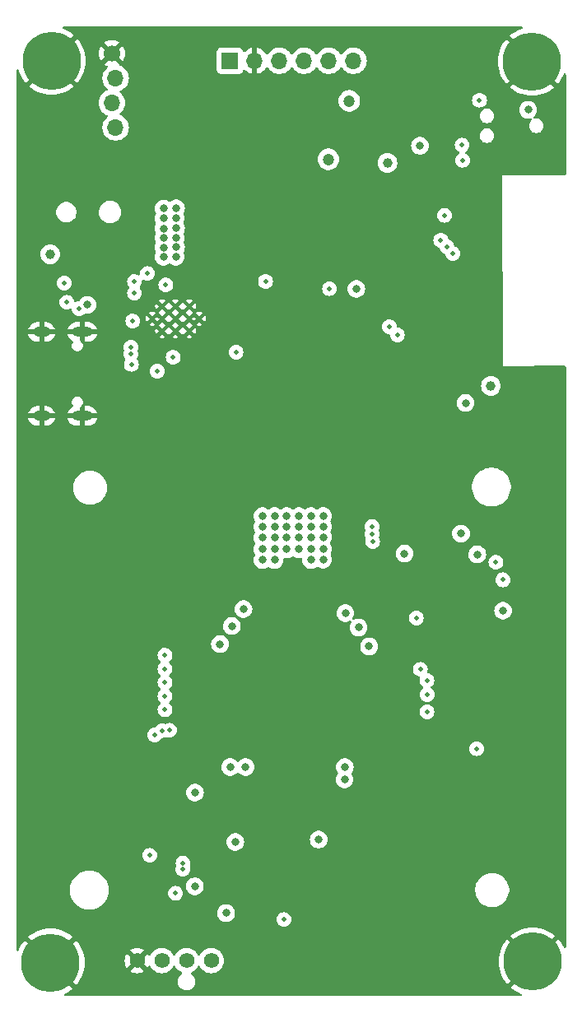
<source format=gbr>
%TF.GenerationSoftware,KiCad,Pcbnew,8.0.7*%
%TF.CreationDate,2025-01-16T15:43:03+03:00*%
%TF.ProjectId,bitshoka,62697473-686f-46b6-912e-6b696361645f,rev?*%
%TF.SameCoordinates,Original*%
%TF.FileFunction,Copper,L2,Inr*%
%TF.FilePolarity,Positive*%
%FSLAX46Y46*%
G04 Gerber Fmt 4.6, Leading zero omitted, Abs format (unit mm)*
G04 Created by KiCad (PCBNEW 8.0.7) date 2025-01-16 15:43:03*
%MOMM*%
%LPD*%
G01*
G04 APERTURE LIST*
%TA.AperFunction,ComponentPad*%
%ADD10C,0.800000*%
%TD*%
%TA.AperFunction,ComponentPad*%
%ADD11C,6.000000*%
%TD*%
%TA.AperFunction,ComponentPad*%
%ADD12R,1.700000X1.700000*%
%TD*%
%TA.AperFunction,ComponentPad*%
%ADD13O,1.700000X1.700000*%
%TD*%
%TA.AperFunction,ComponentPad*%
%ADD14C,0.400000*%
%TD*%
%TA.AperFunction,ComponentPad*%
%ADD15C,1.574800*%
%TD*%
%TA.AperFunction,ComponentPad*%
%ADD16C,1.700000*%
%TD*%
%TA.AperFunction,ComponentPad*%
%ADD17O,1.800000X1.000000*%
%TD*%
%TA.AperFunction,ComponentPad*%
%ADD18O,2.100000X1.000000*%
%TD*%
%TA.AperFunction,ViaPad*%
%ADD19C,0.800000*%
%TD*%
%TA.AperFunction,ViaPad*%
%ADD20C,1.000000*%
%TD*%
%TA.AperFunction,ViaPad*%
%ADD21C,0.500000*%
%TD*%
%TA.AperFunction,ViaPad*%
%ADD22C,1.200000*%
%TD*%
G04 APERTURE END LIST*
D10*
%TO.N,GND*%
%TO.C,H1*%
X127985010Y-51120990D03*
X128644020Y-49530000D03*
X128644020Y-52711980D03*
X130235010Y-48870990D03*
D11*
X130235010Y-51120990D03*
D10*
X130235010Y-53370990D03*
X131826000Y-49530000D03*
X131826000Y-52711980D03*
X132485010Y-51120990D03*
%TD*%
%TO.N,GND*%
%TO.C,H3*%
X128052000Y-143728000D03*
X128711010Y-142137010D03*
X128711010Y-145318990D03*
X130302000Y-141478000D03*
D11*
X130302000Y-143728000D03*
D10*
X130302000Y-145978000D03*
X131892990Y-142137010D03*
X131892990Y-145318990D03*
X132552000Y-143728000D03*
%TD*%
D12*
%TO.N,/5V*%
%TO.C,J4*%
X99171505Y-51054000D03*
D13*
%TO.N,GND*%
X101711505Y-51054000D03*
%TO.N,Net-(J4-Pin_3)*%
X104251505Y-51054000D03*
%TO.N,Net-(J4-Pin_4)*%
X106791505Y-51054000D03*
%TO.N,Net-(J4-Pin_5)*%
X109331505Y-51054000D03*
%TO.N,Net-(J4-Pin_6)*%
X111871505Y-51054000D03*
%TD*%
D10*
%TO.N,GND*%
%TO.C,H4*%
X78455010Y-143830990D03*
X79114020Y-142240000D03*
X79114020Y-145421980D03*
X80705010Y-141580990D03*
D11*
X80705010Y-143830990D03*
D10*
X80705010Y-146080990D03*
X82296000Y-142240000D03*
X82296000Y-145421980D03*
X82955010Y-143830990D03*
%TD*%
%TO.N,GND*%
%TO.C,H2*%
X78558000Y-51054000D03*
X79217010Y-49463010D03*
X79217010Y-52644990D03*
X80808000Y-48804000D03*
D11*
X80808000Y-51054000D03*
D10*
X80808000Y-53304000D03*
X82398990Y-49463010D03*
X82398990Y-52644990D03*
X83058000Y-51054000D03*
%TD*%
D14*
%TO.N,GND*%
%TO.C,U2*%
X92180000Y-78870000D03*
X93580000Y-78870000D03*
X94980000Y-78870000D03*
X91180000Y-77590000D03*
X92180000Y-77590000D03*
X93580000Y-77590000D03*
X94980000Y-77590000D03*
X95980000Y-77590000D03*
X92180000Y-76310000D03*
X93580000Y-76310000D03*
X94980000Y-76310000D03*
%TD*%
D15*
%TO.N,GND*%
%TO.C,J6*%
X89621000Y-143622000D03*
%TO.N,/5V*%
X92161000Y-143622000D03*
%TO.N,/Fan/FAN_TACH*%
X94701000Y-143622000D03*
%TO.N,/Fan/FAN_PWM*%
X97241000Y-143622000D03*
%TD*%
D16*
%TO.N,GND*%
%TO.C,J3*%
X87005000Y-50292000D03*
D13*
%TO.N,/3V3*%
X87405000Y-52832000D03*
%TO.N,/SCL*%
X87005000Y-55372000D03*
%TO.N,/SDA*%
X87405000Y-57912000D03*
%TD*%
D17*
%TO.N,GND*%
%TO.C,J5*%
X79790000Y-87580000D03*
D18*
X83970000Y-87580000D03*
D17*
X79790000Y-78940000D03*
D18*
X83970000Y-78940000D03*
%TD*%
D19*
%TO.N,GND*%
X105610000Y-116830000D03*
X112180000Y-119260000D03*
X113580000Y-132650000D03*
X98050000Y-114260000D03*
X104490000Y-118700000D03*
X100050000Y-61700000D03*
X112180000Y-120800000D03*
X101350000Y-62800000D03*
X106740000Y-119930000D03*
X97450000Y-60200000D03*
X111900000Y-87400000D03*
X106740000Y-118720000D03*
X104640000Y-130470000D03*
X105540000Y-132550000D03*
X100050000Y-65750000D03*
D20*
X116540000Y-70920000D03*
D19*
X125600000Y-65940000D03*
X116770000Y-124080000D03*
X106740000Y-117780000D03*
D21*
X95080000Y-91220000D03*
D19*
X104490000Y-117760000D03*
X105630000Y-118700000D03*
X115260000Y-109040000D03*
X123750000Y-117530000D03*
X111900000Y-89050000D03*
X101400000Y-60700000D03*
X100050000Y-63800000D03*
X100100000Y-60700000D03*
X106740000Y-116860000D03*
X98450000Y-78230000D03*
X96070000Y-137650000D03*
X116050000Y-128010000D03*
X104490000Y-119910000D03*
X119270000Y-54220000D03*
X128130000Y-56090000D03*
X112980000Y-114270000D03*
D20*
X80680000Y-61050000D03*
X104600000Y-143100000D03*
D19*
X99550000Y-67970000D03*
X101350000Y-63800000D03*
X91790000Y-89910000D03*
X112000000Y-86150000D03*
X117090000Y-100360000D03*
X121580000Y-112400000D03*
X101350000Y-61700000D03*
X111860000Y-83000000D03*
X111850000Y-85100000D03*
X98750000Y-61100000D03*
X122640000Y-102460000D03*
X96070000Y-141200000D03*
X113180000Y-130220000D03*
D20*
X117910000Y-70950000D03*
D19*
X119280000Y-102930000D03*
X99370000Y-119240000D03*
X111900000Y-90200000D03*
X97450000Y-61100000D03*
X123710000Y-120230000D03*
X111900000Y-91400000D03*
X100050000Y-64750000D03*
X96600000Y-108920000D03*
X104490000Y-115746000D03*
X100490000Y-76620000D03*
X100050000Y-62800000D03*
X98460000Y-76630000D03*
X99490000Y-70390000D03*
X98440000Y-121490000D03*
X92680000Y-133370000D03*
X128690000Y-107620000D03*
X112512000Y-61250000D03*
X104490000Y-116840000D03*
X104560000Y-76600000D03*
D20*
X119454234Y-70914234D03*
X128020000Y-84450000D03*
D19*
X101350000Y-64750000D03*
X106740000Y-115766000D03*
X116990000Y-98200000D03*
X98750000Y-60200000D03*
X102570000Y-76600000D03*
X101350000Y-65750000D03*
X132297000Y-108743000D03*
X117550000Y-103000000D03*
X98460000Y-74920000D03*
%TO.N,/VDD*%
X102500000Y-101300000D03*
X103750000Y-100100000D03*
D21*
X120850000Y-69510000D03*
D19*
X105000000Y-99000000D03*
X106250000Y-99000000D03*
X102500000Y-97900000D03*
X107500000Y-101300000D03*
X84500000Y-76160000D03*
X107500000Y-97900000D03*
X108750000Y-97880000D03*
X102500000Y-99000000D03*
X106250000Y-100100000D03*
X103750000Y-99000000D03*
X108750000Y-101280000D03*
X107500000Y-99000000D03*
X108750000Y-102380000D03*
X103750000Y-101300000D03*
X103750000Y-97900000D03*
X102500000Y-100100000D03*
X106250000Y-97900000D03*
D21*
X99780000Y-81020000D03*
D19*
X107500000Y-100100000D03*
X106250000Y-101300000D03*
X108750000Y-98980000D03*
X105000000Y-97900000D03*
X105000000Y-101300000D03*
X108750000Y-100080000D03*
X102500000Y-102400000D03*
X107500000Y-102400000D03*
X103750000Y-102400000D03*
X105000000Y-100100000D03*
D21*
%TO.N,/ESP32/EN*%
X122101300Y-70905000D03*
X127228000Y-104448000D03*
D19*
%TO.N,/5V*%
X93620000Y-68280000D03*
X92350000Y-66250000D03*
X93600000Y-69250000D03*
X93600000Y-71200000D03*
X92350000Y-68300000D03*
D22*
X109280000Y-61185155D03*
D19*
X108290000Y-131179000D03*
X93600000Y-67250000D03*
X92350000Y-70250000D03*
X99710000Y-131420000D03*
D20*
X80680000Y-70950000D03*
D19*
X93620000Y-70230000D03*
X92330000Y-71220000D03*
X92330000Y-69270000D03*
X98770000Y-138720000D03*
X93620000Y-66230000D03*
X92330000Y-67270000D03*
D21*
X104700000Y-139400000D03*
D19*
%TO.N,/3V3*%
X129830000Y-56090000D03*
D20*
X126000000Y-84500000D03*
D19*
X123394000Y-86260000D03*
X112160000Y-74520000D03*
X95550000Y-135970000D03*
D22*
X111440000Y-55180000D03*
D19*
X122930000Y-99700000D03*
X118711400Y-59800000D03*
X127250000Y-107630000D03*
D20*
X115370000Y-61560000D03*
D19*
X95560000Y-126330000D03*
D21*
%TO.N,/TX*%
X116380000Y-79250000D03*
%TO.N,/RX*%
X115580000Y-78420000D03*
%TO.N,/RST*%
X121476817Y-70170000D03*
%TO.N,/SCL*%
X94317599Y-134229617D03*
X88970000Y-81220000D03*
%TO.N,/Fan/FAN_PWM*%
X90900000Y-132800000D03*
%TO.N,Net-(U2-BP1V5)*%
X91690000Y-82980000D03*
X83660000Y-76570000D03*
%TO.N,/ESP32/P_TX*%
X123105000Y-61285000D03*
%TO.N,/ESP32/P_RX*%
X123040000Y-59730000D03*
%TO.N,/ESP32/IO0*%
X121244400Y-66945600D03*
X124830000Y-55100000D03*
X126520000Y-102640000D03*
%TO.N,Net-(U2-VDD5)*%
X92570000Y-74110000D03*
X102820000Y-73740000D03*
%TO.N,/Power/PGOOD*%
X89020000Y-82280000D03*
X109410000Y-74490000D03*
%TO.N,/SDA*%
X82130000Y-73910000D03*
X94340000Y-133580000D03*
X88990000Y-80510000D03*
X82390000Y-75900000D03*
D19*
%TO.N,Net-(U8-VDDIO_12_1)*%
X100770000Y-123700000D03*
%TO.N,Net-(U8-VDDIO_08_1)*%
X99180000Y-123710000D03*
D21*
%TO.N,Net-(U8-ROSC_SEL)*%
X119430000Y-116250000D03*
%TO.N,Net-(U8-LITE_PAD)*%
X119420000Y-118020000D03*
%TO.N,Net-(U8-INV_CLKO)*%
X124540000Y-121820000D03*
%TO.N,/Fan/TEMP_N*%
X92180000Y-119960000D03*
%TO.N,/Fan/TEMP_P*%
X92940000Y-119930000D03*
%TO.N,/Power/AGND*%
X89340000Y-73770000D03*
X89170000Y-77830000D03*
X90680000Y-72940000D03*
X89340000Y-74960000D03*
%TO.N,/Power/PMB_ALRT*%
X93330000Y-81550000D03*
D19*
%TO.N,/BM1370/VDD3_0*%
X113470000Y-111290000D03*
%TO.N,/BM1370/1V2*%
X110950000Y-124990000D03*
X124600000Y-101830000D03*
X117120000Y-101750000D03*
%TO.N,/BM1370/0V8*%
X110970000Y-123700000D03*
%TO.N,/BM1370/VDD2_0*%
X112390000Y-109350000D03*
%TO.N,/BM1370/VDD1_0*%
X111030000Y-107870000D03*
%TO.N,/BM1370/VDD1_1*%
X100553800Y-107457400D03*
%TO.N,/BM1370/VDD2_1*%
X99360000Y-109210000D03*
%TO.N,/BM1370/VDD3_1*%
X98140000Y-111060000D03*
D21*
%TO.N,/BM1370/BI*%
X119420000Y-114790000D03*
%TO.N,/BM1370/RST_N*%
X113800000Y-98950000D03*
%TO.N,/BM1370/CI*%
X113770000Y-99770000D03*
%TO.N,/BM1370/RO*%
X113830000Y-100500000D03*
X118320000Y-108370000D03*
%TO.N,/BM1370/CLKI*%
X118740000Y-113660000D03*
%TO.N,/BM1370/NRSTO*%
X92480000Y-112210000D03*
%TO.N,/BM1370/CO*%
X92480000Y-113611428D03*
%TO.N,/BM1370/RI*%
X92480000Y-115012856D03*
%TO.N,/BM1370/CLKO*%
X92480000Y-116414284D03*
%TO.N,/BM1370/BO*%
X92480000Y-117815712D03*
%TO.N,/BM1370/PIN_MODE*%
X91400000Y-120430000D03*
%TO.N,/Fan/FAN_TACH*%
X93570000Y-136700000D03*
%TD*%
%TA.AperFunction,Conductor*%
%TO.N,GND*%
G36*
X129223807Y-47542002D02*
G01*
X129270300Y-47595658D01*
X129280404Y-47665932D01*
X129250910Y-47730512D01*
X129191184Y-47768896D01*
X129188297Y-47769707D01*
X129149499Y-47780102D01*
X129149486Y-47780106D01*
X128806229Y-47911870D01*
X128806221Y-47911874D01*
X128478612Y-48078799D01*
X128478606Y-48078802D01*
X128170237Y-48279058D01*
X128170232Y-48279062D01*
X127939297Y-48466068D01*
X129369180Y-49895950D01*
X129257826Y-49976854D01*
X129090874Y-50143806D01*
X129009970Y-50255159D01*
X128235083Y-49480272D01*
X128394020Y-49480272D01*
X128394020Y-49579728D01*
X128432080Y-49671614D01*
X128502406Y-49741940D01*
X128594292Y-49780000D01*
X128693748Y-49780000D01*
X128785634Y-49741940D01*
X128855960Y-49671614D01*
X128894020Y-49579728D01*
X128894020Y-49480272D01*
X128855960Y-49388386D01*
X128785634Y-49318060D01*
X128693748Y-49280000D01*
X128594292Y-49280000D01*
X128502406Y-49318060D01*
X128432080Y-49388386D01*
X128394020Y-49480272D01*
X128235083Y-49480272D01*
X127580088Y-48825277D01*
X127393082Y-49056212D01*
X127393078Y-49056217D01*
X127192822Y-49364586D01*
X127192819Y-49364592D01*
X127025894Y-49692201D01*
X127025890Y-49692209D01*
X126894126Y-50035466D01*
X126894122Y-50035479D01*
X126798958Y-50390636D01*
X126741438Y-50753807D01*
X126722196Y-51120982D01*
X126722196Y-51120997D01*
X126741438Y-51488172D01*
X126798958Y-51851343D01*
X126894122Y-52206500D01*
X126894126Y-52206513D01*
X127025890Y-52549770D01*
X127025894Y-52549778D01*
X127192819Y-52877387D01*
X127192822Y-52877393D01*
X127393087Y-53185774D01*
X127393091Y-53185779D01*
X127580087Y-53416700D01*
X127580088Y-53416701D01*
X128334537Y-52662252D01*
X128394020Y-52662252D01*
X128394020Y-52761708D01*
X128432080Y-52853594D01*
X128502406Y-52923920D01*
X128594292Y-52961980D01*
X128693748Y-52961980D01*
X128785634Y-52923920D01*
X128855960Y-52853594D01*
X128894020Y-52761708D01*
X128894020Y-52662252D01*
X128855960Y-52570366D01*
X128785634Y-52500040D01*
X128693748Y-52461980D01*
X128594292Y-52461980D01*
X128502406Y-52500040D01*
X128432080Y-52570366D01*
X128394020Y-52662252D01*
X128334537Y-52662252D01*
X129009970Y-51986819D01*
X129090874Y-52098174D01*
X129257826Y-52265126D01*
X129369179Y-52346028D01*
X127939297Y-53775910D01*
X127939298Y-53775911D01*
X128170220Y-53962908D01*
X128170225Y-53962912D01*
X128478606Y-54163177D01*
X128478612Y-54163180D01*
X128806221Y-54330105D01*
X128806229Y-54330109D01*
X129149486Y-54461873D01*
X129149499Y-54461877D01*
X129504656Y-54557041D01*
X129867827Y-54614561D01*
X130235003Y-54633804D01*
X130235017Y-54633804D01*
X130602192Y-54614561D01*
X130965363Y-54557041D01*
X131320520Y-54461877D01*
X131320533Y-54461873D01*
X131663790Y-54330109D01*
X131663798Y-54330105D01*
X131991407Y-54163180D01*
X131991413Y-54163177D01*
X132299792Y-53962914D01*
X132530721Y-53775910D01*
X131417063Y-52662252D01*
X131576000Y-52662252D01*
X131576000Y-52761708D01*
X131614060Y-52853594D01*
X131684386Y-52923920D01*
X131776272Y-52961980D01*
X131875728Y-52961980D01*
X131967614Y-52923920D01*
X132037940Y-52853594D01*
X132076000Y-52761708D01*
X132076000Y-52662252D01*
X132037940Y-52570366D01*
X131967614Y-52500040D01*
X131875728Y-52461980D01*
X131776272Y-52461980D01*
X131684386Y-52500040D01*
X131614060Y-52570366D01*
X131576000Y-52662252D01*
X131417063Y-52662252D01*
X131100840Y-52346029D01*
X131212194Y-52265126D01*
X131379146Y-52098174D01*
X131460049Y-51986819D01*
X132889930Y-53416701D01*
X133076934Y-53185772D01*
X133277197Y-52877393D01*
X133277200Y-52877387D01*
X133444125Y-52549778D01*
X133444129Y-52549770D01*
X133488369Y-52434521D01*
X133531454Y-52378093D01*
X133598208Y-52353916D01*
X133667435Y-52369667D01*
X133717157Y-52420345D01*
X133732000Y-52479675D01*
X133732000Y-62672096D01*
X133711998Y-62740217D01*
X133658342Y-62786710D01*
X133606621Y-62798094D01*
X127129999Y-62829999D01*
X127239999Y-82460000D01*
X127240000Y-82460000D01*
X133605387Y-82428835D01*
X133673601Y-82448502D01*
X133720356Y-82501929D01*
X133732000Y-82554832D01*
X133732000Y-142207892D01*
X133711998Y-142276013D01*
X133658342Y-142322506D01*
X133588068Y-142332610D01*
X133523488Y-142303116D01*
X133493733Y-142265095D01*
X133344191Y-141971602D01*
X133344187Y-141971596D01*
X133143922Y-141663215D01*
X133143918Y-141663210D01*
X132956921Y-141432288D01*
X132956920Y-141432287D01*
X131527039Y-142862169D01*
X131446136Y-142750816D01*
X131279184Y-142583864D01*
X131167829Y-142502960D01*
X131583507Y-142087282D01*
X131642990Y-142087282D01*
X131642990Y-142186738D01*
X131681050Y-142278624D01*
X131751376Y-142348950D01*
X131843262Y-142387010D01*
X131942718Y-142387010D01*
X132034604Y-142348950D01*
X132104930Y-142278624D01*
X132142990Y-142186738D01*
X132142990Y-142087282D01*
X132104930Y-141995396D01*
X132034604Y-141925070D01*
X131942718Y-141887010D01*
X131843262Y-141887010D01*
X131751376Y-141925070D01*
X131681050Y-141995396D01*
X131642990Y-142087282D01*
X131583507Y-142087282D01*
X132597711Y-141073078D01*
X132597710Y-141073077D01*
X132366789Y-140886081D01*
X132366784Y-140886077D01*
X132058403Y-140685812D01*
X132058397Y-140685809D01*
X131730788Y-140518884D01*
X131730780Y-140518880D01*
X131387523Y-140387116D01*
X131387510Y-140387112D01*
X131032353Y-140291948D01*
X130669182Y-140234428D01*
X130302007Y-140215186D01*
X130301993Y-140215186D01*
X129934817Y-140234428D01*
X129571646Y-140291948D01*
X129216489Y-140387112D01*
X129216476Y-140387116D01*
X128873219Y-140518880D01*
X128873211Y-140518884D01*
X128545602Y-140685809D01*
X128545596Y-140685812D01*
X128237227Y-140886068D01*
X128237222Y-140886072D01*
X128006287Y-141073078D01*
X129436169Y-142502960D01*
X129324816Y-142583864D01*
X129157864Y-142750816D01*
X129076960Y-142862169D01*
X128302073Y-142087282D01*
X128461010Y-142087282D01*
X128461010Y-142186738D01*
X128499070Y-142278624D01*
X128569396Y-142348950D01*
X128661282Y-142387010D01*
X128760738Y-142387010D01*
X128852624Y-142348950D01*
X128922950Y-142278624D01*
X128961010Y-142186738D01*
X128961010Y-142087282D01*
X128922950Y-141995396D01*
X128852624Y-141925070D01*
X128760738Y-141887010D01*
X128661282Y-141887010D01*
X128569396Y-141925070D01*
X128499070Y-141995396D01*
X128461010Y-142087282D01*
X128302073Y-142087282D01*
X127647078Y-141432287D01*
X127460072Y-141663222D01*
X127460068Y-141663227D01*
X127259812Y-141971596D01*
X127259809Y-141971602D01*
X127092884Y-142299211D01*
X127092880Y-142299219D01*
X126961116Y-142642476D01*
X126961112Y-142642489D01*
X126865948Y-142997646D01*
X126808428Y-143360817D01*
X126789186Y-143727992D01*
X126789186Y-143728007D01*
X126808428Y-144095182D01*
X126865948Y-144458353D01*
X126961112Y-144813510D01*
X126961116Y-144813523D01*
X127092880Y-145156780D01*
X127092884Y-145156788D01*
X127259809Y-145484397D01*
X127259812Y-145484403D01*
X127460077Y-145792784D01*
X127460081Y-145792789D01*
X127647077Y-146023710D01*
X127647078Y-146023711D01*
X128401527Y-145269262D01*
X128461010Y-145269262D01*
X128461010Y-145368718D01*
X128499070Y-145460604D01*
X128569396Y-145530930D01*
X128661282Y-145568990D01*
X128760738Y-145568990D01*
X128852624Y-145530930D01*
X128922950Y-145460604D01*
X128961010Y-145368718D01*
X128961010Y-145269262D01*
X128922950Y-145177376D01*
X128852624Y-145107050D01*
X128760738Y-145068990D01*
X128661282Y-145068990D01*
X128569396Y-145107050D01*
X128499070Y-145177376D01*
X128461010Y-145269262D01*
X128401527Y-145269262D01*
X129076960Y-144593829D01*
X129157864Y-144705184D01*
X129324816Y-144872136D01*
X129436169Y-144953039D01*
X128006287Y-146382920D01*
X128006288Y-146382921D01*
X128237210Y-146569918D01*
X128237215Y-146569922D01*
X128545596Y-146770187D01*
X128545602Y-146770190D01*
X128873211Y-146937115D01*
X128873219Y-146937119D01*
X129142195Y-147040369D01*
X129198623Y-147083455D01*
X129222800Y-147150208D01*
X129207049Y-147219435D01*
X129156371Y-147269157D01*
X129097041Y-147284000D01*
X82253415Y-147284000D01*
X82185294Y-147263998D01*
X82169062Y-147251597D01*
X82142526Y-147227680D01*
X82105318Y-147167217D01*
X82106706Y-147096234D01*
X82146249Y-147037269D01*
X82169683Y-147021821D01*
X82461399Y-146873185D01*
X82461413Y-146873177D01*
X82769792Y-146672914D01*
X83000721Y-146485910D01*
X81887062Y-145372252D01*
X82046000Y-145372252D01*
X82046000Y-145471708D01*
X82084060Y-145563594D01*
X82154386Y-145633920D01*
X82246272Y-145671980D01*
X82345728Y-145671980D01*
X82437614Y-145633920D01*
X82507940Y-145563594D01*
X82546000Y-145471708D01*
X82546000Y-145372252D01*
X82507940Y-145280366D01*
X82437614Y-145210040D01*
X82345728Y-145171980D01*
X82246272Y-145171980D01*
X82154386Y-145210040D01*
X82084060Y-145280366D01*
X82046000Y-145372252D01*
X81887062Y-145372252D01*
X81570839Y-145056029D01*
X81682194Y-144975126D01*
X81849146Y-144808174D01*
X81930049Y-144696820D01*
X83359930Y-146126701D01*
X83546934Y-145895772D01*
X83747197Y-145587393D01*
X83747200Y-145587387D01*
X83914125Y-145259778D01*
X83914129Y-145259770D01*
X84045893Y-144916513D01*
X84045897Y-144916500D01*
X84141061Y-144561343D01*
X84198581Y-144198172D01*
X84217824Y-143830997D01*
X84217824Y-143830982D01*
X84206872Y-143622000D01*
X88320652Y-143622000D01*
X88340407Y-143847802D01*
X88399072Y-144066742D01*
X88399074Y-144066747D01*
X88494867Y-144272175D01*
X88542947Y-144340841D01*
X89109570Y-143774218D01*
X89123950Y-143827885D01*
X89194174Y-143949515D01*
X89293485Y-144048826D01*
X89415115Y-144119050D01*
X89468779Y-144133429D01*
X88902157Y-144700051D01*
X88902157Y-144700053D01*
X88970822Y-144748132D01*
X89176251Y-144843925D01*
X89176257Y-144843927D01*
X89395197Y-144902592D01*
X89621000Y-144922347D01*
X89846802Y-144902592D01*
X90065742Y-144843927D01*
X90065748Y-144843925D01*
X90271169Y-144748136D01*
X90339841Y-144700051D01*
X90339841Y-144700050D01*
X89773220Y-144133429D01*
X89826885Y-144119050D01*
X89948515Y-144048826D01*
X90047826Y-143949515D01*
X90118050Y-143827885D01*
X90132429Y-143774220D01*
X90699050Y-144340841D01*
X90699051Y-144340841D01*
X90747138Y-144272166D01*
X90747139Y-144272164D01*
X90776528Y-144209138D01*
X90823444Y-144155852D01*
X90891721Y-144136390D01*
X90959681Y-144156931D01*
X91004917Y-144209135D01*
X91034429Y-144272423D01*
X91082336Y-144340841D01*
X91164491Y-144458170D01*
X91324830Y-144618509D01*
X91510575Y-144748569D01*
X91716083Y-144844399D01*
X91935110Y-144903087D01*
X92161000Y-144922850D01*
X92386890Y-144903087D01*
X92605917Y-144844399D01*
X92811425Y-144748569D01*
X92997170Y-144618509D01*
X93157509Y-144458170D01*
X93287569Y-144272425D01*
X93316805Y-144209727D01*
X93363722Y-144156443D01*
X93431999Y-144136982D01*
X93499959Y-144157524D01*
X93545194Y-144209727D01*
X93574431Y-144272425D01*
X93704491Y-144458170D01*
X93864830Y-144618509D01*
X94050575Y-144748569D01*
X94189513Y-144813356D01*
X94242797Y-144860273D01*
X94262258Y-144928550D01*
X94241716Y-144996510D01*
X94206265Y-145032315D01*
X94128434Y-145084321D01*
X94128425Y-145084328D01*
X94003327Y-145209426D01*
X94003322Y-145209432D01*
X93905025Y-145356544D01*
X93837319Y-145520000D01*
X93837317Y-145520005D01*
X93802800Y-145693533D01*
X93802800Y-145870468D01*
X93814298Y-145928272D01*
X93837317Y-146043996D01*
X93905025Y-146207458D01*
X93918751Y-146228000D01*
X94003322Y-146354569D01*
X94003327Y-146354575D01*
X94128425Y-146479673D01*
X94128431Y-146479678D01*
X94275543Y-146577976D01*
X94439005Y-146645684D01*
X94612535Y-146680201D01*
X94612536Y-146680201D01*
X94789464Y-146680201D01*
X94789465Y-146680201D01*
X94962995Y-146645684D01*
X95126457Y-146577976D01*
X95273569Y-146479678D01*
X95398677Y-146354570D01*
X95496975Y-146207458D01*
X95564683Y-146043996D01*
X95599200Y-145870466D01*
X95599200Y-145693536D01*
X95564683Y-145520006D01*
X95496975Y-145356544D01*
X95398677Y-145209432D01*
X95398672Y-145209426D01*
X95273572Y-145084326D01*
X95195734Y-145032316D01*
X95150207Y-144977838D01*
X95141360Y-144907395D01*
X95172001Y-144843351D01*
X95212486Y-144813357D01*
X95351425Y-144748569D01*
X95537170Y-144618509D01*
X95697509Y-144458170D01*
X95827569Y-144272425D01*
X95856805Y-144209727D01*
X95903722Y-144156443D01*
X95971999Y-144136982D01*
X96039959Y-144157524D01*
X96085194Y-144209727D01*
X96114431Y-144272425D01*
X96244491Y-144458170D01*
X96404830Y-144618509D01*
X96590575Y-144748569D01*
X96796083Y-144844399D01*
X97015110Y-144903087D01*
X97241000Y-144922850D01*
X97466890Y-144903087D01*
X97685917Y-144844399D01*
X97891425Y-144748569D01*
X98077170Y-144618509D01*
X98237509Y-144458170D01*
X98367569Y-144272425D01*
X98463399Y-144066917D01*
X98522087Y-143847890D01*
X98541850Y-143622000D01*
X98522087Y-143396110D01*
X98463399Y-143177083D01*
X98367569Y-142971575D01*
X98237509Y-142785830D01*
X98077170Y-142625491D01*
X98017720Y-142583864D01*
X97891425Y-142495431D01*
X97685920Y-142399602D01*
X97685915Y-142399600D01*
X97567700Y-142367925D01*
X97466890Y-142340913D01*
X97241000Y-142321150D01*
X97015110Y-142340913D01*
X96956423Y-142356638D01*
X96796084Y-142399600D01*
X96796079Y-142399602D01*
X96590574Y-142495431D01*
X96404833Y-142625488D01*
X96404827Y-142625493D01*
X96244493Y-142785827D01*
X96244488Y-142785833D01*
X96114431Y-142971574D01*
X96085195Y-143034271D01*
X96038277Y-143087556D01*
X95970000Y-143107017D01*
X95902040Y-143086475D01*
X95856805Y-143034271D01*
X95839726Y-142997646D01*
X95827569Y-142971575D01*
X95697509Y-142785830D01*
X95537170Y-142625491D01*
X95477720Y-142583864D01*
X95351425Y-142495431D01*
X95145920Y-142399602D01*
X95145915Y-142399600D01*
X95027700Y-142367925D01*
X94926890Y-142340913D01*
X94701000Y-142321150D01*
X94475110Y-142340913D01*
X94416423Y-142356638D01*
X94256084Y-142399600D01*
X94256079Y-142399602D01*
X94050574Y-142495431D01*
X93864833Y-142625488D01*
X93864827Y-142625493D01*
X93704493Y-142785827D01*
X93704488Y-142785833D01*
X93574431Y-142971574D01*
X93545195Y-143034271D01*
X93498277Y-143087556D01*
X93430000Y-143107017D01*
X93362040Y-143086475D01*
X93316805Y-143034271D01*
X93299726Y-142997646D01*
X93287569Y-142971575D01*
X93157509Y-142785830D01*
X92997170Y-142625491D01*
X92937720Y-142583864D01*
X92811425Y-142495431D01*
X92605920Y-142399602D01*
X92605915Y-142399600D01*
X92487700Y-142367925D01*
X92386890Y-142340913D01*
X92161000Y-142321150D01*
X91935110Y-142340913D01*
X91876423Y-142356638D01*
X91716084Y-142399600D01*
X91716079Y-142399602D01*
X91510574Y-142495431D01*
X91324833Y-142625488D01*
X91324827Y-142625493D01*
X91164493Y-142785827D01*
X91164488Y-142785833D01*
X91034430Y-142971575D01*
X91004917Y-143034865D01*
X90957999Y-143088149D01*
X90889721Y-143107609D01*
X90821762Y-143087066D01*
X90776528Y-143034862D01*
X90747134Y-142971825D01*
X90747132Y-142971822D01*
X90699053Y-142903157D01*
X90699051Y-142903157D01*
X90132429Y-143469779D01*
X90118050Y-143416115D01*
X90047826Y-143294485D01*
X89948515Y-143195174D01*
X89826885Y-143124950D01*
X89773219Y-143110570D01*
X90339841Y-142543947D01*
X90271175Y-142495867D01*
X90065747Y-142400074D01*
X90065742Y-142400072D01*
X89846802Y-142341407D01*
X89621000Y-142321652D01*
X89395197Y-142341407D01*
X89176257Y-142400072D01*
X89176252Y-142400074D01*
X88970824Y-142495867D01*
X88902156Y-142543947D01*
X89468779Y-143110570D01*
X89415115Y-143124950D01*
X89293485Y-143195174D01*
X89194174Y-143294485D01*
X89123950Y-143416115D01*
X89109570Y-143469779D01*
X88542947Y-142903156D01*
X88494867Y-142971824D01*
X88399074Y-143177252D01*
X88399072Y-143177257D01*
X88340407Y-143396197D01*
X88320652Y-143622000D01*
X84206872Y-143622000D01*
X84198581Y-143463807D01*
X84141061Y-143100636D01*
X84045897Y-142745479D01*
X84045893Y-142745466D01*
X83914129Y-142402209D01*
X83914125Y-142402201D01*
X83747200Y-142074592D01*
X83747197Y-142074586D01*
X83546932Y-141766205D01*
X83546928Y-141766200D01*
X83359931Y-141535278D01*
X83359930Y-141535277D01*
X81930048Y-142965158D01*
X81849146Y-142853806D01*
X81682194Y-142686854D01*
X81570839Y-142605950D01*
X81986517Y-142190272D01*
X82046000Y-142190272D01*
X82046000Y-142289728D01*
X82084060Y-142381614D01*
X82154386Y-142451940D01*
X82246272Y-142490000D01*
X82345728Y-142490000D01*
X82437614Y-142451940D01*
X82507940Y-142381614D01*
X82546000Y-142289728D01*
X82546000Y-142190272D01*
X82507940Y-142098386D01*
X82437614Y-142028060D01*
X82345728Y-141990000D01*
X82246272Y-141990000D01*
X82154386Y-142028060D01*
X82084060Y-142098386D01*
X82046000Y-142190272D01*
X81986517Y-142190272D01*
X83000721Y-141176068D01*
X83000720Y-141176067D01*
X82769799Y-140989071D01*
X82769794Y-140989067D01*
X82461413Y-140788802D01*
X82461407Y-140788799D01*
X82133798Y-140621874D01*
X82133790Y-140621870D01*
X81790533Y-140490106D01*
X81790520Y-140490102D01*
X81435363Y-140394938D01*
X81072192Y-140337418D01*
X80705017Y-140318176D01*
X80705003Y-140318176D01*
X80337827Y-140337418D01*
X79974656Y-140394938D01*
X79619499Y-140490102D01*
X79619486Y-140490106D01*
X79276229Y-140621870D01*
X79276221Y-140621874D01*
X78948612Y-140788799D01*
X78948606Y-140788802D01*
X78640237Y-140989058D01*
X78640232Y-140989062D01*
X78409297Y-141176068D01*
X79839179Y-142605950D01*
X79727826Y-142686854D01*
X79560874Y-142853806D01*
X79479970Y-142965160D01*
X78705083Y-142190272D01*
X78864020Y-142190272D01*
X78864020Y-142289728D01*
X78902080Y-142381614D01*
X78972406Y-142451940D01*
X79064292Y-142490000D01*
X79163748Y-142490000D01*
X79255634Y-142451940D01*
X79325960Y-142381614D01*
X79364020Y-142289728D01*
X79364020Y-142190272D01*
X79325960Y-142098386D01*
X79255634Y-142028060D01*
X79163748Y-141990000D01*
X79064292Y-141990000D01*
X78972406Y-142028060D01*
X78902080Y-142098386D01*
X78864020Y-142190272D01*
X78705083Y-142190272D01*
X78050088Y-141535277D01*
X77863082Y-141766212D01*
X77863078Y-141766217D01*
X77662822Y-142074586D01*
X77662819Y-142074592D01*
X77495894Y-142402201D01*
X77495890Y-142402209D01*
X77432631Y-142567007D01*
X77389545Y-142623435D01*
X77322792Y-142647612D01*
X77253565Y-142631861D01*
X77203843Y-142581183D01*
X77189000Y-142521853D01*
X77189000Y-138720000D01*
X97856496Y-138720000D01*
X97876457Y-138909927D01*
X97906526Y-139002470D01*
X97935473Y-139091556D01*
X97935476Y-139091561D01*
X98030958Y-139256941D01*
X98030965Y-139256951D01*
X98158744Y-139398864D01*
X98158747Y-139398866D01*
X98313248Y-139511118D01*
X98487712Y-139588794D01*
X98674513Y-139628500D01*
X98865487Y-139628500D01*
X99052288Y-139588794D01*
X99226752Y-139511118D01*
X99379692Y-139400000D01*
X103936701Y-139400000D01*
X103955837Y-139569848D01*
X104012290Y-139731182D01*
X104103231Y-139875912D01*
X104224087Y-139996768D01*
X104224089Y-139996769D01*
X104224091Y-139996771D01*
X104368817Y-140087709D01*
X104530150Y-140144162D01*
X104530149Y-140144162D01*
X104547348Y-140146099D01*
X104700000Y-140163299D01*
X104869850Y-140144162D01*
X105031183Y-140087709D01*
X105175909Y-139996771D01*
X105296771Y-139875909D01*
X105387709Y-139731183D01*
X105444162Y-139569850D01*
X105463299Y-139400000D01*
X105444162Y-139230150D01*
X105387709Y-139068817D01*
X105296771Y-138924091D01*
X105296769Y-138924089D01*
X105296768Y-138924087D01*
X105175912Y-138803231D01*
X105031182Y-138712290D01*
X104931270Y-138677330D01*
X104869850Y-138655838D01*
X104869848Y-138655837D01*
X104869850Y-138655837D01*
X104700000Y-138636701D01*
X104530151Y-138655837D01*
X104368817Y-138712290D01*
X104224087Y-138803231D01*
X104103231Y-138924087D01*
X104012290Y-139068817D01*
X103955837Y-139230151D01*
X103936701Y-139400000D01*
X99379692Y-139400000D01*
X99381253Y-139398866D01*
X99509040Y-139256944D01*
X99604527Y-139091556D01*
X99663542Y-138909928D01*
X99683504Y-138720000D01*
X99663542Y-138530072D01*
X99604527Y-138348444D01*
X99509040Y-138183056D01*
X99509038Y-138183054D01*
X99509034Y-138183048D01*
X99381255Y-138041135D01*
X99226752Y-137928882D01*
X99052288Y-137851206D01*
X98865487Y-137811500D01*
X98674513Y-137811500D01*
X98487711Y-137851206D01*
X98313247Y-137928882D01*
X98158744Y-138041135D01*
X98030965Y-138183048D01*
X98030958Y-138183058D01*
X97935476Y-138348438D01*
X97935473Y-138348445D01*
X97876457Y-138530072D01*
X97856496Y-138720000D01*
X77189000Y-138720000D01*
X77189000Y-136228878D01*
X82709500Y-136228878D01*
X82709500Y-136491121D01*
X82743728Y-136751108D01*
X82743729Y-136751114D01*
X82743730Y-136751116D01*
X82811602Y-137004419D01*
X82911957Y-137246697D01*
X82911958Y-137246698D01*
X82911963Y-137246709D01*
X83043073Y-137473799D01*
X83043077Y-137473805D01*
X83202710Y-137681842D01*
X83202729Y-137681863D01*
X83388136Y-137867270D01*
X83388157Y-137867289D01*
X83596194Y-138026922D01*
X83596200Y-138026926D01*
X83823290Y-138158036D01*
X83823294Y-138158037D01*
X83823303Y-138158043D01*
X84065581Y-138258398D01*
X84318884Y-138326270D01*
X84318890Y-138326270D01*
X84318891Y-138326271D01*
X84343900Y-138329563D01*
X84578880Y-138360500D01*
X84578887Y-138360500D01*
X84841113Y-138360500D01*
X84841120Y-138360500D01*
X85101116Y-138326270D01*
X85354419Y-138258398D01*
X85596697Y-138158043D01*
X85823803Y-138026924D01*
X86031851Y-137867282D01*
X86217282Y-137681851D01*
X86376924Y-137473803D01*
X86508043Y-137246697D01*
X86608398Y-137004419D01*
X86676270Y-136751116D01*
X86683000Y-136700000D01*
X92806701Y-136700000D01*
X92825837Y-136869848D01*
X92882290Y-137031182D01*
X92973231Y-137175912D01*
X93094087Y-137296768D01*
X93094089Y-137296769D01*
X93094091Y-137296771D01*
X93238817Y-137387709D01*
X93400150Y-137444162D01*
X93400149Y-137444162D01*
X93417348Y-137446099D01*
X93570000Y-137463299D01*
X93739850Y-137444162D01*
X93901183Y-137387709D01*
X94045909Y-137296771D01*
X94166771Y-137175909D01*
X94257709Y-137031183D01*
X94314162Y-136869850D01*
X94333299Y-136700000D01*
X94314162Y-136530150D01*
X94257709Y-136368817D01*
X94166771Y-136224091D01*
X94166769Y-136224089D01*
X94166768Y-136224087D01*
X94045912Y-136103231D01*
X93901182Y-136012290D01*
X93801270Y-135977330D01*
X93780322Y-135970000D01*
X94636496Y-135970000D01*
X94656457Y-136159927D01*
X94677306Y-136224091D01*
X94715473Y-136341556D01*
X94715476Y-136341561D01*
X94810958Y-136506941D01*
X94810965Y-136506951D01*
X94938744Y-136648864D01*
X94938747Y-136648866D01*
X95093248Y-136761118D01*
X95267712Y-136838794D01*
X95454513Y-136878500D01*
X95645487Y-136878500D01*
X95832288Y-136838794D01*
X96006752Y-136761118D01*
X96161253Y-136648866D01*
X96161255Y-136648864D01*
X96289034Y-136506951D01*
X96289035Y-136506949D01*
X96289040Y-136506944D01*
X96384527Y-136341556D01*
X96419064Y-136235263D01*
X124379500Y-136235263D01*
X124379500Y-136464736D01*
X124409450Y-136692231D01*
X124409452Y-136692238D01*
X124468842Y-136913887D01*
X124556656Y-137125888D01*
X124556657Y-137125889D01*
X124556662Y-137125900D01*
X124671386Y-137324608D01*
X124671391Y-137324615D01*
X124811073Y-137506652D01*
X124811092Y-137506673D01*
X124973326Y-137668907D01*
X124973347Y-137668926D01*
X125155384Y-137808608D01*
X125155391Y-137808613D01*
X125354099Y-137923337D01*
X125354103Y-137923338D01*
X125354112Y-137923344D01*
X125566113Y-138011158D01*
X125787762Y-138070548D01*
X125787766Y-138070548D01*
X125787768Y-138070549D01*
X125846398Y-138078267D01*
X126015266Y-138100500D01*
X126015273Y-138100500D01*
X126244727Y-138100500D01*
X126244734Y-138100500D01*
X126450345Y-138073430D01*
X126472231Y-138070549D01*
X126472231Y-138070548D01*
X126472238Y-138070548D01*
X126693887Y-138011158D01*
X126905888Y-137923344D01*
X127104612Y-137808611D01*
X127286661Y-137668919D01*
X127448919Y-137506661D01*
X127588611Y-137324612D01*
X127703344Y-137125888D01*
X127791158Y-136913887D01*
X127850548Y-136692238D01*
X127880500Y-136464734D01*
X127880500Y-136235266D01*
X127850548Y-136007762D01*
X127791158Y-135786113D01*
X127703344Y-135574112D01*
X127703338Y-135574103D01*
X127703337Y-135574099D01*
X127588613Y-135375391D01*
X127588608Y-135375384D01*
X127448926Y-135193347D01*
X127448907Y-135193326D01*
X127286673Y-135031092D01*
X127286652Y-135031073D01*
X127104615Y-134891391D01*
X127104608Y-134891386D01*
X126905900Y-134776662D01*
X126905892Y-134776658D01*
X126905888Y-134776656D01*
X126693887Y-134688842D01*
X126472238Y-134629452D01*
X126472231Y-134629450D01*
X126244736Y-134599500D01*
X126244734Y-134599500D01*
X126015266Y-134599500D01*
X126015263Y-134599500D01*
X125787768Y-134629450D01*
X125566113Y-134688842D01*
X125555899Y-134693073D01*
X125354110Y-134776657D01*
X125354099Y-134776662D01*
X125155391Y-134891386D01*
X125155384Y-134891391D01*
X124973347Y-135031073D01*
X124973326Y-135031092D01*
X124811092Y-135193326D01*
X124811073Y-135193347D01*
X124671391Y-135375384D01*
X124671386Y-135375391D01*
X124556662Y-135574099D01*
X124556657Y-135574110D01*
X124468842Y-135786113D01*
X124409450Y-136007768D01*
X124379500Y-136235263D01*
X96419064Y-136235263D01*
X96443542Y-136159928D01*
X96463504Y-135970000D01*
X96443542Y-135780072D01*
X96384527Y-135598444D01*
X96289040Y-135433056D01*
X96289038Y-135433054D01*
X96289034Y-135433048D01*
X96161255Y-135291135D01*
X96006752Y-135178882D01*
X95832288Y-135101206D01*
X95645487Y-135061500D01*
X95454513Y-135061500D01*
X95267711Y-135101206D01*
X95093247Y-135178882D01*
X94938744Y-135291135D01*
X94810965Y-135433048D01*
X94810958Y-135433058D01*
X94715476Y-135598438D01*
X94715473Y-135598445D01*
X94656457Y-135780072D01*
X94636496Y-135970000D01*
X93780322Y-135970000D01*
X93739850Y-135955838D01*
X93739848Y-135955837D01*
X93739850Y-135955837D01*
X93570000Y-135936701D01*
X93400151Y-135955837D01*
X93238817Y-136012290D01*
X93094087Y-136103231D01*
X92973231Y-136224087D01*
X92882290Y-136368817D01*
X92825837Y-136530151D01*
X92806701Y-136700000D01*
X86683000Y-136700000D01*
X86710500Y-136491120D01*
X86710500Y-136228880D01*
X86676270Y-135968884D01*
X86608398Y-135715581D01*
X86508043Y-135473303D01*
X86508037Y-135473294D01*
X86508036Y-135473290D01*
X86376926Y-135246200D01*
X86376922Y-135246194D01*
X86217289Y-135038157D01*
X86217270Y-135038136D01*
X86031863Y-134852729D01*
X86031842Y-134852710D01*
X85823805Y-134693077D01*
X85823799Y-134693073D01*
X85596709Y-134561963D01*
X85596701Y-134561959D01*
X85596697Y-134561957D01*
X85354419Y-134461602D01*
X85101116Y-134393730D01*
X85101114Y-134393729D01*
X85101108Y-134393728D01*
X84841121Y-134359500D01*
X84841120Y-134359500D01*
X84578880Y-134359500D01*
X84578878Y-134359500D01*
X84318891Y-134393728D01*
X84297473Y-134399467D01*
X84065581Y-134461602D01*
X83826097Y-134560800D01*
X83823301Y-134561958D01*
X83823290Y-134561963D01*
X83596200Y-134693073D01*
X83596194Y-134693077D01*
X83388157Y-134852710D01*
X83388136Y-134852729D01*
X83202729Y-135038136D01*
X83202710Y-135038157D01*
X83043077Y-135246194D01*
X83043073Y-135246200D01*
X82911963Y-135473290D01*
X82911958Y-135473301D01*
X82911957Y-135473303D01*
X82860124Y-135598438D01*
X82811602Y-135715581D01*
X82743728Y-135968891D01*
X82709500Y-136228878D01*
X77189000Y-136228878D01*
X77189000Y-134229617D01*
X93554300Y-134229617D01*
X93573436Y-134399465D01*
X93629889Y-134560799D01*
X93720830Y-134705529D01*
X93841686Y-134826385D01*
X93841688Y-134826386D01*
X93841690Y-134826388D01*
X93986416Y-134917326D01*
X94147749Y-134973779D01*
X94147748Y-134973779D01*
X94164947Y-134975716D01*
X94317599Y-134992916D01*
X94487449Y-134973779D01*
X94648782Y-134917326D01*
X94793508Y-134826388D01*
X94914370Y-134705526D01*
X95005308Y-134560800D01*
X95061761Y-134399467D01*
X95080898Y-134229617D01*
X95061761Y-134059767D01*
X95033300Y-133978432D01*
X95029681Y-133907529D01*
X95033301Y-133895203D01*
X95084161Y-133749852D01*
X95084162Y-133749850D01*
X95103299Y-133580000D01*
X95084162Y-133410150D01*
X95027709Y-133248817D01*
X94936771Y-133104091D01*
X94936769Y-133104089D01*
X94936768Y-133104087D01*
X94815912Y-132983231D01*
X94671182Y-132892290D01*
X94571270Y-132857330D01*
X94509850Y-132835838D01*
X94509848Y-132835837D01*
X94509850Y-132835837D01*
X94340000Y-132816701D01*
X94170151Y-132835837D01*
X94008817Y-132892290D01*
X93864087Y-132983231D01*
X93743231Y-133104087D01*
X93652290Y-133248817D01*
X93595837Y-133410151D01*
X93576701Y-133580000D01*
X93595838Y-133749852D01*
X93595837Y-133749852D01*
X93624297Y-133831184D01*
X93627917Y-133902088D01*
X93624298Y-133914413D01*
X93573436Y-134059771D01*
X93554300Y-134229617D01*
X77189000Y-134229617D01*
X77189000Y-132800000D01*
X90136701Y-132800000D01*
X90155837Y-132969848D01*
X90212290Y-133131182D01*
X90303231Y-133275912D01*
X90424087Y-133396768D01*
X90424089Y-133396769D01*
X90424091Y-133396771D01*
X90568817Y-133487709D01*
X90730150Y-133544162D01*
X90730149Y-133544162D01*
X90747348Y-133546099D01*
X90900000Y-133563299D01*
X91069850Y-133544162D01*
X91231183Y-133487709D01*
X91375909Y-133396771D01*
X91496771Y-133275909D01*
X91587709Y-133131183D01*
X91644162Y-132969850D01*
X91663299Y-132800000D01*
X91644162Y-132630150D01*
X91587709Y-132468817D01*
X91496771Y-132324091D01*
X91496769Y-132324089D01*
X91496768Y-132324087D01*
X91375912Y-132203231D01*
X91231182Y-132112290D01*
X91131270Y-132077330D01*
X91069850Y-132055838D01*
X91069848Y-132055837D01*
X91069850Y-132055837D01*
X90900000Y-132036701D01*
X90730151Y-132055837D01*
X90568817Y-132112290D01*
X90424087Y-132203231D01*
X90303231Y-132324087D01*
X90212290Y-132468817D01*
X90155837Y-132630151D01*
X90136701Y-132800000D01*
X77189000Y-132800000D01*
X77189000Y-131420000D01*
X98796496Y-131420000D01*
X98816457Y-131609927D01*
X98846526Y-131702470D01*
X98875473Y-131791556D01*
X98875476Y-131791561D01*
X98970958Y-131956941D01*
X98970965Y-131956951D01*
X99098744Y-132098864D01*
X99098747Y-132098866D01*
X99253248Y-132211118D01*
X99427712Y-132288794D01*
X99614513Y-132328500D01*
X99805487Y-132328500D01*
X99992288Y-132288794D01*
X100166752Y-132211118D01*
X100321253Y-132098866D01*
X100359996Y-132055838D01*
X100449034Y-131956951D01*
X100449035Y-131956949D01*
X100449040Y-131956944D01*
X100544527Y-131791556D01*
X100603542Y-131609928D01*
X100623504Y-131420000D01*
X100603542Y-131230072D01*
X100586948Y-131179000D01*
X107376496Y-131179000D01*
X107396457Y-131368927D01*
X107413052Y-131420000D01*
X107455473Y-131550556D01*
X107455476Y-131550561D01*
X107550958Y-131715941D01*
X107550965Y-131715951D01*
X107678744Y-131857864D01*
X107678747Y-131857866D01*
X107833248Y-131970118D01*
X108007712Y-132047794D01*
X108194513Y-132087500D01*
X108385487Y-132087500D01*
X108572288Y-132047794D01*
X108746752Y-131970118D01*
X108901253Y-131857866D01*
X109029040Y-131715944D01*
X109124527Y-131550556D01*
X109183542Y-131368928D01*
X109203504Y-131179000D01*
X109183542Y-130989072D01*
X109124527Y-130807444D01*
X109029040Y-130642056D01*
X109029038Y-130642054D01*
X109029034Y-130642048D01*
X108901255Y-130500135D01*
X108746752Y-130387882D01*
X108572288Y-130310206D01*
X108385487Y-130270500D01*
X108194513Y-130270500D01*
X108007711Y-130310206D01*
X107833247Y-130387882D01*
X107678744Y-130500135D01*
X107550965Y-130642048D01*
X107550958Y-130642058D01*
X107455476Y-130807438D01*
X107455473Y-130807445D01*
X107396457Y-130989072D01*
X107376496Y-131179000D01*
X100586948Y-131179000D01*
X100544527Y-131048444D01*
X100449040Y-130883056D01*
X100449038Y-130883054D01*
X100449034Y-130883048D01*
X100321255Y-130741135D01*
X100166752Y-130628882D01*
X99992288Y-130551206D01*
X99805487Y-130511500D01*
X99614513Y-130511500D01*
X99427711Y-130551206D01*
X99253247Y-130628882D01*
X99098744Y-130741135D01*
X98970965Y-130883048D01*
X98970958Y-130883058D01*
X98875476Y-131048438D01*
X98875473Y-131048445D01*
X98816457Y-131230072D01*
X98796496Y-131420000D01*
X77189000Y-131420000D01*
X77189000Y-126330000D01*
X94646496Y-126330000D01*
X94666457Y-126519927D01*
X94696526Y-126612470D01*
X94725473Y-126701556D01*
X94725476Y-126701561D01*
X94820958Y-126866941D01*
X94820965Y-126866951D01*
X94948744Y-127008864D01*
X94948747Y-127008866D01*
X95103248Y-127121118D01*
X95277712Y-127198794D01*
X95464513Y-127238500D01*
X95655487Y-127238500D01*
X95842288Y-127198794D01*
X96016752Y-127121118D01*
X96171253Y-127008866D01*
X96299040Y-126866944D01*
X96394527Y-126701556D01*
X96453542Y-126519928D01*
X96473504Y-126330000D01*
X96453542Y-126140072D01*
X96394527Y-125958444D01*
X96299040Y-125793056D01*
X96299038Y-125793054D01*
X96299034Y-125793048D01*
X96171255Y-125651135D01*
X96016752Y-125538882D01*
X95842288Y-125461206D01*
X95655487Y-125421500D01*
X95464513Y-125421500D01*
X95277711Y-125461206D01*
X95103247Y-125538882D01*
X94948744Y-125651135D01*
X94820965Y-125793048D01*
X94820958Y-125793058D01*
X94725476Y-125958438D01*
X94725473Y-125958445D01*
X94666457Y-126140072D01*
X94646496Y-126330000D01*
X77189000Y-126330000D01*
X77189000Y-124990000D01*
X110036496Y-124990000D01*
X110056457Y-125179927D01*
X110086526Y-125272470D01*
X110115473Y-125361556D01*
X110115476Y-125361561D01*
X110210958Y-125526941D01*
X110210965Y-125526951D01*
X110338744Y-125668864D01*
X110338747Y-125668866D01*
X110493248Y-125781118D01*
X110667712Y-125858794D01*
X110854513Y-125898500D01*
X111045487Y-125898500D01*
X111232288Y-125858794D01*
X111406752Y-125781118D01*
X111561253Y-125668866D01*
X111689040Y-125526944D01*
X111784527Y-125361556D01*
X111843542Y-125179928D01*
X111863504Y-124990000D01*
X111843542Y-124800072D01*
X111784527Y-124618444D01*
X111689040Y-124453056D01*
X111677659Y-124440416D01*
X111646942Y-124376411D01*
X111655705Y-124305958D01*
X111677657Y-124271797D01*
X111709040Y-124236944D01*
X111804527Y-124071556D01*
X111863542Y-123889928D01*
X111883504Y-123700000D01*
X111863542Y-123510072D01*
X111804527Y-123328444D01*
X111709040Y-123163056D01*
X111709038Y-123163054D01*
X111709034Y-123163048D01*
X111581255Y-123021135D01*
X111426752Y-122908882D01*
X111252288Y-122831206D01*
X111065487Y-122791500D01*
X110874513Y-122791500D01*
X110687711Y-122831206D01*
X110513247Y-122908882D01*
X110358744Y-123021135D01*
X110230965Y-123163048D01*
X110230958Y-123163058D01*
X110225186Y-123173056D01*
X110135473Y-123328444D01*
X110120999Y-123372986D01*
X110076457Y-123510072D01*
X110056496Y-123700000D01*
X110076457Y-123889927D01*
X110079707Y-123899928D01*
X110135473Y-124071556D01*
X110135476Y-124071561D01*
X110230958Y-124236941D01*
X110230961Y-124236945D01*
X110242341Y-124249584D01*
X110273057Y-124313592D01*
X110264292Y-124384045D01*
X110242342Y-124418201D01*
X110210957Y-124453059D01*
X110115476Y-124618438D01*
X110115473Y-124618445D01*
X110056457Y-124800072D01*
X110036496Y-124990000D01*
X77189000Y-124990000D01*
X77189000Y-123710000D01*
X98266496Y-123710000D01*
X98286457Y-123899927D01*
X98316526Y-123992470D01*
X98345473Y-124081556D01*
X98345476Y-124081561D01*
X98440958Y-124246941D01*
X98440965Y-124246951D01*
X98568744Y-124388864D01*
X98568747Y-124388866D01*
X98723248Y-124501118D01*
X98897712Y-124578794D01*
X99084513Y-124618500D01*
X99275487Y-124618500D01*
X99462288Y-124578794D01*
X99636752Y-124501118D01*
X99791253Y-124388866D01*
X99885866Y-124283787D01*
X99946311Y-124246548D01*
X100017295Y-124247899D01*
X100073137Y-124283787D01*
X100158747Y-124378866D01*
X100313248Y-124491118D01*
X100487712Y-124568794D01*
X100674513Y-124608500D01*
X100865487Y-124608500D01*
X101052288Y-124568794D01*
X101226752Y-124491118D01*
X101381253Y-124378866D01*
X101381255Y-124378864D01*
X101509034Y-124236951D01*
X101509038Y-124236946D01*
X101509040Y-124236944D01*
X101604527Y-124071556D01*
X101663542Y-123889928D01*
X101683504Y-123700000D01*
X101663542Y-123510072D01*
X101604527Y-123328444D01*
X101509040Y-123163056D01*
X101509038Y-123163054D01*
X101509034Y-123163048D01*
X101381255Y-123021135D01*
X101226752Y-122908882D01*
X101052288Y-122831206D01*
X100865487Y-122791500D01*
X100674513Y-122791500D01*
X100487711Y-122831206D01*
X100313247Y-122908882D01*
X100158746Y-123021134D01*
X100064133Y-123126212D01*
X100003687Y-123163451D01*
X99932703Y-123162099D01*
X99876861Y-123126211D01*
X99791253Y-123031134D01*
X99777489Y-123021134D01*
X99636752Y-122918882D01*
X99462288Y-122841206D01*
X99275487Y-122801500D01*
X99084513Y-122801500D01*
X98897711Y-122841206D01*
X98723247Y-122918882D01*
X98568744Y-123031135D01*
X98440965Y-123173048D01*
X98440958Y-123173058D01*
X98345476Y-123338438D01*
X98345473Y-123338445D01*
X98286457Y-123520072D01*
X98266496Y-123710000D01*
X77189000Y-123710000D01*
X77189000Y-121820000D01*
X123776701Y-121820000D01*
X123795837Y-121989848D01*
X123852290Y-122151182D01*
X123943231Y-122295912D01*
X124064087Y-122416768D01*
X124064089Y-122416769D01*
X124064091Y-122416771D01*
X124208817Y-122507709D01*
X124370150Y-122564162D01*
X124370149Y-122564162D01*
X124387348Y-122566099D01*
X124540000Y-122583299D01*
X124709850Y-122564162D01*
X124871183Y-122507709D01*
X125015909Y-122416771D01*
X125136771Y-122295909D01*
X125227709Y-122151183D01*
X125284162Y-121989850D01*
X125303299Y-121820000D01*
X125284162Y-121650150D01*
X125227709Y-121488817D01*
X125136771Y-121344091D01*
X125136769Y-121344089D01*
X125136768Y-121344087D01*
X125015912Y-121223231D01*
X124871182Y-121132290D01*
X124771270Y-121097330D01*
X124709850Y-121075838D01*
X124709848Y-121075837D01*
X124709850Y-121075837D01*
X124540000Y-121056701D01*
X124370151Y-121075837D01*
X124208817Y-121132290D01*
X124064087Y-121223231D01*
X123943231Y-121344087D01*
X123852290Y-121488817D01*
X123795837Y-121650151D01*
X123776701Y-121820000D01*
X77189000Y-121820000D01*
X77189000Y-120430000D01*
X90636701Y-120430000D01*
X90655837Y-120599848D01*
X90712290Y-120761182D01*
X90803231Y-120905912D01*
X90924087Y-121026768D01*
X90924089Y-121026769D01*
X90924091Y-121026771D01*
X91068817Y-121117709D01*
X91230150Y-121174162D01*
X91230149Y-121174162D01*
X91247348Y-121176099D01*
X91400000Y-121193299D01*
X91569850Y-121174162D01*
X91731183Y-121117709D01*
X91875909Y-121026771D01*
X91996771Y-120905909D01*
X92074464Y-120782262D01*
X92127641Y-120735225D01*
X92173081Y-120725097D01*
X92172968Y-120724091D01*
X92179998Y-120723298D01*
X92180000Y-120723299D01*
X92349850Y-120704162D01*
X92511183Y-120647709D01*
X92525393Y-120638779D01*
X92593713Y-120619473D01*
X92634045Y-120626536D01*
X92770150Y-120674162D01*
X92770149Y-120674162D01*
X92787348Y-120676099D01*
X92940000Y-120693299D01*
X93109850Y-120674162D01*
X93271183Y-120617709D01*
X93415909Y-120526771D01*
X93536771Y-120405909D01*
X93627709Y-120261183D01*
X93684162Y-120099850D01*
X93703299Y-119930000D01*
X93684162Y-119760150D01*
X93627709Y-119598817D01*
X93536771Y-119454091D01*
X93536769Y-119454089D01*
X93536768Y-119454087D01*
X93415912Y-119333231D01*
X93271182Y-119242290D01*
X93171270Y-119207330D01*
X93109850Y-119185838D01*
X93109848Y-119185837D01*
X93109850Y-119185837D01*
X92940000Y-119166701D01*
X92770151Y-119185837D01*
X92608817Y-119242290D01*
X92608815Y-119242291D01*
X92594598Y-119251224D01*
X92526275Y-119270526D01*
X92485953Y-119263462D01*
X92349847Y-119215837D01*
X92349850Y-119215837D01*
X92180000Y-119196701D01*
X92010151Y-119215837D01*
X91848817Y-119272290D01*
X91704087Y-119363231D01*
X91583231Y-119484087D01*
X91505536Y-119607738D01*
X91452357Y-119654775D01*
X91406917Y-119664902D01*
X91407031Y-119665909D01*
X91400000Y-119666701D01*
X91376817Y-119669312D01*
X91230151Y-119685837D01*
X91068817Y-119742290D01*
X90924087Y-119833231D01*
X90803231Y-119954087D01*
X90712290Y-120098817D01*
X90655837Y-120260151D01*
X90636701Y-120430000D01*
X77189000Y-120430000D01*
X77189000Y-112210000D01*
X91716701Y-112210000D01*
X91735837Y-112379848D01*
X91792290Y-112541182D01*
X91883231Y-112685912D01*
X92004086Y-112806767D01*
X92009621Y-112811181D01*
X92007932Y-112813298D01*
X92046774Y-112857234D01*
X92057577Y-112927404D01*
X92028727Y-112992275D01*
X92008953Y-113009409D01*
X92009621Y-113010247D01*
X92004086Y-113014660D01*
X91883231Y-113135515D01*
X91792290Y-113280245D01*
X91735837Y-113441579D01*
X91716701Y-113611428D01*
X91735837Y-113781276D01*
X91792290Y-113942610D01*
X91883231Y-114087340D01*
X92004086Y-114208195D01*
X92009621Y-114212609D01*
X92007932Y-114214726D01*
X92046774Y-114258662D01*
X92057577Y-114328832D01*
X92028727Y-114393703D01*
X92008953Y-114410837D01*
X92009621Y-114411675D01*
X92004086Y-114416088D01*
X91883231Y-114536943D01*
X91792290Y-114681673D01*
X91735837Y-114843007D01*
X91716701Y-115012856D01*
X91735837Y-115182704D01*
X91792290Y-115344038D01*
X91792291Y-115344039D01*
X91871207Y-115469633D01*
X91883231Y-115488768D01*
X92004086Y-115609623D01*
X92009621Y-115614037D01*
X92007932Y-115616154D01*
X92046774Y-115660090D01*
X92057577Y-115730260D01*
X92028727Y-115795131D01*
X92008953Y-115812265D01*
X92009621Y-115813103D01*
X92004086Y-115817516D01*
X91883231Y-115938371D01*
X91792290Y-116083101D01*
X91735837Y-116244435D01*
X91716701Y-116414284D01*
X91735837Y-116584132D01*
X91792290Y-116745466D01*
X91883231Y-116890196D01*
X92004086Y-117011051D01*
X92009621Y-117015465D01*
X92007932Y-117017582D01*
X92046774Y-117061518D01*
X92057577Y-117131688D01*
X92028727Y-117196559D01*
X92008953Y-117213693D01*
X92009621Y-117214531D01*
X92004086Y-117218944D01*
X91883231Y-117339799D01*
X91792290Y-117484529D01*
X91735837Y-117645863D01*
X91716701Y-117815712D01*
X91735837Y-117985560D01*
X91792290Y-118146894D01*
X91883231Y-118291624D01*
X92004087Y-118412480D01*
X92004089Y-118412481D01*
X92004091Y-118412483D01*
X92148817Y-118503421D01*
X92310150Y-118559874D01*
X92310149Y-118559874D01*
X92327348Y-118561811D01*
X92480000Y-118579011D01*
X92649850Y-118559874D01*
X92811183Y-118503421D01*
X92955909Y-118412483D01*
X93076771Y-118291621D01*
X93167709Y-118146895D01*
X93212112Y-118020000D01*
X118656701Y-118020000D01*
X118675837Y-118189848D01*
X118732290Y-118351182D01*
X118823231Y-118495912D01*
X118944087Y-118616768D01*
X118944089Y-118616769D01*
X118944091Y-118616771D01*
X119088817Y-118707709D01*
X119250150Y-118764162D01*
X119250149Y-118764162D01*
X119267348Y-118766099D01*
X119420000Y-118783299D01*
X119589850Y-118764162D01*
X119751183Y-118707709D01*
X119895909Y-118616771D01*
X120016771Y-118495909D01*
X120107709Y-118351183D01*
X120164162Y-118189850D01*
X120183299Y-118020000D01*
X120164162Y-117850150D01*
X120107709Y-117688817D01*
X120016771Y-117544091D01*
X120016769Y-117544089D01*
X120016768Y-117544087D01*
X119895912Y-117423231D01*
X119751182Y-117332290D01*
X119651270Y-117297330D01*
X119589850Y-117275838D01*
X119589848Y-117275837D01*
X119589849Y-117275837D01*
X119456125Y-117260771D01*
X119424172Y-117247344D01*
X119401507Y-117258546D01*
X119393874Y-117259644D01*
X119250151Y-117275837D01*
X119088817Y-117332290D01*
X118944087Y-117423231D01*
X118823231Y-117544087D01*
X118732290Y-117688817D01*
X118675837Y-117850151D01*
X118656701Y-118020000D01*
X93212112Y-118020000D01*
X93224162Y-117985562D01*
X93243299Y-117815712D01*
X93224162Y-117645862D01*
X93167709Y-117484529D01*
X93076771Y-117339803D01*
X93076769Y-117339801D01*
X93076768Y-117339799D01*
X92955913Y-117218944D01*
X92950379Y-117214531D01*
X92952071Y-117212408D01*
X92913240Y-117168509D01*
X92902418Y-117098342D01*
X92931249Y-117033463D01*
X92951049Y-117016306D01*
X92950379Y-117015465D01*
X92955904Y-117011058D01*
X92955909Y-117011055D01*
X93076771Y-116890193D01*
X93167709Y-116745467D01*
X93224162Y-116584134D01*
X93243299Y-116414284D01*
X93224162Y-116244434D01*
X93167709Y-116083101D01*
X93076771Y-115938375D01*
X93076769Y-115938373D01*
X93076768Y-115938371D01*
X92955913Y-115817516D01*
X92950379Y-115813103D01*
X92952071Y-115810980D01*
X92913240Y-115767081D01*
X92902418Y-115696914D01*
X92931249Y-115632035D01*
X92951049Y-115614878D01*
X92950379Y-115614037D01*
X92955904Y-115609630D01*
X92955909Y-115609627D01*
X93076771Y-115488765D01*
X93167709Y-115344039D01*
X93224162Y-115182706D01*
X93243299Y-115012856D01*
X93224162Y-114843006D01*
X93167709Y-114681673D01*
X93076771Y-114536947D01*
X93076769Y-114536945D01*
X93076768Y-114536943D01*
X92955913Y-114416088D01*
X92950379Y-114411675D01*
X92952071Y-114409552D01*
X92913240Y-114365653D01*
X92902418Y-114295486D01*
X92931249Y-114230607D01*
X92951049Y-114213450D01*
X92950379Y-114212609D01*
X92955904Y-114208202D01*
X92955909Y-114208199D01*
X93076771Y-114087337D01*
X93167709Y-113942611D01*
X93224162Y-113781278D01*
X93237826Y-113660000D01*
X117976701Y-113660000D01*
X117995837Y-113829848D01*
X118052290Y-113991182D01*
X118143231Y-114135912D01*
X118264087Y-114256768D01*
X118264089Y-114256769D01*
X118264091Y-114256771D01*
X118408817Y-114347709D01*
X118570150Y-114404162D01*
X118587529Y-114406120D01*
X118652983Y-114433620D01*
X118693179Y-114492143D01*
X118695354Y-114563106D01*
X118692357Y-114572942D01*
X118675837Y-114620153D01*
X118656701Y-114790000D01*
X118675837Y-114959848D01*
X118732290Y-115121182D01*
X118823231Y-115265912D01*
X118944086Y-115386767D01*
X118944090Y-115386770D01*
X118944091Y-115386771D01*
X118981332Y-115410171D01*
X118991331Y-115416454D01*
X119038369Y-115469633D01*
X119049189Y-115539800D01*
X119020356Y-115604678D01*
X118991334Y-115629827D01*
X118954086Y-115653232D01*
X118833231Y-115774087D01*
X118742290Y-115918817D01*
X118685837Y-116080151D01*
X118666701Y-116250000D01*
X118685837Y-116419848D01*
X118742290Y-116581182D01*
X118833231Y-116725912D01*
X118954087Y-116846768D01*
X118954089Y-116846769D01*
X118954091Y-116846771D01*
X119098817Y-116937709D01*
X119260150Y-116994162D01*
X119393874Y-117009228D01*
X119425826Y-117022654D01*
X119448493Y-117011453D01*
X119456109Y-117010357D01*
X119599850Y-116994162D01*
X119761183Y-116937709D01*
X119905909Y-116846771D01*
X120026771Y-116725909D01*
X120117709Y-116581183D01*
X120174162Y-116419850D01*
X120193299Y-116250000D01*
X120174162Y-116080150D01*
X120117709Y-115918817D01*
X120026771Y-115774091D01*
X120026769Y-115774089D01*
X120026768Y-115774087D01*
X119905912Y-115653231D01*
X119868665Y-115629827D01*
X119858666Y-115623544D01*
X119811630Y-115570366D01*
X119800810Y-115500199D01*
X119829643Y-115435320D01*
X119858668Y-115410171D01*
X119895909Y-115386771D01*
X120016771Y-115265909D01*
X120107709Y-115121183D01*
X120164162Y-114959850D01*
X120183299Y-114790000D01*
X120164162Y-114620150D01*
X120107709Y-114458817D01*
X120016771Y-114314091D01*
X120016769Y-114314089D01*
X120016768Y-114314087D01*
X119895912Y-114193231D01*
X119751182Y-114102290D01*
X119651270Y-114067330D01*
X119589850Y-114045838D01*
X119589848Y-114045837D01*
X119589850Y-114045837D01*
X119572465Y-114043879D01*
X119507012Y-114016376D01*
X119466819Y-113957852D01*
X119464646Y-113886889D01*
X119467632Y-113877088D01*
X119484162Y-113829850D01*
X119503299Y-113660000D01*
X119484162Y-113490150D01*
X119427709Y-113328817D01*
X119336771Y-113184091D01*
X119336769Y-113184089D01*
X119336768Y-113184087D01*
X119215912Y-113063231D01*
X119071182Y-112972290D01*
X118971270Y-112937330D01*
X118909850Y-112915838D01*
X118909848Y-112915837D01*
X118909850Y-112915837D01*
X118740000Y-112896701D01*
X118570151Y-112915837D01*
X118408817Y-112972290D01*
X118264087Y-113063231D01*
X118143231Y-113184087D01*
X118052290Y-113328817D01*
X117995837Y-113490151D01*
X117976701Y-113660000D01*
X93237826Y-113660000D01*
X93243299Y-113611428D01*
X93224162Y-113441578D01*
X93167709Y-113280245D01*
X93076771Y-113135519D01*
X93076769Y-113135517D01*
X93076768Y-113135515D01*
X92955913Y-113014660D01*
X92950379Y-113010247D01*
X92952071Y-113008124D01*
X92913240Y-112964225D01*
X92902418Y-112894058D01*
X92931249Y-112829179D01*
X92951049Y-112812022D01*
X92950379Y-112811181D01*
X92955904Y-112806774D01*
X92955909Y-112806771D01*
X93076771Y-112685909D01*
X93167709Y-112541183D01*
X93224162Y-112379850D01*
X93243299Y-112210000D01*
X93224162Y-112040150D01*
X93167709Y-111878817D01*
X93076771Y-111734091D01*
X93076769Y-111734089D01*
X93076768Y-111734087D01*
X92955912Y-111613231D01*
X92811182Y-111522290D01*
X92711270Y-111487330D01*
X92649850Y-111465838D01*
X92649848Y-111465837D01*
X92649850Y-111465837D01*
X92480000Y-111446701D01*
X92310151Y-111465837D01*
X92148817Y-111522290D01*
X92004087Y-111613231D01*
X91883231Y-111734087D01*
X91792290Y-111878817D01*
X91735837Y-112040151D01*
X91716701Y-112210000D01*
X77189000Y-112210000D01*
X77189000Y-111060000D01*
X97226496Y-111060000D01*
X97246457Y-111249927D01*
X97259478Y-111290000D01*
X97305473Y-111431556D01*
X97305476Y-111431561D01*
X97400958Y-111596941D01*
X97400965Y-111596951D01*
X97528744Y-111738864D01*
X97528747Y-111738866D01*
X97683248Y-111851118D01*
X97857712Y-111928794D01*
X98044513Y-111968500D01*
X98235487Y-111968500D01*
X98422288Y-111928794D01*
X98596752Y-111851118D01*
X98751253Y-111738866D01*
X98751255Y-111738864D01*
X98879034Y-111596951D01*
X98879035Y-111596949D01*
X98879040Y-111596944D01*
X98974527Y-111431556D01*
X99020522Y-111290000D01*
X112556496Y-111290000D01*
X112576457Y-111479927D01*
X112606526Y-111572470D01*
X112635473Y-111661556D01*
X112635476Y-111661561D01*
X112730958Y-111826941D01*
X112730965Y-111826951D01*
X112858744Y-111968864D01*
X112858747Y-111968866D01*
X113013248Y-112081118D01*
X113187712Y-112158794D01*
X113374513Y-112198500D01*
X113565487Y-112198500D01*
X113752288Y-112158794D01*
X113926752Y-112081118D01*
X114081253Y-111968866D01*
X114117335Y-111928793D01*
X114209034Y-111826951D01*
X114209035Y-111826949D01*
X114209040Y-111826944D01*
X114304527Y-111661556D01*
X114363542Y-111479928D01*
X114383504Y-111290000D01*
X114363542Y-111100072D01*
X114304527Y-110918444D01*
X114209040Y-110753056D01*
X114209038Y-110753054D01*
X114209034Y-110753048D01*
X114081255Y-110611135D01*
X113926752Y-110498882D01*
X113752288Y-110421206D01*
X113565487Y-110381500D01*
X113374513Y-110381500D01*
X113187711Y-110421206D01*
X113013247Y-110498882D01*
X112858744Y-110611135D01*
X112730965Y-110753048D01*
X112730958Y-110753058D01*
X112635476Y-110918438D01*
X112635473Y-110918445D01*
X112576457Y-111100072D01*
X112556496Y-111290000D01*
X99020522Y-111290000D01*
X99033542Y-111249928D01*
X99053504Y-111060000D01*
X99033542Y-110870072D01*
X98974527Y-110688444D01*
X98879040Y-110523056D01*
X98879038Y-110523054D01*
X98879034Y-110523048D01*
X98751255Y-110381135D01*
X98596752Y-110268882D01*
X98422288Y-110191206D01*
X98235487Y-110151500D01*
X98044513Y-110151500D01*
X97857711Y-110191206D01*
X97683247Y-110268882D01*
X97528744Y-110381135D01*
X97400965Y-110523048D01*
X97400958Y-110523058D01*
X97305476Y-110688438D01*
X97305473Y-110688445D01*
X97246457Y-110870072D01*
X97226496Y-111060000D01*
X77189000Y-111060000D01*
X77189000Y-109210000D01*
X98446496Y-109210000D01*
X98466457Y-109399927D01*
X98496526Y-109492470D01*
X98525473Y-109581556D01*
X98525476Y-109581561D01*
X98620958Y-109746941D01*
X98620965Y-109746951D01*
X98748744Y-109888864D01*
X98748747Y-109888866D01*
X98903248Y-110001118D01*
X99077712Y-110078794D01*
X99264513Y-110118500D01*
X99455487Y-110118500D01*
X99642288Y-110078794D01*
X99816752Y-110001118D01*
X99971253Y-109888866D01*
X100099040Y-109746944D01*
X100194527Y-109581556D01*
X100253542Y-109399928D01*
X100273504Y-109210000D01*
X100253542Y-109020072D01*
X100194527Y-108838444D01*
X100099040Y-108673056D01*
X100099038Y-108673054D01*
X100099034Y-108673048D01*
X99971255Y-108531135D01*
X99816752Y-108418882D01*
X99642288Y-108341206D01*
X99455487Y-108301500D01*
X99264513Y-108301500D01*
X99077711Y-108341206D01*
X98903247Y-108418882D01*
X98748744Y-108531135D01*
X98620965Y-108673048D01*
X98620958Y-108673058D01*
X98525476Y-108838438D01*
X98525473Y-108838444D01*
X98510999Y-108882986D01*
X98466457Y-109020072D01*
X98446496Y-109210000D01*
X77189000Y-109210000D01*
X77189000Y-107457400D01*
X99640296Y-107457400D01*
X99660257Y-107647327D01*
X99670897Y-107680072D01*
X99719273Y-107828956D01*
X99719276Y-107828961D01*
X99814758Y-107994341D01*
X99814765Y-107994351D01*
X99942544Y-108136264D01*
X99942547Y-108136266D01*
X100097048Y-108248518D01*
X100271512Y-108326194D01*
X100458313Y-108365900D01*
X100649287Y-108365900D01*
X100836088Y-108326194D01*
X101010552Y-108248518D01*
X101165053Y-108136266D01*
X101233789Y-108059927D01*
X101292834Y-107994351D01*
X101292835Y-107994349D01*
X101292840Y-107994344D01*
X101364630Y-107870000D01*
X110116496Y-107870000D01*
X110136457Y-108059927D01*
X110161261Y-108136264D01*
X110195473Y-108241556D01*
X110195476Y-108241561D01*
X110290958Y-108406941D01*
X110290965Y-108406951D01*
X110418744Y-108548864D01*
X110418747Y-108548866D01*
X110573248Y-108661118D01*
X110747712Y-108738794D01*
X110934513Y-108778500D01*
X111125487Y-108778500D01*
X111312288Y-108738794D01*
X111471587Y-108667869D01*
X111541951Y-108658436D01*
X111606248Y-108688542D01*
X111644061Y-108748631D01*
X111643386Y-108819624D01*
X111631952Y-108845977D01*
X111555476Y-108978438D01*
X111555473Y-108978445D01*
X111496457Y-109160072D01*
X111476496Y-109350000D01*
X111496457Y-109539927D01*
X111509985Y-109581561D01*
X111555473Y-109721556D01*
X111555476Y-109721561D01*
X111650958Y-109886941D01*
X111650965Y-109886951D01*
X111778744Y-110028864D01*
X111778747Y-110028866D01*
X111933248Y-110141118D01*
X112107712Y-110218794D01*
X112294513Y-110258500D01*
X112485487Y-110258500D01*
X112672288Y-110218794D01*
X112846752Y-110141118D01*
X113001253Y-110028866D01*
X113001255Y-110028864D01*
X113129034Y-109886951D01*
X113129035Y-109886949D01*
X113129040Y-109886944D01*
X113224527Y-109721556D01*
X113283542Y-109539928D01*
X113303504Y-109350000D01*
X113283542Y-109160072D01*
X113224527Y-108978444D01*
X113129040Y-108813056D01*
X113129038Y-108813054D01*
X113129034Y-108813048D01*
X113001255Y-108671135D01*
X112846752Y-108558882D01*
X112672288Y-108481206D01*
X112485487Y-108441500D01*
X112294513Y-108441500D01*
X112107709Y-108481206D01*
X111948414Y-108552129D01*
X111878047Y-108561563D01*
X111813750Y-108531456D01*
X111775937Y-108471367D01*
X111776613Y-108400374D01*
X111788043Y-108374028D01*
X111790369Y-108370000D01*
X117556701Y-108370000D01*
X117575837Y-108539848D01*
X117632290Y-108701182D01*
X117723231Y-108845912D01*
X117844087Y-108966768D01*
X117844089Y-108966769D01*
X117844091Y-108966771D01*
X117988817Y-109057709D01*
X118150150Y-109114162D01*
X118150149Y-109114162D01*
X118167348Y-109116099D01*
X118320000Y-109133299D01*
X118489850Y-109114162D01*
X118651183Y-109057709D01*
X118795909Y-108966771D01*
X118916771Y-108845909D01*
X119007709Y-108701183D01*
X119064162Y-108539850D01*
X119083299Y-108370000D01*
X119064162Y-108200150D01*
X119007709Y-108038817D01*
X118916771Y-107894091D01*
X118916769Y-107894089D01*
X118916768Y-107894087D01*
X118795912Y-107773231D01*
X118651182Y-107682290D01*
X118551262Y-107647327D01*
X118501744Y-107630000D01*
X126336496Y-107630000D01*
X126356457Y-107819927D01*
X126380554Y-107894087D01*
X126415473Y-108001556D01*
X126415476Y-108001561D01*
X126510958Y-108166941D01*
X126510965Y-108166951D01*
X126638744Y-108308864D01*
X126638747Y-108308866D01*
X126793248Y-108421118D01*
X126967712Y-108498794D01*
X127154513Y-108538500D01*
X127345487Y-108538500D01*
X127532288Y-108498794D01*
X127706752Y-108421118D01*
X127861253Y-108308866D01*
X127861255Y-108308864D01*
X127989034Y-108166951D01*
X127989035Y-108166949D01*
X127989040Y-108166944D01*
X128084527Y-108001556D01*
X128143542Y-107819928D01*
X128163504Y-107630000D01*
X128143542Y-107440072D01*
X128084527Y-107258444D01*
X127989040Y-107093056D01*
X127989038Y-107093054D01*
X127989034Y-107093048D01*
X127861255Y-106951135D01*
X127706752Y-106838882D01*
X127532288Y-106761206D01*
X127345487Y-106721500D01*
X127154513Y-106721500D01*
X126967711Y-106761206D01*
X126793247Y-106838882D01*
X126638744Y-106951135D01*
X126510965Y-107093048D01*
X126510958Y-107093058D01*
X126415476Y-107258438D01*
X126415473Y-107258445D01*
X126356457Y-107440072D01*
X126336496Y-107630000D01*
X118501744Y-107630000D01*
X118489850Y-107625838D01*
X118489848Y-107625837D01*
X118489850Y-107625837D01*
X118320000Y-107606701D01*
X118150151Y-107625837D01*
X117988817Y-107682290D01*
X117844087Y-107773231D01*
X117723231Y-107894087D01*
X117632290Y-108038817D01*
X117575837Y-108200151D01*
X117556701Y-108370000D01*
X111790369Y-108370000D01*
X111864527Y-108241556D01*
X111923542Y-108059928D01*
X111943504Y-107870000D01*
X111923542Y-107680072D01*
X111864527Y-107498444D01*
X111769040Y-107333056D01*
X111769038Y-107333054D01*
X111769034Y-107333048D01*
X111641255Y-107191135D01*
X111486752Y-107078882D01*
X111312288Y-107001206D01*
X111125487Y-106961500D01*
X110934513Y-106961500D01*
X110747711Y-107001206D01*
X110573247Y-107078882D01*
X110418744Y-107191135D01*
X110290965Y-107333048D01*
X110290958Y-107333058D01*
X110195476Y-107498438D01*
X110195473Y-107498445D01*
X110136457Y-107680072D01*
X110116496Y-107870000D01*
X101364630Y-107870000D01*
X101388327Y-107828956D01*
X101447342Y-107647328D01*
X101467304Y-107457400D01*
X101447342Y-107267472D01*
X101388327Y-107085844D01*
X101292840Y-106920456D01*
X101292838Y-106920454D01*
X101292834Y-106920448D01*
X101165055Y-106778535D01*
X101010552Y-106666282D01*
X100836088Y-106588606D01*
X100649287Y-106548900D01*
X100458313Y-106548900D01*
X100271511Y-106588606D01*
X100097047Y-106666282D01*
X99942544Y-106778535D01*
X99814765Y-106920448D01*
X99814758Y-106920458D01*
X99719276Y-107085838D01*
X99719273Y-107085844D01*
X99716930Y-107093056D01*
X99660257Y-107267472D01*
X99640296Y-107457400D01*
X77189000Y-107457400D01*
X77189000Y-104448000D01*
X126464701Y-104448000D01*
X126483837Y-104617848D01*
X126540290Y-104779182D01*
X126631231Y-104923912D01*
X126752087Y-105044768D01*
X126752089Y-105044769D01*
X126752091Y-105044771D01*
X126896817Y-105135709D01*
X127058150Y-105192162D01*
X127058149Y-105192162D01*
X127075348Y-105194099D01*
X127228000Y-105211299D01*
X127397850Y-105192162D01*
X127559183Y-105135709D01*
X127703909Y-105044771D01*
X127824771Y-104923909D01*
X127915709Y-104779183D01*
X127972162Y-104617850D01*
X127991299Y-104448000D01*
X127972162Y-104278150D01*
X127915709Y-104116817D01*
X127824771Y-103972091D01*
X127824769Y-103972089D01*
X127824768Y-103972087D01*
X127703912Y-103851231D01*
X127559182Y-103760290D01*
X127459270Y-103725330D01*
X127397850Y-103703838D01*
X127397848Y-103703837D01*
X127397850Y-103703837D01*
X127228000Y-103684701D01*
X127058151Y-103703837D01*
X126896817Y-103760290D01*
X126752087Y-103851231D01*
X126631231Y-103972087D01*
X126540290Y-104116817D01*
X126483837Y-104278151D01*
X126464701Y-104448000D01*
X77189000Y-104448000D01*
X77189000Y-97900000D01*
X101586496Y-97900000D01*
X101606457Y-98089927D01*
X101636526Y-98182470D01*
X101665473Y-98271556D01*
X101665476Y-98271561D01*
X101732124Y-98387000D01*
X101748862Y-98455996D01*
X101732124Y-98513000D01*
X101665476Y-98628438D01*
X101665473Y-98628445D01*
X101606457Y-98810072D01*
X101586496Y-99000000D01*
X101606457Y-99189927D01*
X101636109Y-99281183D01*
X101665473Y-99371556D01*
X101665476Y-99371561D01*
X101732124Y-99487000D01*
X101748862Y-99555996D01*
X101732124Y-99613000D01*
X101665476Y-99728438D01*
X101665473Y-99728445D01*
X101606457Y-99910072D01*
X101586496Y-100100000D01*
X101606457Y-100289927D01*
X101619527Y-100330150D01*
X101665473Y-100471556D01*
X101665476Y-100471561D01*
X101760991Y-100637000D01*
X101777729Y-100705996D01*
X101760991Y-100763000D01*
X101665476Y-100928438D01*
X101665473Y-100928445D01*
X101606457Y-101110072D01*
X101586496Y-101300000D01*
X101606457Y-101489927D01*
X101629249Y-101560072D01*
X101665473Y-101671556D01*
X101665476Y-101671561D01*
X101732124Y-101787000D01*
X101748862Y-101855996D01*
X101732124Y-101913000D01*
X101668797Y-102022686D01*
X101665473Y-102028444D01*
X101650999Y-102072986D01*
X101606457Y-102210072D01*
X101586496Y-102400000D01*
X101606457Y-102589927D01*
X101636526Y-102682470D01*
X101665473Y-102771556D01*
X101665476Y-102771561D01*
X101760958Y-102936941D01*
X101760965Y-102936951D01*
X101888744Y-103078864D01*
X101888747Y-103078866D01*
X102043248Y-103191118D01*
X102217712Y-103268794D01*
X102404513Y-103308500D01*
X102595487Y-103308500D01*
X102782288Y-103268794D01*
X102956752Y-103191118D01*
X103050942Y-103122684D01*
X103117806Y-103098828D01*
X103186958Y-103114908D01*
X103199043Y-103122673D01*
X103293248Y-103191118D01*
X103467712Y-103268794D01*
X103654513Y-103308500D01*
X103845487Y-103308500D01*
X104032288Y-103268794D01*
X104206752Y-103191118D01*
X104361253Y-103078866D01*
X104361255Y-103078864D01*
X104489034Y-102936951D01*
X104489035Y-102936949D01*
X104489040Y-102936944D01*
X104584527Y-102771556D01*
X104643542Y-102589928D01*
X104663504Y-102400000D01*
X104655536Y-102324196D01*
X104668308Y-102254362D01*
X104716809Y-102202515D01*
X104785642Y-102185120D01*
X104807043Y-102187782D01*
X104904513Y-102208500D01*
X105095487Y-102208500D01*
X105282288Y-102168794D01*
X105456752Y-102091118D01*
X105550942Y-102022684D01*
X105617806Y-101998828D01*
X105686958Y-102014908D01*
X105699043Y-102022673D01*
X105793248Y-102091118D01*
X105967712Y-102168794D01*
X106154513Y-102208500D01*
X106345491Y-102208500D01*
X106442954Y-102187783D01*
X106513745Y-102193184D01*
X106570378Y-102236000D01*
X106594872Y-102302638D01*
X106594462Y-102324198D01*
X106586496Y-102399999D01*
X106606457Y-102589927D01*
X106636526Y-102682470D01*
X106665473Y-102771556D01*
X106665476Y-102771561D01*
X106760958Y-102936941D01*
X106760965Y-102936951D01*
X106888744Y-103078864D01*
X106888747Y-103078866D01*
X107043248Y-103191118D01*
X107217712Y-103268794D01*
X107404513Y-103308500D01*
X107595487Y-103308500D01*
X107782288Y-103268794D01*
X107956752Y-103191118D01*
X108064704Y-103112685D01*
X108131569Y-103088828D01*
X108200720Y-103104907D01*
X108212820Y-103112683D01*
X108293248Y-103171118D01*
X108467712Y-103248794D01*
X108654513Y-103288500D01*
X108845487Y-103288500D01*
X109032288Y-103248794D01*
X109206752Y-103171118D01*
X109361253Y-103058866D01*
X109361255Y-103058864D01*
X109489034Y-102916951D01*
X109489035Y-102916949D01*
X109489040Y-102916944D01*
X109584527Y-102751556D01*
X109643542Y-102569928D01*
X109663504Y-102380000D01*
X109643542Y-102190072D01*
X109584527Y-102008444D01*
X109517874Y-101892999D01*
X109501137Y-101824005D01*
X109517875Y-101767000D01*
X109527690Y-101750000D01*
X116206496Y-101750000D01*
X116226457Y-101939927D01*
X116245596Y-101998828D01*
X116285473Y-102121556D01*
X116285476Y-102121561D01*
X116380958Y-102286941D01*
X116380965Y-102286951D01*
X116508744Y-102428864D01*
X116508747Y-102428866D01*
X116663248Y-102541118D01*
X116837712Y-102618794D01*
X117024513Y-102658500D01*
X117215487Y-102658500D01*
X117402288Y-102618794D01*
X117576752Y-102541118D01*
X117731253Y-102428866D01*
X117775252Y-102380000D01*
X117859034Y-102286951D01*
X117859035Y-102286949D01*
X117859040Y-102286944D01*
X117954527Y-102121556D01*
X118013542Y-101939928D01*
X118025096Y-101830000D01*
X123686496Y-101830000D01*
X123706457Y-102019927D01*
X123729589Y-102091118D01*
X123765473Y-102201556D01*
X123765476Y-102201561D01*
X123860958Y-102366941D01*
X123860965Y-102366951D01*
X123988744Y-102508864D01*
X124033138Y-102541118D01*
X124143248Y-102621118D01*
X124317712Y-102698794D01*
X124504513Y-102738500D01*
X124695487Y-102738500D01*
X124882288Y-102698794D01*
X125014342Y-102640000D01*
X125756701Y-102640000D01*
X125775837Y-102809848D01*
X125832290Y-102971182D01*
X125832291Y-102971183D01*
X125921204Y-103112687D01*
X125923231Y-103115912D01*
X126044087Y-103236768D01*
X126044089Y-103236769D01*
X126044091Y-103236771D01*
X126188817Y-103327709D01*
X126350150Y-103384162D01*
X126350149Y-103384162D01*
X126367348Y-103386099D01*
X126520000Y-103403299D01*
X126689850Y-103384162D01*
X126851183Y-103327709D01*
X126995909Y-103236771D01*
X127116771Y-103115909D01*
X127207709Y-102971183D01*
X127264162Y-102809850D01*
X127283299Y-102640000D01*
X127264162Y-102470150D01*
X127207709Y-102308817D01*
X127116771Y-102164091D01*
X127116769Y-102164089D01*
X127116768Y-102164087D01*
X126995912Y-102043231D01*
X126851182Y-101952290D01*
X126738896Y-101913000D01*
X126689850Y-101895838D01*
X126689848Y-101895837D01*
X126689850Y-101895837D01*
X126520000Y-101876701D01*
X126350151Y-101895837D01*
X126188817Y-101952290D01*
X126044087Y-102043231D01*
X125923231Y-102164087D01*
X125832290Y-102308817D01*
X125775837Y-102470151D01*
X125756701Y-102640000D01*
X125014342Y-102640000D01*
X125056752Y-102621118D01*
X125211253Y-102508866D01*
X125246113Y-102470150D01*
X125339034Y-102366951D01*
X125339035Y-102366949D01*
X125339040Y-102366944D01*
X125434527Y-102201556D01*
X125493542Y-102019928D01*
X125513504Y-101830000D01*
X125493542Y-101640072D01*
X125434527Y-101458444D01*
X125339040Y-101293056D01*
X125339038Y-101293054D01*
X125339034Y-101293048D01*
X125211255Y-101151135D01*
X125056752Y-101038882D01*
X124882288Y-100961206D01*
X124695487Y-100921500D01*
X124504513Y-100921500D01*
X124317711Y-100961206D01*
X124143247Y-101038882D01*
X123988744Y-101151135D01*
X123860965Y-101293048D01*
X123860958Y-101293058D01*
X123765476Y-101458438D01*
X123765473Y-101458444D01*
X123755243Y-101489928D01*
X123706457Y-101640072D01*
X123686496Y-101830000D01*
X118025096Y-101830000D01*
X118033504Y-101750000D01*
X118013542Y-101560072D01*
X117954527Y-101378444D01*
X117859040Y-101213056D01*
X117859038Y-101213054D01*
X117859034Y-101213048D01*
X117731255Y-101071135D01*
X117576752Y-100958882D01*
X117402288Y-100881206D01*
X117215487Y-100841500D01*
X117024513Y-100841500D01*
X116837711Y-100881206D01*
X116663247Y-100958882D01*
X116508744Y-101071135D01*
X116380965Y-101213048D01*
X116380958Y-101213058D01*
X116285476Y-101378438D01*
X116285473Y-101378445D01*
X116226457Y-101560072D01*
X116206496Y-101750000D01*
X109527690Y-101750000D01*
X109584527Y-101651556D01*
X109643542Y-101469928D01*
X109663504Y-101280000D01*
X109643542Y-101090072D01*
X109584527Y-100908444D01*
X109489040Y-100743056D01*
X109489038Y-100743053D01*
X109489007Y-100743000D01*
X109472269Y-100674005D01*
X109489007Y-100617000D01*
X109489038Y-100616946D01*
X109489040Y-100616944D01*
X109584527Y-100451556D01*
X109643542Y-100269928D01*
X109663504Y-100080000D01*
X109643542Y-99890072D01*
X109604528Y-99770000D01*
X113006701Y-99770000D01*
X113025837Y-99939848D01*
X113082290Y-100101182D01*
X113082291Y-100101183D01*
X113103747Y-100135330D01*
X113123053Y-100203650D01*
X113115990Y-100243979D01*
X113099912Y-100289928D01*
X113085837Y-100330153D01*
X113066701Y-100500000D01*
X113085837Y-100669848D01*
X113142290Y-100831182D01*
X113233231Y-100975912D01*
X113354087Y-101096768D01*
X113354089Y-101096769D01*
X113354091Y-101096771D01*
X113498817Y-101187709D01*
X113660150Y-101244162D01*
X113660149Y-101244162D01*
X113677348Y-101246099D01*
X113830000Y-101263299D01*
X113999850Y-101244162D01*
X114161183Y-101187709D01*
X114305909Y-101096771D01*
X114426771Y-100975909D01*
X114517709Y-100831183D01*
X114574162Y-100669850D01*
X114593299Y-100500000D01*
X114574162Y-100330150D01*
X114517709Y-100168817D01*
X114496251Y-100134668D01*
X114476946Y-100066348D01*
X114484009Y-100026020D01*
X114514162Y-99939850D01*
X114533299Y-99770000D01*
X114525412Y-99700000D01*
X122016496Y-99700000D01*
X122036457Y-99889927D01*
X122052679Y-99939851D01*
X122095473Y-100071556D01*
X122095476Y-100071561D01*
X122190958Y-100236941D01*
X122190965Y-100236951D01*
X122318744Y-100378864D01*
X122318747Y-100378866D01*
X122473248Y-100491118D01*
X122647712Y-100568794D01*
X122834513Y-100608500D01*
X123025487Y-100608500D01*
X123212288Y-100568794D01*
X123386752Y-100491118D01*
X123541253Y-100378866D01*
X123541255Y-100378864D01*
X123669034Y-100236951D01*
X123669035Y-100236949D01*
X123669040Y-100236944D01*
X123764527Y-100071556D01*
X123823542Y-99889928D01*
X123843504Y-99700000D01*
X123823542Y-99510072D01*
X123764527Y-99328444D01*
X123669040Y-99163056D01*
X123669038Y-99163054D01*
X123669034Y-99163048D01*
X123541255Y-99021135D01*
X123386752Y-98908882D01*
X123212288Y-98831206D01*
X123025487Y-98791500D01*
X122834513Y-98791500D01*
X122647711Y-98831206D01*
X122473247Y-98908882D01*
X122318744Y-99021135D01*
X122190965Y-99163048D01*
X122190958Y-99163058D01*
X122175445Y-99189928D01*
X122095473Y-99328444D01*
X122087962Y-99351561D01*
X122036457Y-99510072D01*
X122016496Y-99700000D01*
X114525412Y-99700000D01*
X114514162Y-99600150D01*
X114457709Y-99438817D01*
X114455372Y-99432138D01*
X114456702Y-99431672D01*
X114446427Y-99369307D01*
X114464800Y-99317641D01*
X114487709Y-99281183D01*
X114544162Y-99119850D01*
X114563299Y-98950000D01*
X114544162Y-98780150D01*
X114487709Y-98618817D01*
X114396771Y-98474091D01*
X114396769Y-98474089D01*
X114396768Y-98474087D01*
X114275912Y-98353231D01*
X114131182Y-98262290D01*
X114031270Y-98227330D01*
X113969850Y-98205838D01*
X113969848Y-98205837D01*
X113969850Y-98205837D01*
X113800000Y-98186701D01*
X113630151Y-98205837D01*
X113468817Y-98262290D01*
X113324087Y-98353231D01*
X113203231Y-98474087D01*
X113112290Y-98618817D01*
X113055837Y-98780151D01*
X113036701Y-98950000D01*
X113055837Y-99119848D01*
X113114628Y-99287862D01*
X113113300Y-99288326D01*
X113123570Y-99350710D01*
X113105201Y-99402356D01*
X113082290Y-99438818D01*
X113025837Y-99600151D01*
X113006701Y-99770000D01*
X109604528Y-99770000D01*
X109584527Y-99708444D01*
X109517874Y-99592999D01*
X109501137Y-99524005D01*
X109517875Y-99467000D01*
X109534146Y-99438818D01*
X109584527Y-99351556D01*
X109643542Y-99169928D01*
X109663504Y-98980000D01*
X109643542Y-98790072D01*
X109584527Y-98608444D01*
X109517874Y-98492999D01*
X109501137Y-98424005D01*
X109517875Y-98367000D01*
X109584527Y-98251556D01*
X109643542Y-98069928D01*
X109663504Y-97880000D01*
X109643542Y-97690072D01*
X109584527Y-97508444D01*
X109489040Y-97343056D01*
X109489038Y-97343054D01*
X109489034Y-97343048D01*
X109361255Y-97201135D01*
X109206752Y-97088882D01*
X109032288Y-97011206D01*
X108845487Y-96971500D01*
X108654513Y-96971500D01*
X108467711Y-97011206D01*
X108293247Y-97088882D01*
X108185297Y-97167313D01*
X108118429Y-97191172D01*
X108049278Y-97175091D01*
X108037175Y-97167313D01*
X107956752Y-97108882D01*
X107782288Y-97031206D01*
X107595487Y-96991500D01*
X107404513Y-96991500D01*
X107217711Y-97031206D01*
X107043247Y-97108882D01*
X106949061Y-97177313D01*
X106882193Y-97201172D01*
X106813042Y-97185091D01*
X106800939Y-97177313D01*
X106706752Y-97108882D01*
X106532288Y-97031206D01*
X106345487Y-96991500D01*
X106154513Y-96991500D01*
X105967711Y-97031206D01*
X105793247Y-97108882D01*
X105699061Y-97177313D01*
X105632193Y-97201172D01*
X105563042Y-97185091D01*
X105550939Y-97177313D01*
X105456752Y-97108882D01*
X105282288Y-97031206D01*
X105095487Y-96991500D01*
X104904513Y-96991500D01*
X104717711Y-97031206D01*
X104543247Y-97108882D01*
X104449061Y-97177313D01*
X104382193Y-97201172D01*
X104313042Y-97185091D01*
X104300939Y-97177313D01*
X104206752Y-97108882D01*
X104032288Y-97031206D01*
X103845487Y-96991500D01*
X103654513Y-96991500D01*
X103467711Y-97031206D01*
X103293247Y-97108882D01*
X103199061Y-97177313D01*
X103132193Y-97201172D01*
X103063042Y-97185091D01*
X103050939Y-97177313D01*
X102956752Y-97108882D01*
X102782288Y-97031206D01*
X102595487Y-96991500D01*
X102404513Y-96991500D01*
X102217711Y-97031206D01*
X102043247Y-97108882D01*
X101888744Y-97221135D01*
X101760965Y-97363048D01*
X101760958Y-97363058D01*
X101665476Y-97528438D01*
X101665473Y-97528445D01*
X101606457Y-97710072D01*
X101586496Y-97900000D01*
X77189000Y-97900000D01*
X77189000Y-94869263D01*
X83013500Y-94869263D01*
X83013500Y-95098736D01*
X83043450Y-95326231D01*
X83043452Y-95326238D01*
X83102842Y-95547887D01*
X83190656Y-95759888D01*
X83190657Y-95759889D01*
X83190662Y-95759900D01*
X83305386Y-95958608D01*
X83305391Y-95958615D01*
X83445073Y-96140652D01*
X83445092Y-96140673D01*
X83607326Y-96302907D01*
X83607347Y-96302926D01*
X83789384Y-96442608D01*
X83789391Y-96442613D01*
X83988099Y-96557337D01*
X83988103Y-96557338D01*
X83988112Y-96557344D01*
X84200113Y-96645158D01*
X84421762Y-96704548D01*
X84421766Y-96704548D01*
X84421768Y-96704549D01*
X84480398Y-96712267D01*
X84649266Y-96734500D01*
X84649273Y-96734500D01*
X84878727Y-96734500D01*
X84878734Y-96734500D01*
X85084345Y-96707430D01*
X85106231Y-96704549D01*
X85106231Y-96704548D01*
X85106238Y-96704548D01*
X85327887Y-96645158D01*
X85539888Y-96557344D01*
X85738612Y-96442611D01*
X85920661Y-96302919D01*
X86082919Y-96140661D01*
X86222611Y-95958612D01*
X86337344Y-95759888D01*
X86425158Y-95547887D01*
X86484548Y-95326238D01*
X86514500Y-95098734D01*
X86514500Y-94869266D01*
X86502600Y-94778878D01*
X124059500Y-94778878D01*
X124059500Y-95041121D01*
X124093728Y-95301108D01*
X124093729Y-95301114D01*
X124093730Y-95301116D01*
X124161602Y-95554419D01*
X124261957Y-95796697D01*
X124261958Y-95796698D01*
X124261963Y-95796709D01*
X124393073Y-96023799D01*
X124393077Y-96023805D01*
X124552710Y-96231842D01*
X124552729Y-96231863D01*
X124738136Y-96417270D01*
X124738157Y-96417289D01*
X124946194Y-96576922D01*
X124946200Y-96576926D01*
X125173290Y-96708036D01*
X125173294Y-96708037D01*
X125173303Y-96708043D01*
X125415581Y-96808398D01*
X125668884Y-96876270D01*
X125668890Y-96876270D01*
X125668891Y-96876271D01*
X125693900Y-96879563D01*
X125928880Y-96910500D01*
X125928887Y-96910500D01*
X126191113Y-96910500D01*
X126191120Y-96910500D01*
X126451116Y-96876270D01*
X126704419Y-96808398D01*
X126946697Y-96708043D01*
X127173803Y-96576924D01*
X127381851Y-96417282D01*
X127567282Y-96231851D01*
X127726924Y-96023803D01*
X127858043Y-95796697D01*
X127958398Y-95554419D01*
X128026270Y-95301116D01*
X128060500Y-95041120D01*
X128060500Y-94778880D01*
X128026270Y-94518884D01*
X127958398Y-94265581D01*
X127858043Y-94023303D01*
X127858037Y-94023294D01*
X127858036Y-94023290D01*
X127726926Y-93796200D01*
X127726922Y-93796194D01*
X127567289Y-93588157D01*
X127567270Y-93588136D01*
X127381863Y-93402729D01*
X127381842Y-93402710D01*
X127173805Y-93243077D01*
X127173799Y-93243073D01*
X126946709Y-93111963D01*
X126946701Y-93111959D01*
X126946697Y-93111957D01*
X126704419Y-93011602D01*
X126451116Y-92943730D01*
X126451114Y-92943729D01*
X126451108Y-92943728D01*
X126191121Y-92909500D01*
X126191120Y-92909500D01*
X125928880Y-92909500D01*
X125928878Y-92909500D01*
X125668891Y-92943728D01*
X125415581Y-93011602D01*
X125173301Y-93111958D01*
X125173290Y-93111963D01*
X124946200Y-93243073D01*
X124946194Y-93243077D01*
X124738157Y-93402710D01*
X124738136Y-93402729D01*
X124552729Y-93588136D01*
X124552710Y-93588157D01*
X124393077Y-93796194D01*
X124393073Y-93796200D01*
X124261963Y-94023290D01*
X124261958Y-94023301D01*
X124261957Y-94023303D01*
X124161602Y-94265581D01*
X124093728Y-94518891D01*
X124059500Y-94778878D01*
X86502600Y-94778878D01*
X86484548Y-94641762D01*
X86425158Y-94420113D01*
X86337344Y-94208112D01*
X86337338Y-94208103D01*
X86337337Y-94208099D01*
X86222613Y-94009391D01*
X86222608Y-94009384D01*
X86082926Y-93827347D01*
X86082907Y-93827326D01*
X85920673Y-93665092D01*
X85920652Y-93665073D01*
X85738615Y-93525391D01*
X85738608Y-93525386D01*
X85539900Y-93410662D01*
X85539892Y-93410658D01*
X85539888Y-93410656D01*
X85327887Y-93322842D01*
X85106238Y-93263452D01*
X85106231Y-93263450D01*
X84878736Y-93233500D01*
X84878734Y-93233500D01*
X84649266Y-93233500D01*
X84649263Y-93233500D01*
X84421768Y-93263450D01*
X84200113Y-93322842D01*
X84007250Y-93402729D01*
X83988110Y-93410657D01*
X83988099Y-93410662D01*
X83789391Y-93525386D01*
X83789384Y-93525391D01*
X83607347Y-93665073D01*
X83607326Y-93665092D01*
X83445092Y-93827326D01*
X83445073Y-93827347D01*
X83305391Y-94009384D01*
X83305386Y-94009391D01*
X83190662Y-94208099D01*
X83190657Y-94208110D01*
X83190656Y-94208112D01*
X83102842Y-94420113D01*
X83043450Y-94641768D01*
X83013500Y-94869263D01*
X77189000Y-94869263D01*
X77189000Y-87325999D01*
X78412776Y-87325999D01*
X78412776Y-87326000D01*
X79229940Y-87326000D01*
X79205795Y-87339940D01*
X79149940Y-87395795D01*
X79110444Y-87464204D01*
X79090000Y-87540504D01*
X79090000Y-87619496D01*
X79110444Y-87695796D01*
X79149940Y-87764205D01*
X79205795Y-87820060D01*
X79229940Y-87834000D01*
X78412776Y-87834000D01*
X78420737Y-87874023D01*
X78420739Y-87874028D01*
X78496722Y-88057466D01*
X78607032Y-88222557D01*
X78607037Y-88222564D01*
X78747435Y-88362962D01*
X78747442Y-88362967D01*
X78912533Y-88473277D01*
X79095971Y-88549260D01*
X79095976Y-88549262D01*
X79290718Y-88587999D01*
X79290722Y-88588000D01*
X79536000Y-88588000D01*
X79536000Y-87880000D01*
X80044000Y-87880000D01*
X80044000Y-88588000D01*
X80289278Y-88588000D01*
X80289281Y-88587999D01*
X80484023Y-88549262D01*
X80484028Y-88549260D01*
X80667466Y-88473277D01*
X80832557Y-88362967D01*
X80832564Y-88362962D01*
X80972962Y-88222564D01*
X80972967Y-88222557D01*
X81083277Y-88057466D01*
X81159260Y-87874028D01*
X81159262Y-87874023D01*
X81167224Y-87834000D01*
X80350060Y-87834000D01*
X80374205Y-87820060D01*
X80430060Y-87764205D01*
X80469556Y-87695796D01*
X80490000Y-87619496D01*
X80490000Y-87540504D01*
X80469556Y-87464204D01*
X80430060Y-87395795D01*
X80374205Y-87339940D01*
X80350060Y-87326000D01*
X81167224Y-87326000D01*
X81167223Y-87325999D01*
X82442776Y-87325999D01*
X82442776Y-87326000D01*
X83259940Y-87326000D01*
X83235795Y-87339940D01*
X83179940Y-87395795D01*
X83140444Y-87464204D01*
X83120000Y-87540504D01*
X83120000Y-87619496D01*
X83140444Y-87695796D01*
X83179940Y-87764205D01*
X83235795Y-87820060D01*
X83259940Y-87834000D01*
X82442776Y-87834000D01*
X82450737Y-87874023D01*
X82450739Y-87874028D01*
X82526722Y-88057466D01*
X82637032Y-88222557D01*
X82637037Y-88222564D01*
X82777435Y-88362962D01*
X82777442Y-88362967D01*
X82942533Y-88473277D01*
X83125971Y-88549260D01*
X83125976Y-88549262D01*
X83320718Y-88587999D01*
X83320722Y-88588000D01*
X83716000Y-88588000D01*
X83716000Y-87880000D01*
X84224000Y-87880000D01*
X84224000Y-88588000D01*
X84619278Y-88588000D01*
X84619281Y-88587999D01*
X84814023Y-88549262D01*
X84814028Y-88549260D01*
X84997466Y-88473277D01*
X85162557Y-88362967D01*
X85162564Y-88362962D01*
X85302962Y-88222564D01*
X85302967Y-88222557D01*
X85413277Y-88057466D01*
X85489260Y-87874028D01*
X85489262Y-87874023D01*
X85497224Y-87834000D01*
X84680060Y-87834000D01*
X84704205Y-87820060D01*
X84760060Y-87764205D01*
X84799556Y-87695796D01*
X84820000Y-87619496D01*
X84820000Y-87540504D01*
X84799556Y-87464204D01*
X84760060Y-87395795D01*
X84704205Y-87339940D01*
X84680060Y-87326000D01*
X85497224Y-87326000D01*
X85497223Y-87325999D01*
X85489262Y-87285976D01*
X85489260Y-87285971D01*
X85413277Y-87102533D01*
X85302967Y-86937442D01*
X85302962Y-86937435D01*
X85162564Y-86797037D01*
X85162557Y-86797032D01*
X84997466Y-86686722D01*
X84814028Y-86610739D01*
X84814023Y-86610737D01*
X84619281Y-86572000D01*
X84224000Y-86572000D01*
X84224000Y-87280000D01*
X83716000Y-87280000D01*
X83716000Y-86745248D01*
X83736002Y-86677127D01*
X83778999Y-86636129D01*
X83823365Y-86610515D01*
X83930515Y-86503365D01*
X84006281Y-86372135D01*
X84036327Y-86260000D01*
X122480496Y-86260000D01*
X122500457Y-86449927D01*
X122530526Y-86542470D01*
X122559473Y-86631556D01*
X122559476Y-86631561D01*
X122654958Y-86796941D01*
X122654965Y-86796951D01*
X122782744Y-86938864D01*
X122782747Y-86938866D01*
X122937248Y-87051118D01*
X123111712Y-87128794D01*
X123298513Y-87168500D01*
X123489487Y-87168500D01*
X123676288Y-87128794D01*
X123850752Y-87051118D01*
X124005253Y-86938866D01*
X124006535Y-86937442D01*
X124133034Y-86796951D01*
X124133035Y-86796949D01*
X124133040Y-86796944D01*
X124228527Y-86631556D01*
X124287542Y-86449928D01*
X124307504Y-86260000D01*
X124287542Y-86070072D01*
X124228527Y-85888444D01*
X124133040Y-85723056D01*
X124133038Y-85723054D01*
X124133034Y-85723048D01*
X124005255Y-85581135D01*
X123850752Y-85468882D01*
X123676288Y-85391206D01*
X123489487Y-85351500D01*
X123298513Y-85351500D01*
X123111711Y-85391206D01*
X122937247Y-85468882D01*
X122782744Y-85581135D01*
X122654965Y-85723048D01*
X122654958Y-85723058D01*
X122559476Y-85888438D01*
X122559473Y-85888445D01*
X122500457Y-86070072D01*
X122480496Y-86260000D01*
X84036327Y-86260000D01*
X84045500Y-86225766D01*
X84045500Y-86074234D01*
X84006281Y-85927865D01*
X83930515Y-85796635D01*
X83930513Y-85796633D01*
X83930509Y-85796628D01*
X83823371Y-85689490D01*
X83823361Y-85689482D01*
X83692139Y-85613721D01*
X83692136Y-85613720D01*
X83692135Y-85613719D01*
X83692133Y-85613718D01*
X83692132Y-85613718D01*
X83652911Y-85603209D01*
X83545766Y-85574500D01*
X83394234Y-85574500D01*
X83315798Y-85595516D01*
X83247867Y-85613718D01*
X83247860Y-85613721D01*
X83116638Y-85689482D01*
X83116628Y-85689490D01*
X83009490Y-85796628D01*
X83009482Y-85796638D01*
X82933721Y-85927860D01*
X82933719Y-85927865D01*
X82894500Y-86074234D01*
X82894500Y-86225766D01*
X82903673Y-86260000D01*
X82933718Y-86372132D01*
X82933721Y-86372139D01*
X83010156Y-86504528D01*
X83026894Y-86573524D01*
X83003673Y-86640615D01*
X82949261Y-86683934D01*
X82942539Y-86686718D01*
X82942533Y-86686721D01*
X82777442Y-86797032D01*
X82777435Y-86797037D01*
X82637037Y-86937435D01*
X82637032Y-86937442D01*
X82526722Y-87102533D01*
X82450739Y-87285971D01*
X82450737Y-87285976D01*
X82442776Y-87325999D01*
X81167223Y-87325999D01*
X81159262Y-87285976D01*
X81159260Y-87285971D01*
X81083277Y-87102533D01*
X80972967Y-86937442D01*
X80972962Y-86937435D01*
X80832564Y-86797037D01*
X80832557Y-86797032D01*
X80667466Y-86686722D01*
X80484028Y-86610739D01*
X80484023Y-86610737D01*
X80289281Y-86572000D01*
X80044000Y-86572000D01*
X80044000Y-87280000D01*
X79536000Y-87280000D01*
X79536000Y-86572000D01*
X79290718Y-86572000D01*
X79095976Y-86610737D01*
X79095971Y-86610739D01*
X78912533Y-86686722D01*
X78747442Y-86797032D01*
X78747435Y-86797037D01*
X78607037Y-86937435D01*
X78607032Y-86937442D01*
X78496722Y-87102533D01*
X78420739Y-87285971D01*
X78420737Y-87285976D01*
X78412776Y-87325999D01*
X77189000Y-87325999D01*
X77189000Y-84499996D01*
X124986620Y-84499996D01*
X124986620Y-84500003D01*
X125006090Y-84697694D01*
X125006091Y-84697700D01*
X125006092Y-84697701D01*
X125063759Y-84887804D01*
X125157405Y-85063004D01*
X125283432Y-85216568D01*
X125436996Y-85342595D01*
X125612196Y-85436241D01*
X125802299Y-85493908D01*
X125802303Y-85493908D01*
X125802305Y-85493909D01*
X125999997Y-85513380D01*
X126000000Y-85513380D01*
X126000003Y-85513380D01*
X126197694Y-85493909D01*
X126197695Y-85493908D01*
X126197701Y-85493908D01*
X126387804Y-85436241D01*
X126563004Y-85342595D01*
X126716568Y-85216568D01*
X126842595Y-85063004D01*
X126936241Y-84887804D01*
X126993908Y-84697701D01*
X127013380Y-84500000D01*
X126993908Y-84302299D01*
X126936241Y-84112196D01*
X126842595Y-83936996D01*
X126716568Y-83783432D01*
X126563004Y-83657405D01*
X126387804Y-83563759D01*
X126197701Y-83506092D01*
X126197700Y-83506091D01*
X126197694Y-83506090D01*
X126000003Y-83486620D01*
X125999997Y-83486620D01*
X125802305Y-83506090D01*
X125612195Y-83563759D01*
X125436995Y-83657405D01*
X125283432Y-83783432D01*
X125157405Y-83936995D01*
X125063759Y-84112195D01*
X125006090Y-84302305D01*
X124986620Y-84499996D01*
X77189000Y-84499996D01*
X77189000Y-81220000D01*
X88206701Y-81220000D01*
X88225837Y-81389848D01*
X88282290Y-81551182D01*
X88373231Y-81695912D01*
X88374628Y-81697309D01*
X88375241Y-81698433D01*
X88377642Y-81701443D01*
X88377114Y-81701863D01*
X88408654Y-81759621D01*
X88403589Y-81830436D01*
X88392220Y-81853440D01*
X88332292Y-81948814D01*
X88332291Y-81948816D01*
X88275837Y-82110151D01*
X88256701Y-82280000D01*
X88275837Y-82449848D01*
X88332290Y-82611182D01*
X88423231Y-82755912D01*
X88544087Y-82876768D01*
X88544089Y-82876769D01*
X88544091Y-82876771D01*
X88688817Y-82967709D01*
X88850150Y-83024162D01*
X88850149Y-83024162D01*
X88867348Y-83026099D01*
X89020000Y-83043299D01*
X89189850Y-83024162D01*
X89316057Y-82980000D01*
X90926701Y-82980000D01*
X90945837Y-83149848D01*
X91002290Y-83311182D01*
X91093231Y-83455912D01*
X91214087Y-83576768D01*
X91214089Y-83576769D01*
X91214091Y-83576771D01*
X91358817Y-83667709D01*
X91520150Y-83724162D01*
X91520149Y-83724162D01*
X91537348Y-83726099D01*
X91690000Y-83743299D01*
X91859850Y-83724162D01*
X92021183Y-83667709D01*
X92165909Y-83576771D01*
X92286771Y-83455909D01*
X92377709Y-83311183D01*
X92434162Y-83149850D01*
X92453299Y-82980000D01*
X92434162Y-82810150D01*
X92377709Y-82648817D01*
X92286771Y-82504091D01*
X92286769Y-82504089D01*
X92286768Y-82504087D01*
X92165912Y-82383231D01*
X92021182Y-82292290D01*
X91921270Y-82257330D01*
X91859850Y-82235838D01*
X91859848Y-82235837D01*
X91859850Y-82235837D01*
X91690000Y-82216701D01*
X91520151Y-82235837D01*
X91358817Y-82292290D01*
X91214087Y-82383231D01*
X91093231Y-82504087D01*
X91002290Y-82648817D01*
X90945837Y-82810151D01*
X90926701Y-82980000D01*
X89316057Y-82980000D01*
X89351183Y-82967709D01*
X89495909Y-82876771D01*
X89616771Y-82755909D01*
X89707709Y-82611183D01*
X89764162Y-82449850D01*
X89783299Y-82280000D01*
X89764162Y-82110150D01*
X89707709Y-81948817D01*
X89616771Y-81804091D01*
X89616769Y-81804089D01*
X89616768Y-81804087D01*
X89615371Y-81802690D01*
X89614756Y-81801564D01*
X89612358Y-81798557D01*
X89612884Y-81798136D01*
X89581345Y-81740378D01*
X89586410Y-81669563D01*
X89597778Y-81646561D01*
X89657709Y-81551183D01*
X89658123Y-81550000D01*
X92566701Y-81550000D01*
X92585837Y-81719848D01*
X92642290Y-81881182D01*
X92733231Y-82025912D01*
X92854087Y-82146768D01*
X92854089Y-82146769D01*
X92854091Y-82146771D01*
X92998817Y-82237709D01*
X93160150Y-82294162D01*
X93160149Y-82294162D01*
X93177348Y-82296099D01*
X93330000Y-82313299D01*
X93499850Y-82294162D01*
X93661183Y-82237709D01*
X93805909Y-82146771D01*
X93926771Y-82025909D01*
X94017709Y-81881183D01*
X94074162Y-81719850D01*
X94093299Y-81550000D01*
X94074162Y-81380150D01*
X94017709Y-81218817D01*
X93926771Y-81074091D01*
X93926769Y-81074089D01*
X93926768Y-81074087D01*
X93872681Y-81020000D01*
X99016701Y-81020000D01*
X99035837Y-81189848D01*
X99092290Y-81351182D01*
X99183231Y-81495912D01*
X99304087Y-81616768D01*
X99304089Y-81616769D01*
X99304091Y-81616771D01*
X99448817Y-81707709D01*
X99610150Y-81764162D01*
X99610149Y-81764162D01*
X99627348Y-81766099D01*
X99780000Y-81783299D01*
X99949850Y-81764162D01*
X100111183Y-81707709D01*
X100255909Y-81616771D01*
X100376771Y-81495909D01*
X100467709Y-81351183D01*
X100524162Y-81189850D01*
X100543299Y-81020000D01*
X100524162Y-80850150D01*
X100467709Y-80688817D01*
X100376771Y-80544091D01*
X100376769Y-80544089D01*
X100376768Y-80544087D01*
X100255912Y-80423231D01*
X100111182Y-80332290D01*
X100002425Y-80294235D01*
X99949850Y-80275838D01*
X99949848Y-80275837D01*
X99949850Y-80275837D01*
X99780000Y-80256701D01*
X99610151Y-80275837D01*
X99448817Y-80332290D01*
X99304087Y-80423231D01*
X99183231Y-80544087D01*
X99092290Y-80688817D01*
X99035837Y-80850151D01*
X99016701Y-81020000D01*
X93872681Y-81020000D01*
X93805912Y-80953231D01*
X93661182Y-80862290D01*
X93561270Y-80827330D01*
X93499850Y-80805838D01*
X93499848Y-80805837D01*
X93499850Y-80805837D01*
X93330000Y-80786701D01*
X93160151Y-80805837D01*
X92998817Y-80862290D01*
X92854087Y-80953231D01*
X92733231Y-81074087D01*
X92642290Y-81218817D01*
X92585837Y-81380151D01*
X92566701Y-81550000D01*
X89658123Y-81550000D01*
X89714162Y-81389850D01*
X89733299Y-81220000D01*
X89714162Y-81050150D01*
X89673708Y-80934541D01*
X89670089Y-80863640D01*
X89675666Y-80847965D01*
X89675372Y-80847863D01*
X89718935Y-80723365D01*
X89734162Y-80679850D01*
X89753299Y-80510000D01*
X89734162Y-80340150D01*
X89677709Y-80178817D01*
X89586771Y-80034091D01*
X89586769Y-80034089D01*
X89586768Y-80034087D01*
X89465912Y-79913231D01*
X89459595Y-79909262D01*
X89413995Y-79880609D01*
X89321182Y-79822290D01*
X89221270Y-79787330D01*
X89159850Y-79765838D01*
X89159848Y-79765837D01*
X89159850Y-79765837D01*
X88990000Y-79746701D01*
X88820151Y-79765837D01*
X88658817Y-79822290D01*
X88514087Y-79913231D01*
X88393231Y-80034087D01*
X88302290Y-80178817D01*
X88245837Y-80340151D01*
X88226701Y-80510000D01*
X88245837Y-80679848D01*
X88286290Y-80795456D01*
X88289909Y-80866360D01*
X88284335Y-80882035D01*
X88284628Y-80882138D01*
X88225837Y-81050151D01*
X88206701Y-81220000D01*
X77189000Y-81220000D01*
X77189000Y-78685999D01*
X78412776Y-78685999D01*
X78412776Y-78686000D01*
X79229940Y-78686000D01*
X79205795Y-78699940D01*
X79149940Y-78755795D01*
X79110444Y-78824204D01*
X79090000Y-78900504D01*
X79090000Y-78979496D01*
X79110444Y-79055796D01*
X79149940Y-79124205D01*
X79205795Y-79180060D01*
X79229940Y-79194000D01*
X78412776Y-79194000D01*
X78420737Y-79234023D01*
X78420739Y-79234028D01*
X78496722Y-79417466D01*
X78607032Y-79582557D01*
X78607037Y-79582564D01*
X78747435Y-79722962D01*
X78747442Y-79722967D01*
X78912533Y-79833277D01*
X79095971Y-79909260D01*
X79095976Y-79909262D01*
X79290718Y-79947999D01*
X79290722Y-79948000D01*
X79536000Y-79948000D01*
X79536000Y-79240000D01*
X80044000Y-79240000D01*
X80044000Y-79948000D01*
X80289278Y-79948000D01*
X80289281Y-79947999D01*
X80484023Y-79909262D01*
X80484028Y-79909260D01*
X80667466Y-79833277D01*
X80832557Y-79722967D01*
X80832564Y-79722962D01*
X80972962Y-79582564D01*
X80972967Y-79582557D01*
X81083277Y-79417466D01*
X81159260Y-79234028D01*
X81159262Y-79234023D01*
X81167224Y-79194000D01*
X80350060Y-79194000D01*
X80374205Y-79180060D01*
X80430060Y-79124205D01*
X80469556Y-79055796D01*
X80490000Y-78979496D01*
X80490000Y-78900504D01*
X80469556Y-78824204D01*
X80430060Y-78755795D01*
X80374205Y-78699940D01*
X80350060Y-78686000D01*
X81167224Y-78686000D01*
X81167223Y-78685999D01*
X82442776Y-78685999D01*
X82442776Y-78686000D01*
X83259940Y-78686000D01*
X83235795Y-78699940D01*
X83179940Y-78755795D01*
X83140444Y-78824204D01*
X83120000Y-78900504D01*
X83120000Y-78979496D01*
X83140444Y-79055796D01*
X83179940Y-79124205D01*
X83235795Y-79180060D01*
X83259940Y-79194000D01*
X82442776Y-79194000D01*
X82450737Y-79234023D01*
X82450739Y-79234028D01*
X82526722Y-79417466D01*
X82637032Y-79582557D01*
X82637037Y-79582564D01*
X82777435Y-79722962D01*
X82777442Y-79722967D01*
X82942531Y-79833277D01*
X82949253Y-79836061D01*
X83004535Y-79880609D01*
X83026957Y-79947972D01*
X83010157Y-80015470D01*
X82933720Y-80147862D01*
X82933718Y-80147867D01*
X82908854Y-80240661D01*
X82894500Y-80294234D01*
X82894500Y-80445766D01*
X82911711Y-80510000D01*
X82933718Y-80592132D01*
X82933721Y-80592139D01*
X83009482Y-80723361D01*
X83009490Y-80723371D01*
X83116628Y-80830509D01*
X83116633Y-80830513D01*
X83116635Y-80830515D01*
X83116636Y-80830516D01*
X83116638Y-80830517D01*
X83171672Y-80862291D01*
X83247865Y-80906281D01*
X83394234Y-80945500D01*
X83394236Y-80945500D01*
X83545764Y-80945500D01*
X83545766Y-80945500D01*
X83692135Y-80906281D01*
X83823365Y-80830515D01*
X83930515Y-80723365D01*
X84006281Y-80592135D01*
X84045500Y-80445766D01*
X84045500Y-80294234D01*
X84006281Y-80147865D01*
X83930515Y-80016635D01*
X83930513Y-80016633D01*
X83930509Y-80016628D01*
X83823371Y-79909490D01*
X83823367Y-79909487D01*
X83823365Y-79909485D01*
X83778999Y-79883870D01*
X83730006Y-79832486D01*
X83716000Y-79774751D01*
X83716000Y-79240000D01*
X84224000Y-79240000D01*
X84224000Y-79948000D01*
X84619278Y-79948000D01*
X84619281Y-79947999D01*
X84814023Y-79909262D01*
X84814028Y-79909260D01*
X84997466Y-79833277D01*
X85162557Y-79722967D01*
X85162564Y-79722962D01*
X85302962Y-79582564D01*
X85302967Y-79582557D01*
X85363659Y-79491725D01*
X91841115Y-79491725D01*
X91841115Y-79491727D01*
X91927095Y-79536853D01*
X91927097Y-79536854D01*
X92094031Y-79577999D01*
X92094034Y-79578000D01*
X92265966Y-79578000D01*
X92265968Y-79577999D01*
X92432902Y-79536854D01*
X92432904Y-79536853D01*
X92518883Y-79491727D01*
X92518883Y-79491726D01*
X92518882Y-79491725D01*
X93241115Y-79491725D01*
X93241115Y-79491727D01*
X93327095Y-79536853D01*
X93327097Y-79536854D01*
X93494031Y-79577999D01*
X93494034Y-79578000D01*
X93665966Y-79578000D01*
X93665968Y-79577999D01*
X93832902Y-79536854D01*
X93832904Y-79536853D01*
X93918883Y-79491727D01*
X93918883Y-79491726D01*
X93918882Y-79491725D01*
X94641115Y-79491725D01*
X94641115Y-79491727D01*
X94727095Y-79536853D01*
X94727097Y-79536854D01*
X94894031Y-79577999D01*
X94894034Y-79578000D01*
X95065966Y-79578000D01*
X95065968Y-79577999D01*
X95232902Y-79536854D01*
X95232904Y-79536853D01*
X95318883Y-79491727D01*
X95318883Y-79491726D01*
X94980000Y-79152842D01*
X94979999Y-79152842D01*
X94641115Y-79491725D01*
X93918882Y-79491725D01*
X93580000Y-79152842D01*
X93579999Y-79152842D01*
X93241115Y-79491725D01*
X92518882Y-79491725D01*
X92180000Y-79152842D01*
X92179999Y-79152842D01*
X91841115Y-79491725D01*
X85363659Y-79491725D01*
X85413277Y-79417466D01*
X85489260Y-79234028D01*
X85489262Y-79234023D01*
X85497224Y-79194000D01*
X84680060Y-79194000D01*
X84704205Y-79180060D01*
X84760060Y-79124205D01*
X84799556Y-79055796D01*
X84820000Y-78979496D01*
X84820000Y-78900504D01*
X84811826Y-78869997D01*
X91466800Y-78869997D01*
X91466800Y-78870002D01*
X91487522Y-79040677D01*
X91548492Y-79201438D01*
X91548495Y-79201444D01*
X91555525Y-79211629D01*
X91897157Y-78869999D01*
X91867321Y-78840163D01*
X92030000Y-78840163D01*
X92030000Y-78899837D01*
X92052836Y-78954968D01*
X92095032Y-78997164D01*
X92150163Y-79020000D01*
X92209837Y-79020000D01*
X92264968Y-78997164D01*
X92307164Y-78954968D01*
X92330000Y-78899837D01*
X92330000Y-78869999D01*
X92462842Y-78869999D01*
X92804473Y-79211630D01*
X92829456Y-79209360D01*
X92831462Y-79207736D01*
X92902031Y-79199955D01*
X92918800Y-79208292D01*
X92955525Y-79211629D01*
X93297157Y-78869999D01*
X93267321Y-78840163D01*
X93430000Y-78840163D01*
X93430000Y-78899837D01*
X93452836Y-78954968D01*
X93495032Y-78997164D01*
X93550163Y-79020000D01*
X93609837Y-79020000D01*
X93664968Y-78997164D01*
X93707164Y-78954968D01*
X93730000Y-78899837D01*
X93730000Y-78869999D01*
X93862842Y-78869999D01*
X94204473Y-79211630D01*
X94229456Y-79209360D01*
X94231462Y-79207736D01*
X94302031Y-79199955D01*
X94318800Y-79208292D01*
X94355525Y-79211629D01*
X94697157Y-78869999D01*
X94667321Y-78840163D01*
X94830000Y-78840163D01*
X94830000Y-78899837D01*
X94852836Y-78954968D01*
X94895032Y-78997164D01*
X94950163Y-79020000D01*
X95009837Y-79020000D01*
X95064968Y-78997164D01*
X95107164Y-78954968D01*
X95130000Y-78899837D01*
X95130000Y-78869999D01*
X95262842Y-78869999D01*
X95604472Y-79211629D01*
X95611507Y-79201440D01*
X95611509Y-79201435D01*
X95672476Y-79040678D01*
X95693200Y-78870002D01*
X95693200Y-78869997D01*
X95672477Y-78699322D01*
X95611506Y-78538557D01*
X95611504Y-78538554D01*
X95604473Y-78528369D01*
X95604472Y-78528368D01*
X95262842Y-78869999D01*
X95130000Y-78869999D01*
X95130000Y-78840163D01*
X95107164Y-78785032D01*
X95064968Y-78742836D01*
X95009837Y-78720000D01*
X94950163Y-78720000D01*
X94895032Y-78742836D01*
X94852836Y-78785032D01*
X94830000Y-78840163D01*
X94667321Y-78840163D01*
X94355526Y-78528368D01*
X94330526Y-78530641D01*
X94328530Y-78532259D01*
X94257961Y-78540039D01*
X94241201Y-78531706D01*
X94204472Y-78528368D01*
X93862842Y-78869999D01*
X93730000Y-78869999D01*
X93730000Y-78840163D01*
X93707164Y-78785032D01*
X93664968Y-78742836D01*
X93609837Y-78720000D01*
X93550163Y-78720000D01*
X93495032Y-78742836D01*
X93452836Y-78785032D01*
X93430000Y-78840163D01*
X93267321Y-78840163D01*
X92955526Y-78528368D01*
X92930526Y-78530641D01*
X92928530Y-78532259D01*
X92857961Y-78540039D01*
X92841201Y-78531706D01*
X92804472Y-78528368D01*
X92462842Y-78869999D01*
X92330000Y-78869999D01*
X92330000Y-78840163D01*
X92307164Y-78785032D01*
X92264968Y-78742836D01*
X92209837Y-78720000D01*
X92150163Y-78720000D01*
X92095032Y-78742836D01*
X92052836Y-78785032D01*
X92030000Y-78840163D01*
X91867321Y-78840163D01*
X91555526Y-78528368D01*
X91555525Y-78528369D01*
X91548493Y-78538558D01*
X91487522Y-78699322D01*
X91466800Y-78869997D01*
X84811826Y-78869997D01*
X84799556Y-78824204D01*
X84760060Y-78755795D01*
X84704205Y-78699940D01*
X84680060Y-78686000D01*
X85497224Y-78686000D01*
X85497223Y-78685999D01*
X85489262Y-78645976D01*
X85489260Y-78645971D01*
X85413277Y-78462533D01*
X85302967Y-78297442D01*
X85302962Y-78297435D01*
X85162564Y-78157037D01*
X85162557Y-78157032D01*
X84997466Y-78046722D01*
X84814028Y-77970739D01*
X84814023Y-77970737D01*
X84619281Y-77932000D01*
X84224000Y-77932000D01*
X84224000Y-78640000D01*
X83716000Y-78640000D01*
X83716000Y-77932000D01*
X83320718Y-77932000D01*
X83125976Y-77970737D01*
X83125971Y-77970739D01*
X82942533Y-78046722D01*
X82777442Y-78157032D01*
X82777435Y-78157037D01*
X82637037Y-78297435D01*
X82637032Y-78297442D01*
X82526722Y-78462533D01*
X82450739Y-78645971D01*
X82450737Y-78645976D01*
X82442776Y-78685999D01*
X81167223Y-78685999D01*
X81159262Y-78645976D01*
X81159260Y-78645971D01*
X81083277Y-78462533D01*
X80972967Y-78297442D01*
X80972962Y-78297435D01*
X80832564Y-78157037D01*
X80832557Y-78157032D01*
X80667466Y-78046722D01*
X80484028Y-77970739D01*
X80484023Y-77970737D01*
X80289281Y-77932000D01*
X80044000Y-77932000D01*
X80044000Y-78640000D01*
X79536000Y-78640000D01*
X79536000Y-77932000D01*
X79290718Y-77932000D01*
X79095976Y-77970737D01*
X79095971Y-77970739D01*
X78912533Y-78046722D01*
X78747442Y-78157032D01*
X78747435Y-78157037D01*
X78607037Y-78297435D01*
X78607032Y-78297442D01*
X78496722Y-78462533D01*
X78420739Y-78645971D01*
X78420737Y-78645976D01*
X78412776Y-78685999D01*
X77189000Y-78685999D01*
X77189000Y-77830000D01*
X88406701Y-77830000D01*
X88425837Y-77999848D01*
X88482290Y-78161182D01*
X88482291Y-78161183D01*
X88568259Y-78298000D01*
X88573231Y-78305912D01*
X88694087Y-78426768D01*
X88694089Y-78426769D01*
X88694091Y-78426771D01*
X88838817Y-78517709D01*
X89000150Y-78574162D01*
X89000149Y-78574162D01*
X89017348Y-78576099D01*
X89170000Y-78593299D01*
X89339850Y-78574162D01*
X89501183Y-78517709D01*
X89645909Y-78426771D01*
X89766771Y-78305909D01*
X89825951Y-78211725D01*
X90841115Y-78211725D01*
X90841115Y-78211727D01*
X90927095Y-78256853D01*
X90927097Y-78256854D01*
X91094031Y-78297999D01*
X91094034Y-78298000D01*
X91265966Y-78298000D01*
X91265968Y-78297999D01*
X91432902Y-78256854D01*
X91432904Y-78256853D01*
X91518687Y-78211830D01*
X91841010Y-78211830D01*
X91841010Y-78248168D01*
X92179999Y-78587157D01*
X92180000Y-78587157D01*
X92518988Y-78248168D01*
X92518988Y-78211830D01*
X93241010Y-78211830D01*
X93241010Y-78248168D01*
X93579999Y-78587157D01*
X93580000Y-78587157D01*
X93918988Y-78248168D01*
X93918988Y-78211830D01*
X94641010Y-78211830D01*
X94641010Y-78248168D01*
X94979999Y-78587157D01*
X94980000Y-78587157D01*
X95147157Y-78420000D01*
X114816701Y-78420000D01*
X114835837Y-78589848D01*
X114892290Y-78751182D01*
X114983231Y-78895912D01*
X115104087Y-79016768D01*
X115104089Y-79016769D01*
X115104091Y-79016771D01*
X115248817Y-79107709D01*
X115410150Y-79164162D01*
X115509710Y-79175379D01*
X115575162Y-79202882D01*
X115615356Y-79261405D01*
X115620811Y-79286480D01*
X115635837Y-79419848D01*
X115692290Y-79581182D01*
X115761746Y-79691719D01*
X115781380Y-79722967D01*
X115783231Y-79725912D01*
X115904087Y-79846768D01*
X115904089Y-79846769D01*
X115904091Y-79846771D01*
X116048817Y-79937709D01*
X116210150Y-79994162D01*
X116210149Y-79994162D01*
X116227348Y-79996099D01*
X116380000Y-80013299D01*
X116549850Y-79994162D01*
X116711183Y-79937709D01*
X116855909Y-79846771D01*
X116976771Y-79725909D01*
X117067709Y-79581183D01*
X117124162Y-79419850D01*
X117143299Y-79250000D01*
X117124162Y-79080150D01*
X117067709Y-78918817D01*
X116976771Y-78774091D01*
X116976769Y-78774089D01*
X116976768Y-78774087D01*
X116855912Y-78653231D01*
X116711182Y-78562290D01*
X116583775Y-78517709D01*
X116549850Y-78505838D01*
X116549848Y-78505837D01*
X116549849Y-78505837D01*
X116450289Y-78494620D01*
X116384836Y-78467116D01*
X116344643Y-78408593D01*
X116339189Y-78383523D01*
X116324162Y-78250150D01*
X116267709Y-78088817D01*
X116176771Y-77944091D01*
X116176769Y-77944089D01*
X116176768Y-77944087D01*
X116055912Y-77823231D01*
X115911182Y-77732290D01*
X115811270Y-77697330D01*
X115749850Y-77675838D01*
X115749848Y-77675837D01*
X115749850Y-77675837D01*
X115580000Y-77656701D01*
X115410151Y-77675837D01*
X115248817Y-77732290D01*
X115104087Y-77823231D01*
X114983231Y-77944087D01*
X114892290Y-78088817D01*
X114835837Y-78250151D01*
X114816701Y-78420000D01*
X95147157Y-78420000D01*
X95318988Y-78248168D01*
X95318988Y-78211830D01*
X95318883Y-78211725D01*
X95641115Y-78211725D01*
X95641115Y-78211727D01*
X95727095Y-78256853D01*
X95727097Y-78256854D01*
X95894031Y-78297999D01*
X95894034Y-78298000D01*
X96065966Y-78298000D01*
X96065968Y-78297999D01*
X96232902Y-78256854D01*
X96232904Y-78256853D01*
X96318883Y-78211727D01*
X96318883Y-78211726D01*
X95980000Y-77872842D01*
X95979999Y-77872842D01*
X95641115Y-78211725D01*
X95318883Y-78211725D01*
X94980000Y-77872842D01*
X94979999Y-77872842D01*
X94641010Y-78211830D01*
X93918988Y-78211830D01*
X93580000Y-77872842D01*
X93579999Y-77872842D01*
X93241010Y-78211830D01*
X92518988Y-78211830D01*
X92180000Y-77872842D01*
X92179999Y-77872842D01*
X91841010Y-78211830D01*
X91518687Y-78211830D01*
X91518883Y-78211727D01*
X91518883Y-78211726D01*
X91180000Y-77872842D01*
X91179999Y-77872842D01*
X90841115Y-78211725D01*
X89825951Y-78211725D01*
X89857709Y-78161183D01*
X89914162Y-77999850D01*
X89933299Y-77830000D01*
X89914162Y-77660150D01*
X89889614Y-77589997D01*
X90466800Y-77589997D01*
X90466800Y-77590002D01*
X90487522Y-77760677D01*
X90548492Y-77921438D01*
X90548495Y-77921444D01*
X90555525Y-77931629D01*
X90897157Y-77589999D01*
X90867321Y-77560163D01*
X91030000Y-77560163D01*
X91030000Y-77619837D01*
X91052836Y-77674968D01*
X91095032Y-77717164D01*
X91150163Y-77740000D01*
X91209837Y-77740000D01*
X91264968Y-77717164D01*
X91307164Y-77674968D01*
X91330000Y-77619837D01*
X91330000Y-77589999D01*
X91462842Y-77589999D01*
X91680000Y-77807157D01*
X91680001Y-77807157D01*
X91897157Y-77590001D01*
X91897157Y-77589999D01*
X91867321Y-77560163D01*
X92030000Y-77560163D01*
X92030000Y-77619837D01*
X92052836Y-77674968D01*
X92095032Y-77717164D01*
X92150163Y-77740000D01*
X92209837Y-77740000D01*
X92264968Y-77717164D01*
X92307164Y-77674968D01*
X92330000Y-77619837D01*
X92330000Y-77589999D01*
X92462842Y-77589999D01*
X92804473Y-77931630D01*
X92829456Y-77929360D01*
X92831462Y-77927736D01*
X92902031Y-77919955D01*
X92918800Y-77928292D01*
X92955525Y-77931629D01*
X93297157Y-77589999D01*
X93267321Y-77560163D01*
X93430000Y-77560163D01*
X93430000Y-77619837D01*
X93452836Y-77674968D01*
X93495032Y-77717164D01*
X93550163Y-77740000D01*
X93609837Y-77740000D01*
X93664968Y-77717164D01*
X93707164Y-77674968D01*
X93730000Y-77619837D01*
X93730000Y-77589999D01*
X93862841Y-77589999D01*
X94204473Y-77931630D01*
X94229456Y-77929360D01*
X94231462Y-77927736D01*
X94302031Y-77919955D01*
X94318800Y-77928292D01*
X94355525Y-77931629D01*
X94697157Y-77589999D01*
X94667321Y-77560163D01*
X94830000Y-77560163D01*
X94830000Y-77619837D01*
X94852836Y-77674968D01*
X94895032Y-77717164D01*
X94950163Y-77740000D01*
X95009837Y-77740000D01*
X95064968Y-77717164D01*
X95107164Y-77674968D01*
X95130000Y-77619837D01*
X95130000Y-77589999D01*
X95262842Y-77589999D01*
X95480000Y-77807157D01*
X95480001Y-77807157D01*
X95697157Y-77590001D01*
X95697157Y-77589999D01*
X95667321Y-77560163D01*
X95830000Y-77560163D01*
X95830000Y-77619837D01*
X95852836Y-77674968D01*
X95895032Y-77717164D01*
X95950163Y-77740000D01*
X96009837Y-77740000D01*
X96064968Y-77717164D01*
X96107164Y-77674968D01*
X96130000Y-77619837D01*
X96130000Y-77589999D01*
X96262841Y-77589999D01*
X96604472Y-77931629D01*
X96611507Y-77921440D01*
X96611509Y-77921435D01*
X96672476Y-77760678D01*
X96693200Y-77590002D01*
X96693200Y-77589997D01*
X96672477Y-77419322D01*
X96611506Y-77258557D01*
X96611504Y-77258554D01*
X96604473Y-77248369D01*
X96604472Y-77248368D01*
X96262841Y-77589999D01*
X96130000Y-77589999D01*
X96130000Y-77560163D01*
X96107164Y-77505032D01*
X96064968Y-77462836D01*
X96009837Y-77440000D01*
X95950163Y-77440000D01*
X95895032Y-77462836D01*
X95852836Y-77505032D01*
X95830000Y-77560163D01*
X95667321Y-77560163D01*
X95480000Y-77372842D01*
X95479999Y-77372842D01*
X95262842Y-77589999D01*
X95130000Y-77589999D01*
X95130000Y-77560163D01*
X95107164Y-77505032D01*
X95064968Y-77462836D01*
X95009837Y-77440000D01*
X94950163Y-77440000D01*
X94895032Y-77462836D01*
X94852836Y-77505032D01*
X94830000Y-77560163D01*
X94667321Y-77560163D01*
X94355526Y-77248368D01*
X94330526Y-77250641D01*
X94328530Y-77252259D01*
X94257961Y-77260039D01*
X94241201Y-77251706D01*
X94204472Y-77248368D01*
X93862841Y-77589999D01*
X93730000Y-77589999D01*
X93730000Y-77560163D01*
X93707164Y-77505032D01*
X93664968Y-77462836D01*
X93609837Y-77440000D01*
X93550163Y-77440000D01*
X93495032Y-77462836D01*
X93452836Y-77505032D01*
X93430000Y-77560163D01*
X93267321Y-77560163D01*
X92955526Y-77248368D01*
X92930526Y-77250641D01*
X92928530Y-77252259D01*
X92857961Y-77260039D01*
X92841201Y-77251706D01*
X92804472Y-77248368D01*
X92462842Y-77589999D01*
X92330000Y-77589999D01*
X92330000Y-77560163D01*
X92307164Y-77505032D01*
X92264968Y-77462836D01*
X92209837Y-77440000D01*
X92150163Y-77440000D01*
X92095032Y-77462836D01*
X92052836Y-77505032D01*
X92030000Y-77560163D01*
X91867321Y-77560163D01*
X91680000Y-77372842D01*
X91679999Y-77372842D01*
X91462842Y-77589999D01*
X91330000Y-77589999D01*
X91330000Y-77560163D01*
X91307164Y-77505032D01*
X91264968Y-77462836D01*
X91209837Y-77440000D01*
X91150163Y-77440000D01*
X91095032Y-77462836D01*
X91052836Y-77505032D01*
X91030000Y-77560163D01*
X90867321Y-77560163D01*
X90555526Y-77248368D01*
X90555525Y-77248369D01*
X90548493Y-77258558D01*
X90487522Y-77419322D01*
X90466800Y-77589997D01*
X89889614Y-77589997D01*
X89857709Y-77498817D01*
X89766771Y-77354091D01*
X89766769Y-77354089D01*
X89766768Y-77354087D01*
X89645912Y-77233231D01*
X89501182Y-77142290D01*
X89401270Y-77107330D01*
X89339850Y-77085838D01*
X89339848Y-77085837D01*
X89339850Y-77085837D01*
X89170000Y-77066701D01*
X89000151Y-77085837D01*
X88838817Y-77142290D01*
X88694087Y-77233231D01*
X88573231Y-77354087D01*
X88482290Y-77498817D01*
X88425837Y-77660151D01*
X88406701Y-77830000D01*
X77189000Y-77830000D01*
X77189000Y-75900000D01*
X81626701Y-75900000D01*
X81645837Y-76069848D01*
X81702290Y-76231182D01*
X81793231Y-76375912D01*
X81914087Y-76496768D01*
X81914089Y-76496769D01*
X81914091Y-76496771D01*
X82058817Y-76587709D01*
X82220150Y-76644162D01*
X82220149Y-76644162D01*
X82233854Y-76645706D01*
X82390000Y-76663299D01*
X82559850Y-76644162D01*
X82721183Y-76587709D01*
X82721189Y-76587704D01*
X82727563Y-76584637D01*
X82728693Y-76586983D01*
X82785441Y-76570925D01*
X82853362Y-76591596D01*
X82899326Y-76645706D01*
X82909411Y-76682811D01*
X82915837Y-76739848D01*
X82972290Y-76901182D01*
X83063231Y-77045912D01*
X83184087Y-77166768D01*
X83184089Y-77166769D01*
X83184091Y-77166771D01*
X83328817Y-77257709D01*
X83490150Y-77314162D01*
X83490149Y-77314162D01*
X83507348Y-77316099D01*
X83660000Y-77333299D01*
X83829850Y-77314162D01*
X83991183Y-77257709D01*
X84135909Y-77166771D01*
X84215666Y-77087013D01*
X84277976Y-77052990D01*
X84330952Y-77052864D01*
X84404513Y-77068500D01*
X84404515Y-77068500D01*
X84595487Y-77068500D01*
X84782288Y-77028794D01*
X84918226Y-76968271D01*
X90841115Y-76968271D01*
X91179999Y-77307156D01*
X91518883Y-76968271D01*
X91449450Y-76931830D01*
X91841010Y-76931830D01*
X91841010Y-76968168D01*
X92179999Y-77307157D01*
X92180000Y-77307157D01*
X92518988Y-76968168D01*
X92518988Y-76931830D01*
X93241010Y-76931830D01*
X93241010Y-76968168D01*
X93579999Y-77307157D01*
X93580000Y-77307157D01*
X93918988Y-76968168D01*
X93918988Y-76931830D01*
X94641010Y-76931830D01*
X94641010Y-76968168D01*
X94979999Y-77307157D01*
X94980000Y-77307157D01*
X95318885Y-76968271D01*
X95641115Y-76968271D01*
X95979999Y-77307156D01*
X96318883Y-76968271D01*
X96232908Y-76923148D01*
X96232902Y-76923145D01*
X96065968Y-76882000D01*
X95894031Y-76882000D01*
X95727096Y-76923146D01*
X95641115Y-76968271D01*
X95318885Y-76968271D01*
X95318988Y-76968168D01*
X95318988Y-76931830D01*
X94980000Y-76592842D01*
X94979999Y-76592842D01*
X94641010Y-76931830D01*
X93918988Y-76931830D01*
X93580000Y-76592842D01*
X93579999Y-76592842D01*
X93241010Y-76931830D01*
X92518988Y-76931830D01*
X92180000Y-76592842D01*
X92179999Y-76592842D01*
X91841010Y-76931830D01*
X91449450Y-76931830D01*
X91432908Y-76923148D01*
X91432902Y-76923145D01*
X91265968Y-76882000D01*
X91094031Y-76882000D01*
X90927096Y-76923146D01*
X90841115Y-76968271D01*
X84918226Y-76968271D01*
X84956752Y-76951118D01*
X85111253Y-76838866D01*
X85111255Y-76838864D01*
X85239034Y-76696951D01*
X85239035Y-76696949D01*
X85239040Y-76696944D01*
X85334527Y-76531556D01*
X85393542Y-76349928D01*
X85397739Y-76309997D01*
X91466800Y-76309997D01*
X91466800Y-76310002D01*
X91487522Y-76480677D01*
X91548492Y-76641438D01*
X91548495Y-76641444D01*
X91555525Y-76651629D01*
X91897157Y-76309999D01*
X91867321Y-76280163D01*
X92030000Y-76280163D01*
X92030000Y-76339837D01*
X92052836Y-76394968D01*
X92095032Y-76437164D01*
X92150163Y-76460000D01*
X92209837Y-76460000D01*
X92264968Y-76437164D01*
X92307164Y-76394968D01*
X92330000Y-76339837D01*
X92330000Y-76309999D01*
X92462842Y-76309999D01*
X92804473Y-76651630D01*
X92829456Y-76649360D01*
X92831462Y-76647736D01*
X92902031Y-76639955D01*
X92918800Y-76648292D01*
X92955525Y-76651629D01*
X93297157Y-76309999D01*
X93267321Y-76280163D01*
X93430000Y-76280163D01*
X93430000Y-76339837D01*
X93452836Y-76394968D01*
X93495032Y-76437164D01*
X93550163Y-76460000D01*
X93609837Y-76460000D01*
X93664968Y-76437164D01*
X93707164Y-76394968D01*
X93730000Y-76339837D01*
X93730000Y-76309999D01*
X93862842Y-76309999D01*
X94204473Y-76651630D01*
X94229456Y-76649360D01*
X94231462Y-76647736D01*
X94302031Y-76639955D01*
X94318800Y-76648292D01*
X94355525Y-76651629D01*
X94697157Y-76309999D01*
X94667321Y-76280163D01*
X94830000Y-76280163D01*
X94830000Y-76339837D01*
X94852836Y-76394968D01*
X94895032Y-76437164D01*
X94950163Y-76460000D01*
X95009837Y-76460000D01*
X95064968Y-76437164D01*
X95107164Y-76394968D01*
X95130000Y-76339837D01*
X95130000Y-76309999D01*
X95262842Y-76309999D01*
X95604472Y-76651629D01*
X95611507Y-76641440D01*
X95611509Y-76641435D01*
X95672476Y-76480678D01*
X95693200Y-76310002D01*
X95693200Y-76309997D01*
X95672477Y-76139322D01*
X95611506Y-75978557D01*
X95611504Y-75978554D01*
X95604473Y-75968369D01*
X95604472Y-75968368D01*
X95262842Y-76309999D01*
X95130000Y-76309999D01*
X95130000Y-76280163D01*
X95107164Y-76225032D01*
X95064968Y-76182836D01*
X95009837Y-76160000D01*
X94950163Y-76160000D01*
X94895032Y-76182836D01*
X94852836Y-76225032D01*
X94830000Y-76280163D01*
X94667321Y-76280163D01*
X94355526Y-75968368D01*
X94330526Y-75970641D01*
X94328530Y-75972259D01*
X94257961Y-75980039D01*
X94241201Y-75971706D01*
X94204472Y-75968368D01*
X93862842Y-76309999D01*
X93730000Y-76309999D01*
X93730000Y-76280163D01*
X93707164Y-76225032D01*
X93664968Y-76182836D01*
X93609837Y-76160000D01*
X93550163Y-76160000D01*
X93495032Y-76182836D01*
X93452836Y-76225032D01*
X93430000Y-76280163D01*
X93267321Y-76280163D01*
X92955526Y-75968368D01*
X92930526Y-75970641D01*
X92928530Y-75972259D01*
X92857961Y-75980039D01*
X92841201Y-75971706D01*
X92804472Y-75968368D01*
X92462842Y-76309999D01*
X92330000Y-76309999D01*
X92330000Y-76280163D01*
X92307164Y-76225032D01*
X92264968Y-76182836D01*
X92209837Y-76160000D01*
X92150163Y-76160000D01*
X92095032Y-76182836D01*
X92052836Y-76225032D01*
X92030000Y-76280163D01*
X91867321Y-76280163D01*
X91555526Y-75968368D01*
X91555525Y-75968369D01*
X91548493Y-75978558D01*
X91487522Y-76139322D01*
X91466800Y-76309997D01*
X85397739Y-76309997D01*
X85413504Y-76160000D01*
X85393542Y-75970072D01*
X85334527Y-75788444D01*
X85239040Y-75623056D01*
X85239038Y-75623054D01*
X85239034Y-75623048D01*
X85111255Y-75481135D01*
X84956752Y-75368882D01*
X84782288Y-75291206D01*
X84595487Y-75251500D01*
X84404513Y-75251500D01*
X84217711Y-75291206D01*
X84043247Y-75368882D01*
X83888744Y-75481135D01*
X83760965Y-75623048D01*
X83760958Y-75623058D01*
X83686384Y-75752225D01*
X83635001Y-75801218D01*
X83591374Y-75814432D01*
X83490150Y-75825838D01*
X83490147Y-75825838D01*
X83490147Y-75825839D01*
X83328816Y-75882291D01*
X83322437Y-75885363D01*
X83321312Y-75883027D01*
X83264483Y-75899073D01*
X83196575Y-75878362D01*
X83150643Y-75824225D01*
X83140588Y-75787186D01*
X83134162Y-75730151D01*
X83131764Y-75723299D01*
X83077709Y-75568817D01*
X82986771Y-75424091D01*
X82986769Y-75424089D01*
X82986768Y-75424087D01*
X82865912Y-75303231D01*
X82721182Y-75212290D01*
X82621270Y-75177330D01*
X82559850Y-75155838D01*
X82559848Y-75155837D01*
X82559850Y-75155837D01*
X82390000Y-75136701D01*
X82220151Y-75155837D01*
X82058817Y-75212290D01*
X81914087Y-75303231D01*
X81793231Y-75424087D01*
X81702290Y-75568817D01*
X81645837Y-75730151D01*
X81626701Y-75900000D01*
X77189000Y-75900000D01*
X77189000Y-73910000D01*
X81366701Y-73910000D01*
X81385837Y-74079848D01*
X81442290Y-74241182D01*
X81533231Y-74385912D01*
X81654087Y-74506768D01*
X81654089Y-74506769D01*
X81654091Y-74506771D01*
X81798817Y-74597709D01*
X81960150Y-74654162D01*
X81960149Y-74654162D01*
X81977348Y-74656099D01*
X82130000Y-74673299D01*
X82299850Y-74654162D01*
X82461183Y-74597709D01*
X82605909Y-74506771D01*
X82726771Y-74385909D01*
X82817709Y-74241183D01*
X82874162Y-74079850D01*
X82893299Y-73910000D01*
X82877525Y-73770000D01*
X88576701Y-73770000D01*
X88595837Y-73939848D01*
X88652290Y-74101182D01*
X88652291Y-74101183D01*
X88740259Y-74241183D01*
X88743231Y-74245912D01*
X88773224Y-74275905D01*
X88807250Y-74338217D01*
X88802185Y-74409032D01*
X88773224Y-74454095D01*
X88743232Y-74484086D01*
X88743231Y-74484087D01*
X88652290Y-74628817D01*
X88595837Y-74790151D01*
X88576701Y-74960000D01*
X88595837Y-75129848D01*
X88652290Y-75291182D01*
X88743231Y-75435912D01*
X88864087Y-75556768D01*
X88864089Y-75556769D01*
X88864091Y-75556771D01*
X89008817Y-75647709D01*
X89170150Y-75704162D01*
X89170149Y-75704162D01*
X89187348Y-75706099D01*
X89340000Y-75723299D01*
X89509850Y-75704162D01*
X89555264Y-75688271D01*
X91841115Y-75688271D01*
X92179999Y-76027156D01*
X92518883Y-75688271D01*
X93241115Y-75688271D01*
X93579999Y-76027156D01*
X93918883Y-75688271D01*
X94641115Y-75688271D01*
X94979999Y-76027156D01*
X95318883Y-75688271D01*
X95232908Y-75643148D01*
X95232902Y-75643145D01*
X95065968Y-75602000D01*
X94894031Y-75602000D01*
X94727096Y-75643146D01*
X94641115Y-75688271D01*
X93918883Y-75688271D01*
X93832908Y-75643148D01*
X93832902Y-75643145D01*
X93665968Y-75602000D01*
X93494031Y-75602000D01*
X93327096Y-75643146D01*
X93241115Y-75688271D01*
X92518883Y-75688271D01*
X92432908Y-75643148D01*
X92432902Y-75643145D01*
X92265968Y-75602000D01*
X92094031Y-75602000D01*
X91927096Y-75643146D01*
X91841115Y-75688271D01*
X89555264Y-75688271D01*
X89671183Y-75647709D01*
X89815909Y-75556771D01*
X89936771Y-75435909D01*
X90027709Y-75291183D01*
X90084162Y-75129850D01*
X90103299Y-74960000D01*
X90084162Y-74790150D01*
X90027709Y-74628817D01*
X89936771Y-74484091D01*
X89906774Y-74454094D01*
X89872750Y-74391785D01*
X89877814Y-74320969D01*
X89906774Y-74275905D01*
X89936771Y-74245909D01*
X90022169Y-74110000D01*
X91806701Y-74110000D01*
X91825837Y-74279848D01*
X91882290Y-74441182D01*
X91973231Y-74585912D01*
X92094087Y-74706768D01*
X92094089Y-74706769D01*
X92094091Y-74706771D01*
X92238817Y-74797709D01*
X92400150Y-74854162D01*
X92400149Y-74854162D01*
X92417348Y-74856099D01*
X92570000Y-74873299D01*
X92739850Y-74854162D01*
X92901183Y-74797709D01*
X93045909Y-74706771D01*
X93166771Y-74585909D01*
X93257709Y-74441183D01*
X93314162Y-74279850D01*
X93333299Y-74110000D01*
X93314162Y-73940150D01*
X93257709Y-73778817D01*
X93233318Y-73740000D01*
X102056701Y-73740000D01*
X102075837Y-73909848D01*
X102132290Y-74071182D01*
X102223231Y-74215912D01*
X102344087Y-74336768D01*
X102344089Y-74336769D01*
X102344091Y-74336771D01*
X102488817Y-74427709D01*
X102650150Y-74484162D01*
X102650149Y-74484162D01*
X102667348Y-74486099D01*
X102820000Y-74503299D01*
X102938035Y-74490000D01*
X108646701Y-74490000D01*
X108665837Y-74659848D01*
X108722290Y-74821182D01*
X108813231Y-74965912D01*
X108934087Y-75086768D01*
X108934089Y-75086769D01*
X108934091Y-75086771D01*
X109078817Y-75177709D01*
X109240150Y-75234162D01*
X109240149Y-75234162D01*
X109257348Y-75236099D01*
X109410000Y-75253299D01*
X109579850Y-75234162D01*
X109741183Y-75177709D01*
X109885909Y-75086771D01*
X110006771Y-74965909D01*
X110097709Y-74821183D01*
X110154162Y-74659850D01*
X110169919Y-74520000D01*
X111246496Y-74520000D01*
X111266457Y-74709927D01*
X111292524Y-74790150D01*
X111325473Y-74891556D01*
X111325476Y-74891561D01*
X111420958Y-75056941D01*
X111420965Y-75056951D01*
X111548744Y-75198864D01*
X111548747Y-75198866D01*
X111703248Y-75311118D01*
X111877712Y-75388794D01*
X112064513Y-75428500D01*
X112255487Y-75428500D01*
X112442288Y-75388794D01*
X112616752Y-75311118D01*
X112771253Y-75198866D01*
X112809996Y-75155838D01*
X112899034Y-75056951D01*
X112899035Y-75056949D01*
X112899040Y-75056944D01*
X112994527Y-74891556D01*
X113053542Y-74709928D01*
X113073504Y-74520000D01*
X113053542Y-74330072D01*
X112994527Y-74148444D01*
X112899040Y-73983056D01*
X112899038Y-73983054D01*
X112899034Y-73983048D01*
X112771255Y-73841135D01*
X112616752Y-73728882D01*
X112442288Y-73651206D01*
X112255487Y-73611500D01*
X112064513Y-73611500D01*
X111877711Y-73651206D01*
X111703247Y-73728882D01*
X111548744Y-73841135D01*
X111420965Y-73983048D01*
X111420958Y-73983058D01*
X111325476Y-74148438D01*
X111325473Y-74148445D01*
X111266457Y-74330072D01*
X111246496Y-74520000D01*
X110169919Y-74520000D01*
X110173299Y-74490000D01*
X110154162Y-74320150D01*
X110097709Y-74158817D01*
X110006771Y-74014091D01*
X110006769Y-74014089D01*
X110006768Y-74014087D01*
X109885912Y-73893231D01*
X109741182Y-73802290D01*
X109641270Y-73767330D01*
X109579850Y-73745838D01*
X109579848Y-73745837D01*
X109579850Y-73745837D01*
X109410000Y-73726701D01*
X109240151Y-73745837D01*
X109078817Y-73802290D01*
X108934087Y-73893231D01*
X108813231Y-74014087D01*
X108722290Y-74158817D01*
X108665837Y-74320151D01*
X108646701Y-74490000D01*
X102938035Y-74490000D01*
X102989850Y-74484162D01*
X103151183Y-74427709D01*
X103295909Y-74336771D01*
X103416771Y-74215909D01*
X103507709Y-74071183D01*
X103564162Y-73909850D01*
X103583299Y-73740000D01*
X103564162Y-73570150D01*
X103507709Y-73408817D01*
X103416771Y-73264091D01*
X103416769Y-73264089D01*
X103416768Y-73264087D01*
X103295912Y-73143231D01*
X103151182Y-73052290D01*
X103051270Y-73017330D01*
X102989850Y-72995838D01*
X102989848Y-72995837D01*
X102989850Y-72995837D01*
X102820000Y-72976701D01*
X102650151Y-72995837D01*
X102488817Y-73052290D01*
X102344087Y-73143231D01*
X102223231Y-73264087D01*
X102132290Y-73408817D01*
X102075837Y-73570151D01*
X102056701Y-73740000D01*
X93233318Y-73740000D01*
X93166771Y-73634091D01*
X93166769Y-73634089D01*
X93166768Y-73634087D01*
X93045912Y-73513231D01*
X92901182Y-73422290D01*
X92801270Y-73387330D01*
X92739850Y-73365838D01*
X92739848Y-73365837D01*
X92739850Y-73365837D01*
X92570000Y-73346701D01*
X92400151Y-73365837D01*
X92238817Y-73422290D01*
X92094087Y-73513231D01*
X91973231Y-73634087D01*
X91882290Y-73778817D01*
X91825837Y-73940151D01*
X91806701Y-74110000D01*
X90022169Y-74110000D01*
X90027709Y-74101183D01*
X90084162Y-73939850D01*
X90103299Y-73770000D01*
X90096633Y-73710839D01*
X90108882Y-73640909D01*
X90156995Y-73588701D01*
X90225696Y-73570792D01*
X90288876Y-73590045D01*
X90348817Y-73627709D01*
X90510150Y-73684162D01*
X90510149Y-73684162D01*
X90527348Y-73686099D01*
X90680000Y-73703299D01*
X90849850Y-73684162D01*
X91011183Y-73627709D01*
X91155909Y-73536771D01*
X91276771Y-73415909D01*
X91367709Y-73271183D01*
X91424162Y-73109850D01*
X91443299Y-72940000D01*
X91424162Y-72770150D01*
X91367709Y-72608817D01*
X91276771Y-72464091D01*
X91276769Y-72464089D01*
X91276768Y-72464087D01*
X91155912Y-72343231D01*
X91011182Y-72252290D01*
X90911270Y-72217330D01*
X90849850Y-72195838D01*
X90849848Y-72195837D01*
X90849850Y-72195837D01*
X90680000Y-72176701D01*
X90510151Y-72195837D01*
X90348817Y-72252290D01*
X90204087Y-72343231D01*
X90083231Y-72464087D01*
X89992290Y-72608817D01*
X89935837Y-72770151D01*
X89916701Y-72940000D01*
X89923366Y-72999160D01*
X89911116Y-73069092D01*
X89863003Y-73121299D01*
X89794301Y-73139207D01*
X89731121Y-73119953D01*
X89671182Y-73082290D01*
X89571270Y-73047330D01*
X89509850Y-73025838D01*
X89509848Y-73025837D01*
X89509850Y-73025837D01*
X89340000Y-73006701D01*
X89170151Y-73025837D01*
X89008817Y-73082290D01*
X88864087Y-73173231D01*
X88743231Y-73294087D01*
X88652290Y-73438817D01*
X88595837Y-73600151D01*
X88576701Y-73770000D01*
X82877525Y-73770000D01*
X82874162Y-73740150D01*
X82817709Y-73578817D01*
X82726771Y-73434091D01*
X82726769Y-73434089D01*
X82726768Y-73434087D01*
X82605912Y-73313231D01*
X82461182Y-73222290D01*
X82361270Y-73187330D01*
X82299850Y-73165838D01*
X82299848Y-73165837D01*
X82299850Y-73165837D01*
X82130000Y-73146701D01*
X81960151Y-73165837D01*
X81798817Y-73222290D01*
X81654087Y-73313231D01*
X81533231Y-73434087D01*
X81442290Y-73578817D01*
X81385837Y-73740151D01*
X81366701Y-73910000D01*
X77189000Y-73910000D01*
X77189000Y-70949996D01*
X79666620Y-70949996D01*
X79666620Y-70950003D01*
X79686090Y-71147694D01*
X79686091Y-71147700D01*
X79686092Y-71147701D01*
X79743759Y-71337804D01*
X79837405Y-71513004D01*
X79963432Y-71666568D01*
X80116996Y-71792595D01*
X80292196Y-71886241D01*
X80482299Y-71943908D01*
X80482303Y-71943908D01*
X80482305Y-71943909D01*
X80679997Y-71963380D01*
X80680000Y-71963380D01*
X80680003Y-71963380D01*
X80877694Y-71943909D01*
X80877695Y-71943908D01*
X80877701Y-71943908D01*
X81067804Y-71886241D01*
X81243004Y-71792595D01*
X81396568Y-71666568D01*
X81522595Y-71513004D01*
X81616241Y-71337804D01*
X81673908Y-71147701D01*
X81681084Y-71074850D01*
X81693380Y-70950003D01*
X81693380Y-70949996D01*
X81673909Y-70752305D01*
X81673908Y-70752303D01*
X81673908Y-70752299D01*
X81616241Y-70562196D01*
X81522595Y-70386996D01*
X81396568Y-70233432D01*
X81243004Y-70107405D01*
X81067804Y-70013759D01*
X80877701Y-69956092D01*
X80877700Y-69956091D01*
X80877694Y-69956090D01*
X80680003Y-69936620D01*
X80679997Y-69936620D01*
X80482305Y-69956090D01*
X80292195Y-70013759D01*
X80116995Y-70107405D01*
X79963432Y-70233432D01*
X79837405Y-70386995D01*
X79743759Y-70562195D01*
X79686090Y-70752305D01*
X79666620Y-70949996D01*
X77189000Y-70949996D01*
X77189000Y-66516532D01*
X81279500Y-66516532D01*
X81279500Y-66723467D01*
X81310326Y-66878438D01*
X81319870Y-66926420D01*
X81399059Y-67117598D01*
X81514023Y-67289655D01*
X81514024Y-67289656D01*
X81514029Y-67289662D01*
X81660337Y-67435970D01*
X81660343Y-67435975D01*
X81660345Y-67435977D01*
X81832402Y-67550941D01*
X82023580Y-67630130D01*
X82226535Y-67670500D01*
X82226536Y-67670500D01*
X82433464Y-67670500D01*
X82433465Y-67670500D01*
X82636420Y-67630130D01*
X82827598Y-67550941D01*
X82999655Y-67435977D01*
X83145977Y-67289655D01*
X83260941Y-67117598D01*
X83340130Y-66926420D01*
X83380500Y-66723465D01*
X83380500Y-66529454D01*
X85679500Y-66529454D01*
X85679500Y-66710546D01*
X85707829Y-66889409D01*
X85707830Y-66889412D01*
X85763279Y-67060072D01*
X85763789Y-67061639D01*
X85846004Y-67222994D01*
X85952447Y-67369501D01*
X85952449Y-67369503D01*
X85952451Y-67369506D01*
X86080493Y-67497548D01*
X86080496Y-67497550D01*
X86080499Y-67497553D01*
X86227006Y-67603996D01*
X86388361Y-67686211D01*
X86560591Y-67742171D01*
X86739454Y-67770500D01*
X86739457Y-67770500D01*
X86920543Y-67770500D01*
X86920546Y-67770500D01*
X87099409Y-67742171D01*
X87271639Y-67686211D01*
X87432994Y-67603996D01*
X87579501Y-67497553D01*
X87707553Y-67369501D01*
X87779844Y-67270000D01*
X91416496Y-67270000D01*
X91436457Y-67459927D01*
X91448682Y-67497550D01*
X91495473Y-67641556D01*
X91495476Y-67641561D01*
X91551917Y-67739320D01*
X91568655Y-67808315D01*
X91551918Y-67865319D01*
X91515472Y-67928445D01*
X91515470Y-67928449D01*
X91456457Y-68110071D01*
X91436496Y-68300000D01*
X91456457Y-68489927D01*
X91515474Y-68671560D01*
X91534596Y-68704679D01*
X91551334Y-68773674D01*
X91534597Y-68830678D01*
X91495474Y-68898440D01*
X91495473Y-68898443D01*
X91495473Y-68898444D01*
X91480999Y-68942986D01*
X91436457Y-69080072D01*
X91416496Y-69270000D01*
X91436457Y-69459927D01*
X91495474Y-69641559D01*
X91537483Y-69714320D01*
X91554221Y-69783316D01*
X91537484Y-69840319D01*
X91515472Y-69878444D01*
X91515470Y-69878449D01*
X91456457Y-70060071D01*
X91436496Y-70250000D01*
X91456457Y-70439927D01*
X91515474Y-70621560D01*
X91534596Y-70654679D01*
X91551334Y-70723674D01*
X91534597Y-70780678D01*
X91495474Y-70848440D01*
X91495473Y-70848445D01*
X91436457Y-71030072D01*
X91416496Y-71220000D01*
X91436457Y-71409927D01*
X91466299Y-71501768D01*
X91495473Y-71591556D01*
X91495476Y-71591561D01*
X91590958Y-71756941D01*
X91590965Y-71756951D01*
X91718744Y-71898864D01*
X91718747Y-71898866D01*
X91873248Y-72011118D01*
X92047712Y-72088794D01*
X92234513Y-72128500D01*
X92425487Y-72128500D01*
X92612288Y-72088794D01*
X92786752Y-72011118D01*
X92904705Y-71925419D01*
X92971569Y-71901563D01*
X93040721Y-71917643D01*
X93052824Y-71925421D01*
X93143248Y-71991118D01*
X93317712Y-72068794D01*
X93504513Y-72108500D01*
X93695487Y-72108500D01*
X93882288Y-72068794D01*
X94056752Y-71991118D01*
X94211253Y-71878866D01*
X94339040Y-71736944D01*
X94434527Y-71571556D01*
X94493542Y-71389928D01*
X94513504Y-71200000D01*
X94493542Y-71010072D01*
X94434527Y-70828444D01*
X94415402Y-70795320D01*
X94398665Y-70726326D01*
X94415404Y-70669319D01*
X94454524Y-70601561D01*
X94454523Y-70601561D01*
X94454527Y-70601556D01*
X94513542Y-70419928D01*
X94533504Y-70230000D01*
X94513542Y-70040072D01*
X94454527Y-69858444D01*
X94412515Y-69785678D01*
X94395778Y-69716684D01*
X94412515Y-69659680D01*
X94434527Y-69621556D01*
X94470774Y-69510000D01*
X120086701Y-69510000D01*
X120105837Y-69679848D01*
X120162290Y-69841182D01*
X120253231Y-69985912D01*
X120374087Y-70106768D01*
X120374089Y-70106769D01*
X120374091Y-70106771D01*
X120518817Y-70197709D01*
X120650228Y-70243691D01*
X120707919Y-70285069D01*
X120731453Y-70334581D01*
X120732656Y-70339855D01*
X120789107Y-70501182D01*
X120880048Y-70645912D01*
X121000904Y-70766768D01*
X121000906Y-70766769D01*
X121000908Y-70766771D01*
X121130883Y-70848440D01*
X121145634Y-70857709D01*
X121265620Y-70899694D01*
X121323312Y-70941072D01*
X121349212Y-71004513D01*
X121357138Y-71074850D01*
X121357138Y-71074852D01*
X121357139Y-71074853D01*
X121413590Y-71236182D01*
X121504531Y-71380912D01*
X121625387Y-71501768D01*
X121625389Y-71501769D01*
X121625391Y-71501771D01*
X121770117Y-71592709D01*
X121931450Y-71649162D01*
X121931449Y-71649162D01*
X121948648Y-71651099D01*
X122101300Y-71668299D01*
X122271150Y-71649162D01*
X122432483Y-71592709D01*
X122577209Y-71501771D01*
X122698071Y-71380909D01*
X122789009Y-71236183D01*
X122845462Y-71074850D01*
X122864599Y-70905000D01*
X122845462Y-70735150D01*
X122789009Y-70573817D01*
X122698071Y-70429091D01*
X122698069Y-70429089D01*
X122698068Y-70429087D01*
X122577212Y-70308231D01*
X122432483Y-70217291D01*
X122312495Y-70175305D01*
X122254804Y-70133926D01*
X122228903Y-70070482D01*
X122220979Y-70000151D01*
X122205561Y-69956090D01*
X122164526Y-69838817D01*
X122073588Y-69694091D01*
X122073586Y-69694089D01*
X122073585Y-69694087D01*
X121952729Y-69573231D01*
X121808000Y-69482291D01*
X121676589Y-69436308D01*
X121618898Y-69394929D01*
X121595365Y-69345421D01*
X121594162Y-69340151D01*
X121594162Y-69340150D01*
X121537709Y-69178817D01*
X121446771Y-69034091D01*
X121446769Y-69034089D01*
X121446768Y-69034087D01*
X121325912Y-68913231D01*
X121181182Y-68822290D01*
X121081270Y-68787330D01*
X121019850Y-68765838D01*
X121019848Y-68765837D01*
X121019850Y-68765837D01*
X120850000Y-68746701D01*
X120680151Y-68765837D01*
X120518817Y-68822290D01*
X120374087Y-68913231D01*
X120253231Y-69034087D01*
X120162290Y-69178817D01*
X120105837Y-69340151D01*
X120086701Y-69510000D01*
X94470774Y-69510000D01*
X94493542Y-69439928D01*
X94513504Y-69250000D01*
X94493542Y-69060072D01*
X94434527Y-68878444D01*
X94415402Y-68845320D01*
X94398665Y-68776326D01*
X94415404Y-68719319D01*
X94454524Y-68651561D01*
X94454523Y-68651561D01*
X94454527Y-68651556D01*
X94513542Y-68469928D01*
X94533504Y-68280000D01*
X94513542Y-68090072D01*
X94454527Y-67908444D01*
X94398081Y-67810678D01*
X94381344Y-67741684D01*
X94398082Y-67684679D01*
X94434527Y-67621556D01*
X94493542Y-67439928D01*
X94513504Y-67250000D01*
X94493542Y-67060072D01*
X94456347Y-66945600D01*
X120481101Y-66945600D01*
X120500237Y-67115448D01*
X120556690Y-67276782D01*
X120647631Y-67421512D01*
X120768487Y-67542368D01*
X120768489Y-67542369D01*
X120768491Y-67542371D01*
X120913217Y-67633309D01*
X121074550Y-67689762D01*
X121074549Y-67689762D01*
X121091748Y-67691699D01*
X121244400Y-67708899D01*
X121414250Y-67689762D01*
X121575583Y-67633309D01*
X121720309Y-67542371D01*
X121841171Y-67421509D01*
X121932109Y-67276783D01*
X121988562Y-67115450D01*
X122007699Y-66945600D01*
X121988562Y-66775750D01*
X121932109Y-66614417D01*
X121841171Y-66469691D01*
X121841169Y-66469689D01*
X121841168Y-66469687D01*
X121720312Y-66348831D01*
X121575582Y-66257890D01*
X121475670Y-66222930D01*
X121414250Y-66201438D01*
X121414248Y-66201437D01*
X121414250Y-66201437D01*
X121244400Y-66182301D01*
X121074551Y-66201437D01*
X120913217Y-66257890D01*
X120768487Y-66348831D01*
X120647631Y-66469687D01*
X120556690Y-66614417D01*
X120500237Y-66775751D01*
X120481101Y-66945600D01*
X94456347Y-66945600D01*
X94434527Y-66878444D01*
X94400968Y-66820319D01*
X94384231Y-66751325D01*
X94400968Y-66694322D01*
X94454527Y-66601556D01*
X94513542Y-66419928D01*
X94533504Y-66230000D01*
X94513542Y-66040072D01*
X94454527Y-65858444D01*
X94359040Y-65693056D01*
X94359038Y-65693054D01*
X94359034Y-65693048D01*
X94231255Y-65551135D01*
X94076752Y-65438882D01*
X93902288Y-65361206D01*
X93715487Y-65321500D01*
X93524513Y-65321500D01*
X93337711Y-65361206D01*
X93163247Y-65438882D01*
X93045297Y-65524578D01*
X92978429Y-65548437D01*
X92909277Y-65532356D01*
X92897175Y-65524578D01*
X92806752Y-65458882D01*
X92632288Y-65381206D01*
X92445487Y-65341500D01*
X92254513Y-65341500D01*
X92067711Y-65381206D01*
X91893247Y-65458882D01*
X91738744Y-65571135D01*
X91610965Y-65713048D01*
X91610958Y-65713058D01*
X91515476Y-65878438D01*
X91515473Y-65878445D01*
X91456457Y-66060072D01*
X91436496Y-66250000D01*
X91456457Y-66439928D01*
X91515470Y-66621550D01*
X91515474Y-66621558D01*
X91549030Y-66679679D01*
X91565768Y-66748675D01*
X91549031Y-66805678D01*
X91495472Y-66898444D01*
X91495470Y-66898449D01*
X91436457Y-67080071D01*
X91416496Y-67270000D01*
X87779844Y-67270000D01*
X87813996Y-67222994D01*
X87896211Y-67061639D01*
X87952171Y-66889409D01*
X87980500Y-66710546D01*
X87980500Y-66529454D01*
X87952171Y-66350591D01*
X87896211Y-66178361D01*
X87813996Y-66017006D01*
X87707553Y-65870499D01*
X87707550Y-65870496D01*
X87707548Y-65870493D01*
X87579506Y-65742451D01*
X87579503Y-65742449D01*
X87579501Y-65742447D01*
X87432994Y-65636004D01*
X87271639Y-65553789D01*
X87271636Y-65553788D01*
X87271634Y-65553787D01*
X87099412Y-65497830D01*
X87099409Y-65497829D01*
X86920546Y-65469500D01*
X86739454Y-65469500D01*
X86560591Y-65497829D01*
X86560588Y-65497829D01*
X86560587Y-65497830D01*
X86388365Y-65553787D01*
X86388359Y-65553790D01*
X86227002Y-65636006D01*
X86080496Y-65742449D01*
X86080493Y-65742451D01*
X85952451Y-65870493D01*
X85952449Y-65870496D01*
X85846006Y-66017002D01*
X85763790Y-66178359D01*
X85763787Y-66178365D01*
X85719854Y-66313580D01*
X85707829Y-66350591D01*
X85679500Y-66529454D01*
X83380500Y-66529454D01*
X83380500Y-66516535D01*
X83340130Y-66313580D01*
X83260941Y-66122402D01*
X83145977Y-65950345D01*
X83145975Y-65950343D01*
X83145970Y-65950337D01*
X82999662Y-65804029D01*
X82999656Y-65804024D01*
X82907499Y-65742447D01*
X82827598Y-65689059D01*
X82636420Y-65609870D01*
X82433467Y-65569500D01*
X82433465Y-65569500D01*
X82226535Y-65569500D01*
X82226532Y-65569500D01*
X82023579Y-65609870D01*
X82023574Y-65609872D01*
X81832402Y-65689059D01*
X81660343Y-65804024D01*
X81660337Y-65804029D01*
X81514029Y-65950337D01*
X81514024Y-65950343D01*
X81399059Y-66122402D01*
X81319872Y-66313574D01*
X81319870Y-66313579D01*
X81279500Y-66516532D01*
X77189000Y-66516532D01*
X77189000Y-61185155D01*
X108166751Y-61185155D01*
X108185706Y-61389717D01*
X108241923Y-61587299D01*
X108241929Y-61587315D01*
X108333493Y-61771200D01*
X108333497Y-61771205D01*
X108457297Y-61935145D01*
X108609116Y-62073546D01*
X108609118Y-62073547D01*
X108783782Y-62181695D01*
X108975345Y-62255906D01*
X109177282Y-62293655D01*
X109177285Y-62293655D01*
X109382715Y-62293655D01*
X109382718Y-62293655D01*
X109584655Y-62255906D01*
X109776218Y-62181695D01*
X109950882Y-62073547D01*
X110102701Y-61935146D01*
X110226503Y-61771205D01*
X110226504Y-61771201D01*
X110226506Y-61771200D01*
X110318070Y-61587315D01*
X110318069Y-61587315D01*
X110318074Y-61587307D01*
X110325845Y-61559996D01*
X114356620Y-61559996D01*
X114356620Y-61560003D01*
X114376090Y-61757694D01*
X114376091Y-61757700D01*
X114376092Y-61757701D01*
X114433759Y-61947804D01*
X114527405Y-62123004D01*
X114653432Y-62276568D01*
X114806996Y-62402595D01*
X114982196Y-62496241D01*
X115172299Y-62553908D01*
X115172303Y-62553908D01*
X115172305Y-62553909D01*
X115369997Y-62573380D01*
X115370000Y-62573380D01*
X115370003Y-62573380D01*
X115567694Y-62553909D01*
X115567695Y-62553908D01*
X115567701Y-62553908D01*
X115757804Y-62496241D01*
X115933004Y-62402595D01*
X116086568Y-62276568D01*
X116212595Y-62123004D01*
X116306241Y-61947804D01*
X116363908Y-61757701D01*
X116377847Y-61616183D01*
X116383380Y-61560003D01*
X116383380Y-61559996D01*
X116363909Y-61362305D01*
X116363908Y-61362303D01*
X116363908Y-61362299D01*
X116306241Y-61172196D01*
X116212595Y-60996996D01*
X116086568Y-60843432D01*
X115933004Y-60717405D01*
X115757804Y-60623759D01*
X115567701Y-60566092D01*
X115567700Y-60566091D01*
X115567694Y-60566090D01*
X115370003Y-60546620D01*
X115369997Y-60546620D01*
X115172305Y-60566090D01*
X114982195Y-60623759D01*
X114806995Y-60717405D01*
X114653432Y-60843432D01*
X114527405Y-60996995D01*
X114433759Y-61172195D01*
X114376090Y-61362305D01*
X114356620Y-61559996D01*
X110325845Y-61559996D01*
X110374294Y-61389714D01*
X110393249Y-61185155D01*
X110374294Y-60980596D01*
X110318074Y-60783003D01*
X110318070Y-60782994D01*
X110226506Y-60599109D01*
X110226502Y-60599104D01*
X110220471Y-60591118D01*
X110182312Y-60540586D01*
X110102702Y-60435164D01*
X109950883Y-60296763D01*
X109776223Y-60188618D01*
X109776222Y-60188617D01*
X109776218Y-60188615D01*
X109658867Y-60143153D01*
X109584656Y-60114404D01*
X109534170Y-60104966D01*
X109382718Y-60076655D01*
X109177282Y-60076655D01*
X109056119Y-60099304D01*
X108975343Y-60114404D01*
X108827822Y-60171554D01*
X108783782Y-60188615D01*
X108783781Y-60188615D01*
X108783780Y-60188616D01*
X108783776Y-60188618D01*
X108609116Y-60296763D01*
X108457297Y-60435164D01*
X108333497Y-60599104D01*
X108333493Y-60599109D01*
X108241929Y-60782994D01*
X108241923Y-60783010D01*
X108185706Y-60980592D01*
X108166751Y-61185155D01*
X77189000Y-61185155D01*
X77189000Y-59800000D01*
X117797896Y-59800000D01*
X117817857Y-59989927D01*
X117847926Y-60082470D01*
X117876873Y-60171556D01*
X117905241Y-60220691D01*
X117972358Y-60336941D01*
X117972365Y-60336951D01*
X118100144Y-60478864D01*
X118100147Y-60478866D01*
X118254648Y-60591118D01*
X118429112Y-60668794D01*
X118615913Y-60708500D01*
X118806887Y-60708500D01*
X118993688Y-60668794D01*
X119168152Y-60591118D01*
X119322653Y-60478866D01*
X119322655Y-60478864D01*
X119450434Y-60336951D01*
X119450435Y-60336949D01*
X119450440Y-60336944D01*
X119545927Y-60171556D01*
X119604942Y-59989928D01*
X119624904Y-59800000D01*
X119617547Y-59730000D01*
X122276701Y-59730000D01*
X122295837Y-59899848D01*
X122352290Y-60061182D01*
X122443231Y-60205912D01*
X122564087Y-60326768D01*
X122564089Y-60326769D01*
X122564091Y-60326771D01*
X122689450Y-60405540D01*
X122714427Y-60421234D01*
X122761464Y-60474413D01*
X122772284Y-60544580D01*
X122743451Y-60609458D01*
X122714427Y-60634607D01*
X122629093Y-60688227D01*
X122629086Y-60688232D01*
X122508231Y-60809087D01*
X122417290Y-60953817D01*
X122360837Y-61115151D01*
X122341701Y-61285000D01*
X122360837Y-61454848D01*
X122417290Y-61616182D01*
X122508231Y-61760912D01*
X122629087Y-61881768D01*
X122629089Y-61881769D01*
X122629091Y-61881771D01*
X122773817Y-61972709D01*
X122935150Y-62029162D01*
X122935149Y-62029162D01*
X122952348Y-62031099D01*
X123105000Y-62048299D01*
X123274850Y-62029162D01*
X123436183Y-61972709D01*
X123580909Y-61881771D01*
X123701771Y-61760909D01*
X123792709Y-61616183D01*
X123849162Y-61454850D01*
X123868299Y-61285000D01*
X123849162Y-61115150D01*
X123792709Y-60953817D01*
X123701771Y-60809091D01*
X123701769Y-60809089D01*
X123701768Y-60809087D01*
X123580912Y-60688231D01*
X123430572Y-60593765D01*
X123383535Y-60540586D01*
X123372715Y-60470418D01*
X123401548Y-60405540D01*
X123430570Y-60380392D01*
X123515909Y-60326771D01*
X123636771Y-60205909D01*
X123727709Y-60061183D01*
X123784162Y-59899850D01*
X123803299Y-59730000D01*
X123784162Y-59560150D01*
X123727709Y-59398817D01*
X123636771Y-59254091D01*
X123636769Y-59254089D01*
X123636768Y-59254087D01*
X123515912Y-59133231D01*
X123371182Y-59042290D01*
X123271270Y-59007330D01*
X123209850Y-58985838D01*
X123209848Y-58985837D01*
X123209850Y-58985837D01*
X123040000Y-58966701D01*
X122870151Y-58985837D01*
X122708817Y-59042290D01*
X122564087Y-59133231D01*
X122443231Y-59254087D01*
X122352290Y-59398817D01*
X122295837Y-59560151D01*
X122276701Y-59730000D01*
X119617547Y-59730000D01*
X119604942Y-59610072D01*
X119545927Y-59428444D01*
X119450440Y-59263056D01*
X119450438Y-59263054D01*
X119450434Y-59263048D01*
X119322655Y-59121135D01*
X119168152Y-59008882D01*
X118993688Y-58931206D01*
X118806887Y-58891500D01*
X118615913Y-58891500D01*
X118429111Y-58931206D01*
X118254647Y-59008882D01*
X118100144Y-59121135D01*
X117972365Y-59263048D01*
X117972358Y-59263058D01*
X117876876Y-59428438D01*
X117876873Y-59428444D01*
X117862399Y-59472986D01*
X117817857Y-59610072D01*
X117797896Y-59800000D01*
X77189000Y-59800000D01*
X77189000Y-55372000D01*
X85641844Y-55372000D01*
X85659257Y-55582144D01*
X85660437Y-55596375D01*
X85715702Y-55814612D01*
X85715703Y-55814613D01*
X85715704Y-55814616D01*
X85766312Y-55929991D01*
X85806141Y-56020793D01*
X85929275Y-56209265D01*
X85929279Y-56209270D01*
X86081762Y-56374908D01*
X86136331Y-56417381D01*
X86259424Y-56513189D01*
X86457426Y-56620342D01*
X86457432Y-56620344D01*
X86511536Y-56638918D01*
X86569472Y-56679954D01*
X86596024Y-56745799D01*
X86582763Y-56815546D01*
X86548017Y-56857522D01*
X86481763Y-56909090D01*
X86329279Y-57074729D01*
X86329275Y-57074734D01*
X86206141Y-57263206D01*
X86115703Y-57469386D01*
X86115702Y-57469387D01*
X86060437Y-57687624D01*
X86060436Y-57687630D01*
X86060436Y-57687632D01*
X86041844Y-57912000D01*
X86051527Y-58028860D01*
X86060437Y-58136375D01*
X86115702Y-58354612D01*
X86115703Y-58354613D01*
X86115704Y-58354616D01*
X86168860Y-58475800D01*
X86206141Y-58560793D01*
X86329275Y-58749265D01*
X86329279Y-58749270D01*
X86481762Y-58914908D01*
X86502702Y-58931206D01*
X86659424Y-59053189D01*
X86857426Y-59160342D01*
X86857427Y-59160342D01*
X86857428Y-59160343D01*
X86969227Y-59198723D01*
X87070365Y-59233444D01*
X87292431Y-59270500D01*
X87292435Y-59270500D01*
X87517565Y-59270500D01*
X87517569Y-59270500D01*
X87739635Y-59233444D01*
X87952574Y-59160342D01*
X88150576Y-59053189D01*
X88328240Y-58914906D01*
X88480722Y-58749268D01*
X88530851Y-58672539D01*
X124844200Y-58672539D01*
X124844200Y-58819460D01*
X124858530Y-58891500D01*
X124872860Y-58963542D01*
X124872861Y-58963546D01*
X124872862Y-58963547D01*
X124881095Y-58983423D01*
X124929080Y-59099269D01*
X124983615Y-59180887D01*
X125010698Y-59221419D01*
X125010703Y-59221425D01*
X125114574Y-59325296D01*
X125114580Y-59325301D01*
X125236731Y-59406920D01*
X125372458Y-59463140D01*
X125496521Y-59487817D01*
X125516539Y-59491799D01*
X125516542Y-59491799D01*
X125516545Y-59491800D01*
X125516546Y-59491800D01*
X125663454Y-59491800D01*
X125663455Y-59491800D01*
X125807542Y-59463140D01*
X125943269Y-59406920D01*
X126065420Y-59325301D01*
X126169301Y-59221420D01*
X126250920Y-59099269D01*
X126307140Y-58963542D01*
X126335800Y-58819455D01*
X126335800Y-58672545D01*
X126307140Y-58528458D01*
X126250920Y-58392731D01*
X126169301Y-58270580D01*
X126169296Y-58270574D01*
X126065425Y-58166703D01*
X126065419Y-58166698D01*
X126020027Y-58136368D01*
X125943269Y-58085080D01*
X125807542Y-58028860D01*
X125766374Y-58020671D01*
X125663460Y-58000200D01*
X125663455Y-58000200D01*
X125516545Y-58000200D01*
X125516539Y-58000200D01*
X125393041Y-58024765D01*
X125372458Y-58028860D01*
X125372455Y-58028860D01*
X125372452Y-58028862D01*
X125236731Y-58085080D01*
X125114580Y-58166698D01*
X125114574Y-58166703D01*
X125010703Y-58270574D01*
X125010698Y-58270580D01*
X124929080Y-58392731D01*
X124872862Y-58528452D01*
X124872860Y-58528459D01*
X124844200Y-58672539D01*
X88530851Y-58672539D01*
X88603860Y-58560791D01*
X88694296Y-58354616D01*
X88749564Y-58136368D01*
X88768156Y-57912000D01*
X88749564Y-57687632D01*
X88705204Y-57512458D01*
X88694297Y-57469387D01*
X88694296Y-57469386D01*
X88694296Y-57469384D01*
X88603860Y-57263209D01*
X88555655Y-57189425D01*
X88480724Y-57074734D01*
X88480720Y-57074729D01*
X88328237Y-56909091D01*
X88246382Y-56845381D01*
X88150576Y-56770811D01*
X87952574Y-56663658D01*
X87952571Y-56663657D01*
X87952570Y-56663656D01*
X87898462Y-56645081D01*
X87892050Y-56640539D01*
X124844200Y-56640539D01*
X124844200Y-56787460D01*
X124858137Y-56857522D01*
X124872860Y-56931542D01*
X124929080Y-57067269D01*
X124942982Y-57088074D01*
X125010698Y-57189419D01*
X125010703Y-57189425D01*
X125114574Y-57293296D01*
X125114580Y-57293301D01*
X125236731Y-57374920D01*
X125372458Y-57431140D01*
X125496521Y-57455817D01*
X125516539Y-57459799D01*
X125516542Y-57459799D01*
X125516545Y-57459800D01*
X125516546Y-57459800D01*
X125663454Y-57459800D01*
X125663455Y-57459800D01*
X125807542Y-57431140D01*
X125943269Y-57374920D01*
X126065420Y-57293301D01*
X126169301Y-57189420D01*
X126250920Y-57067269D01*
X126307140Y-56931542D01*
X126335800Y-56787455D01*
X126335800Y-56640545D01*
X126335476Y-56638918D01*
X126322507Y-56573717D01*
X126307140Y-56496458D01*
X126250920Y-56360731D01*
X126169301Y-56238580D01*
X126169296Y-56238574D01*
X126065425Y-56134703D01*
X126065419Y-56134698D01*
X125998523Y-56090000D01*
X128916496Y-56090000D01*
X128936457Y-56279927D01*
X128939243Y-56288500D01*
X128995473Y-56461556D01*
X129015620Y-56496452D01*
X129090958Y-56626941D01*
X129090965Y-56626951D01*
X129218744Y-56768864D01*
X129221424Y-56770811D01*
X129373248Y-56881118D01*
X129547712Y-56958794D01*
X129734513Y-56998500D01*
X129925491Y-56998500D01*
X130044424Y-56973219D01*
X130115215Y-56978620D01*
X130171848Y-57021436D01*
X130196342Y-57088074D01*
X130180921Y-57157375D01*
X130159718Y-57185560D01*
X130090698Y-57254580D01*
X130009080Y-57376731D01*
X129952862Y-57512452D01*
X129952860Y-57512459D01*
X129924200Y-57656539D01*
X129924200Y-57803460D01*
X129944671Y-57906374D01*
X129952860Y-57947542D01*
X130009080Y-58083269D01*
X130063615Y-58164887D01*
X130090698Y-58205419D01*
X130090703Y-58205425D01*
X130194574Y-58309296D01*
X130194580Y-58309301D01*
X130316731Y-58390920D01*
X130452458Y-58447140D01*
X130576521Y-58471817D01*
X130596539Y-58475799D01*
X130596542Y-58475799D01*
X130596545Y-58475800D01*
X130596546Y-58475800D01*
X130743454Y-58475800D01*
X130743455Y-58475800D01*
X130887542Y-58447140D01*
X131023269Y-58390920D01*
X131145420Y-58309301D01*
X131249301Y-58205420D01*
X131330920Y-58083269D01*
X131387140Y-57947542D01*
X131415800Y-57803455D01*
X131415800Y-57656545D01*
X131387140Y-57512458D01*
X131330920Y-57376731D01*
X131249301Y-57254580D01*
X131249296Y-57254574D01*
X131145425Y-57150703D01*
X131145419Y-57150698D01*
X131051695Y-57088074D01*
X131023269Y-57069080D01*
X130887542Y-57012860D01*
X130846374Y-57004671D01*
X130743460Y-56984200D01*
X130743455Y-56984200D01*
X130596545Y-56984200D01*
X130596537Y-56984200D01*
X130537834Y-56995877D01*
X130467120Y-56989548D01*
X130411053Y-56945993D01*
X130387435Y-56879041D01*
X130403763Y-56809947D01*
X130436464Y-56773412D01*
X130436348Y-56773283D01*
X130437548Y-56772201D01*
X130439198Y-56770358D01*
X130441253Y-56768866D01*
X130535984Y-56663656D01*
X130569034Y-56626951D01*
X130569035Y-56626949D01*
X130569040Y-56626944D01*
X130664527Y-56461556D01*
X130723542Y-56279928D01*
X130743504Y-56090000D01*
X130723542Y-55900072D01*
X130664527Y-55718444D01*
X130569040Y-55553056D01*
X130569038Y-55553054D01*
X130569034Y-55553048D01*
X130441255Y-55411135D01*
X130286752Y-55298882D01*
X130112288Y-55221206D01*
X129925487Y-55181500D01*
X129734513Y-55181500D01*
X129547711Y-55221206D01*
X129373247Y-55298882D01*
X129218744Y-55411135D01*
X129090965Y-55553048D01*
X129090958Y-55553058D01*
X128995476Y-55718438D01*
X128995473Y-55718445D01*
X128936457Y-55900072D01*
X128916496Y-56090000D01*
X125998523Y-56090000D01*
X125943269Y-56053080D01*
X125807542Y-55996860D01*
X125766374Y-55988671D01*
X125663460Y-55968200D01*
X125663455Y-55968200D01*
X125516545Y-55968200D01*
X125516539Y-55968200D01*
X125393041Y-55992765D01*
X125372458Y-55996860D01*
X125372455Y-55996860D01*
X125372452Y-55996862D01*
X125236731Y-56053080D01*
X125114580Y-56134698D01*
X125114574Y-56134703D01*
X125010703Y-56238574D01*
X125010698Y-56238580D01*
X124929080Y-56360731D01*
X124872862Y-56496452D01*
X124872860Y-56496459D01*
X124844200Y-56640539D01*
X87892050Y-56640539D01*
X87840527Y-56604044D01*
X87813975Y-56538199D01*
X87827237Y-56468452D01*
X87861981Y-56426477D01*
X87928240Y-56374906D01*
X88080722Y-56209268D01*
X88203860Y-56020791D01*
X88294296Y-55814616D01*
X88349564Y-55596368D01*
X88368156Y-55372000D01*
X88352246Y-55180000D01*
X110326751Y-55180000D01*
X110345706Y-55384562D01*
X110401923Y-55582144D01*
X110401929Y-55582160D01*
X110493493Y-55766045D01*
X110493497Y-55766050D01*
X110617297Y-55929990D01*
X110769116Y-56068391D01*
X110769118Y-56068392D01*
X110943782Y-56176540D01*
X111135345Y-56250751D01*
X111337282Y-56288500D01*
X111337285Y-56288500D01*
X111542715Y-56288500D01*
X111542718Y-56288500D01*
X111744655Y-56250751D01*
X111936218Y-56176540D01*
X112110882Y-56068392D01*
X112262701Y-55929991D01*
X112386503Y-55766050D01*
X112386504Y-55766046D01*
X112386506Y-55766045D01*
X112478070Y-55582160D01*
X112478069Y-55582160D01*
X112478074Y-55582152D01*
X112534294Y-55384559D01*
X112553249Y-55180000D01*
X112545836Y-55100000D01*
X124066701Y-55100000D01*
X124085837Y-55269848D01*
X124142290Y-55431182D01*
X124233231Y-55575912D01*
X124354087Y-55696768D01*
X124354089Y-55696769D01*
X124354091Y-55696771D01*
X124498817Y-55787709D01*
X124660150Y-55844162D01*
X124660149Y-55844162D01*
X124677348Y-55846099D01*
X124830000Y-55863299D01*
X124999850Y-55844162D01*
X125161183Y-55787709D01*
X125305909Y-55696771D01*
X125426771Y-55575909D01*
X125517709Y-55431183D01*
X125574162Y-55269850D01*
X125593299Y-55100000D01*
X125574162Y-54930150D01*
X125517709Y-54768817D01*
X125426771Y-54624091D01*
X125426769Y-54624089D01*
X125426768Y-54624087D01*
X125305912Y-54503231D01*
X125161182Y-54412290D01*
X125037733Y-54369094D01*
X124999850Y-54355838D01*
X124999848Y-54355837D01*
X124999850Y-54355837D01*
X124830000Y-54336701D01*
X124660151Y-54355837D01*
X124498817Y-54412290D01*
X124354087Y-54503231D01*
X124233231Y-54624087D01*
X124142290Y-54768817D01*
X124085837Y-54930151D01*
X124066701Y-55100000D01*
X112545836Y-55100000D01*
X112534294Y-54975441D01*
X112478074Y-54777848D01*
X112478070Y-54777839D01*
X112386506Y-54593954D01*
X112386502Y-54593949D01*
X112262702Y-54430009D01*
X112110883Y-54291608D01*
X111936223Y-54183463D01*
X111936222Y-54183462D01*
X111936218Y-54183460D01*
X111791346Y-54127337D01*
X111744656Y-54109249D01*
X111674780Y-54096187D01*
X111542718Y-54071500D01*
X111337282Y-54071500D01*
X111216119Y-54094149D01*
X111135343Y-54109249D01*
X111021263Y-54153444D01*
X110943782Y-54183460D01*
X110943781Y-54183460D01*
X110943780Y-54183461D01*
X110943776Y-54183463D01*
X110769116Y-54291608D01*
X110617297Y-54430009D01*
X110493497Y-54593949D01*
X110493493Y-54593954D01*
X110401929Y-54777839D01*
X110401923Y-54777855D01*
X110345706Y-54975437D01*
X110326751Y-55180000D01*
X88352246Y-55180000D01*
X88349564Y-55147632D01*
X88294296Y-54929384D01*
X88203860Y-54723209D01*
X88139103Y-54624091D01*
X88080724Y-54534734D01*
X88080720Y-54534729D01*
X87928236Y-54369090D01*
X87861982Y-54317522D01*
X87820512Y-54259897D01*
X87816779Y-54188998D01*
X87851969Y-54127337D01*
X87898461Y-54098918D01*
X87952574Y-54080342D01*
X88150576Y-53973189D01*
X88328240Y-53834906D01*
X88480722Y-53669268D01*
X88603860Y-53480791D01*
X88694296Y-53274616D01*
X88749564Y-53056368D01*
X88768156Y-52832000D01*
X88749564Y-52607632D01*
X88749562Y-52607624D01*
X88694297Y-52389387D01*
X88694296Y-52389386D01*
X88694296Y-52389384D01*
X88603860Y-52183209D01*
X88582297Y-52150204D01*
X88480724Y-51994734D01*
X88480720Y-51994729D01*
X88328237Y-51829091D01*
X88232914Y-51754898D01*
X88150576Y-51690811D01*
X87952574Y-51583658D01*
X87855141Y-51550209D01*
X87797206Y-51509172D01*
X87770655Y-51443327D01*
X87770296Y-51423229D01*
X87770689Y-51416898D01*
X87129948Y-50776157D01*
X87197993Y-50757925D01*
X87312007Y-50692099D01*
X87405099Y-50599007D01*
X87470925Y-50484993D01*
X87489157Y-50416948D01*
X88128076Y-51055867D01*
X88128077Y-51055866D01*
X88203419Y-50940551D01*
X88293820Y-50734456D01*
X88293823Y-50734449D01*
X88349067Y-50516292D01*
X88367653Y-50292000D01*
X88356330Y-50155350D01*
X97813005Y-50155350D01*
X97813005Y-51952649D01*
X97819514Y-52013196D01*
X97819516Y-52013204D01*
X97870615Y-52150202D01*
X97870617Y-52150207D01*
X97958243Y-52267261D01*
X98075297Y-52354887D01*
X98075299Y-52354888D01*
X98075301Y-52354889D01*
X98129105Y-52374957D01*
X98212300Y-52405988D01*
X98212308Y-52405990D01*
X98272855Y-52412499D01*
X98272860Y-52412499D01*
X98272867Y-52412500D01*
X98272873Y-52412500D01*
X100070137Y-52412500D01*
X100070143Y-52412500D01*
X100070150Y-52412499D01*
X100070154Y-52412499D01*
X100130701Y-52405990D01*
X100130704Y-52405989D01*
X100130706Y-52405989D01*
X100136294Y-52403905D01*
X100175217Y-52389387D01*
X100267709Y-52354889D01*
X100291720Y-52336915D01*
X100384766Y-52267261D01*
X100386364Y-52265126D01*
X100472394Y-52150204D01*
X100516701Y-52031413D01*
X100559246Y-51974581D01*
X100625767Y-51949770D01*
X100695141Y-51964862D01*
X100727457Y-51990112D01*
X100788602Y-52056534D01*
X100966203Y-52194767D01*
X100966204Y-52194768D01*
X101164133Y-52301882D01*
X101164135Y-52301883D01*
X101376988Y-52374955D01*
X101376997Y-52374957D01*
X101457505Y-52388391D01*
X101457505Y-51484702D01*
X101518512Y-51519925D01*
X101645679Y-51554000D01*
X101777331Y-51554000D01*
X101904498Y-51519925D01*
X101965505Y-51484702D01*
X101965505Y-52388390D01*
X102046012Y-52374957D01*
X102046021Y-52374955D01*
X102258874Y-52301883D01*
X102258876Y-52301882D01*
X102456805Y-52194768D01*
X102456806Y-52194767D01*
X102634407Y-52056534D01*
X102786832Y-51890955D01*
X102875722Y-51754899D01*
X102929725Y-51708810D01*
X103000073Y-51699235D01*
X103064430Y-51729212D01*
X103086688Y-51754898D01*
X103175784Y-51891270D01*
X103328267Y-52056908D01*
X103330499Y-52058645D01*
X103505929Y-52195189D01*
X103703931Y-52302342D01*
X103703932Y-52302342D01*
X103703933Y-52302343D01*
X103804639Y-52336915D01*
X103916870Y-52375444D01*
X104138936Y-52412500D01*
X104138940Y-52412500D01*
X104364070Y-52412500D01*
X104364074Y-52412500D01*
X104586140Y-52375444D01*
X104799079Y-52302342D01*
X104997081Y-52195189D01*
X105174745Y-52056906D01*
X105327227Y-51891268D01*
X105327432Y-51890955D01*
X105367850Y-51829090D01*
X105416023Y-51755354D01*
X105470025Y-51709268D01*
X105540373Y-51699692D01*
X105604730Y-51729669D01*
X105626985Y-51755353D01*
X105645932Y-51784353D01*
X105715780Y-51891265D01*
X105715784Y-51891270D01*
X105868267Y-52056908D01*
X105870499Y-52058645D01*
X106045929Y-52195189D01*
X106243931Y-52302342D01*
X106243932Y-52302342D01*
X106243933Y-52302343D01*
X106344639Y-52336915D01*
X106456870Y-52375444D01*
X106678936Y-52412500D01*
X106678940Y-52412500D01*
X106904070Y-52412500D01*
X106904074Y-52412500D01*
X107126140Y-52375444D01*
X107339079Y-52302342D01*
X107537081Y-52195189D01*
X107714745Y-52056906D01*
X107867227Y-51891268D01*
X107867432Y-51890955D01*
X107907850Y-51829090D01*
X107956023Y-51755354D01*
X108010025Y-51709268D01*
X108080373Y-51699692D01*
X108144730Y-51729669D01*
X108166985Y-51755353D01*
X108185932Y-51784353D01*
X108255780Y-51891265D01*
X108255784Y-51891270D01*
X108408267Y-52056908D01*
X108410499Y-52058645D01*
X108585929Y-52195189D01*
X108783931Y-52302342D01*
X108783932Y-52302342D01*
X108783933Y-52302343D01*
X108884639Y-52336915D01*
X108996870Y-52375444D01*
X109218936Y-52412500D01*
X109218940Y-52412500D01*
X109444070Y-52412500D01*
X109444074Y-52412500D01*
X109666140Y-52375444D01*
X109879079Y-52302342D01*
X110077081Y-52195189D01*
X110254745Y-52056906D01*
X110407227Y-51891268D01*
X110407432Y-51890955D01*
X110447850Y-51829090D01*
X110496023Y-51755354D01*
X110550025Y-51709268D01*
X110620373Y-51699692D01*
X110684730Y-51729669D01*
X110706985Y-51755353D01*
X110725932Y-51784353D01*
X110795780Y-51891265D01*
X110795784Y-51891270D01*
X110948267Y-52056908D01*
X110950499Y-52058645D01*
X111125929Y-52195189D01*
X111323931Y-52302342D01*
X111323932Y-52302342D01*
X111323933Y-52302343D01*
X111424639Y-52336915D01*
X111536870Y-52375444D01*
X111758936Y-52412500D01*
X111758940Y-52412500D01*
X111984070Y-52412500D01*
X111984074Y-52412500D01*
X112206140Y-52375444D01*
X112419079Y-52302342D01*
X112617081Y-52195189D01*
X112794745Y-52056906D01*
X112947227Y-51891268D01*
X112947432Y-51890955D01*
X113017078Y-51784353D01*
X113070365Y-51702791D01*
X113160801Y-51496616D01*
X113216069Y-51278368D01*
X113234661Y-51054000D01*
X113216069Y-50829632D01*
X113197910Y-50757925D01*
X113160802Y-50611387D01*
X113160801Y-50611386D01*
X113160801Y-50611384D01*
X113070365Y-50405209D01*
X113053102Y-50378786D01*
X112947229Y-50216734D01*
X112947225Y-50216729D01*
X112818424Y-50076816D01*
X112794745Y-50051094D01*
X112794744Y-50051093D01*
X112794742Y-50051091D01*
X112709819Y-49984993D01*
X112617081Y-49912811D01*
X112419079Y-49805658D01*
X112419077Y-49805657D01*
X112419076Y-49805656D01*
X112206144Y-49732557D01*
X112206135Y-49732555D01*
X112128534Y-49719606D01*
X111984074Y-49695500D01*
X111758936Y-49695500D01*
X111614476Y-49719606D01*
X111536874Y-49732555D01*
X111536865Y-49732557D01*
X111323933Y-49805656D01*
X111323931Y-49805658D01*
X111164568Y-49891901D01*
X111125931Y-49912810D01*
X111125929Y-49912811D01*
X110948267Y-50051091D01*
X110795784Y-50216729D01*
X110706988Y-50352643D01*
X110652984Y-50398731D01*
X110582636Y-50408306D01*
X110518279Y-50378329D01*
X110496022Y-50352643D01*
X110407225Y-50216729D01*
X110278424Y-50076816D01*
X110254745Y-50051094D01*
X110254744Y-50051093D01*
X110254742Y-50051091D01*
X110169819Y-49984993D01*
X110077081Y-49912811D01*
X109879079Y-49805658D01*
X109879077Y-49805657D01*
X109879076Y-49805656D01*
X109666144Y-49732557D01*
X109666135Y-49732555D01*
X109588534Y-49719606D01*
X109444074Y-49695500D01*
X109218936Y-49695500D01*
X109074476Y-49719606D01*
X108996874Y-49732555D01*
X108996865Y-49732557D01*
X108783933Y-49805656D01*
X108783931Y-49805658D01*
X108624568Y-49891901D01*
X108585931Y-49912810D01*
X108585929Y-49912811D01*
X108408267Y-50051091D01*
X108255784Y-50216729D01*
X108166988Y-50352643D01*
X108112984Y-50398731D01*
X108042636Y-50408306D01*
X107978279Y-50378329D01*
X107956022Y-50352643D01*
X107867225Y-50216729D01*
X107738424Y-50076816D01*
X107714745Y-50051094D01*
X107714744Y-50051093D01*
X107714742Y-50051091D01*
X107629819Y-49984993D01*
X107537081Y-49912811D01*
X107339079Y-49805658D01*
X107339077Y-49805657D01*
X107339076Y-49805656D01*
X107126144Y-49732557D01*
X107126135Y-49732555D01*
X107048534Y-49719606D01*
X106904074Y-49695500D01*
X106678936Y-49695500D01*
X106534476Y-49719606D01*
X106456874Y-49732555D01*
X106456865Y-49732557D01*
X106243933Y-49805656D01*
X106243931Y-49805658D01*
X106084568Y-49891901D01*
X106045931Y-49912810D01*
X106045929Y-49912811D01*
X105868267Y-50051091D01*
X105715784Y-50216729D01*
X105626988Y-50352643D01*
X105572984Y-50398731D01*
X105502636Y-50408306D01*
X105438279Y-50378329D01*
X105416022Y-50352643D01*
X105327225Y-50216729D01*
X105198424Y-50076816D01*
X105174745Y-50051094D01*
X105174744Y-50051093D01*
X105174742Y-50051091D01*
X105089819Y-49984993D01*
X104997081Y-49912811D01*
X104799079Y-49805658D01*
X104799077Y-49805657D01*
X104799076Y-49805656D01*
X104586144Y-49732557D01*
X104586135Y-49732555D01*
X104508534Y-49719606D01*
X104364074Y-49695500D01*
X104138936Y-49695500D01*
X103994476Y-49719606D01*
X103916874Y-49732555D01*
X103916865Y-49732557D01*
X103703933Y-49805656D01*
X103703931Y-49805658D01*
X103544568Y-49891901D01*
X103505931Y-49912810D01*
X103505929Y-49912811D01*
X103328267Y-50051091D01*
X103175784Y-50216729D01*
X103086688Y-50353101D01*
X103032684Y-50399189D01*
X102962336Y-50408764D01*
X102897979Y-50378786D01*
X102875722Y-50353100D01*
X102786832Y-50217044D01*
X102634407Y-50051465D01*
X102456806Y-49913232D01*
X102456805Y-49913231D01*
X102258876Y-49806117D01*
X102258874Y-49806116D01*
X102046017Y-49733043D01*
X102046006Y-49733040D01*
X101965505Y-49719606D01*
X101965505Y-50623297D01*
X101904498Y-50588075D01*
X101777331Y-50554000D01*
X101645679Y-50554000D01*
X101518512Y-50588075D01*
X101457505Y-50623297D01*
X101457505Y-49719607D01*
X101457504Y-49719606D01*
X101377003Y-49733040D01*
X101376992Y-49733043D01*
X101164135Y-49806116D01*
X101164133Y-49806117D01*
X100966204Y-49913231D01*
X100966203Y-49913232D01*
X100788601Y-50051465D01*
X100727456Y-50117888D01*
X100666603Y-50154459D01*
X100595639Y-50152324D01*
X100537093Y-50112163D01*
X100516700Y-50076583D01*
X100472394Y-49957796D01*
X100472392Y-49957792D01*
X100384766Y-49840738D01*
X100267712Y-49753112D01*
X100267707Y-49753110D01*
X100130709Y-49702011D01*
X100130701Y-49702009D01*
X100070154Y-49695500D01*
X100070143Y-49695500D01*
X98272867Y-49695500D01*
X98272855Y-49695500D01*
X98212308Y-49702009D01*
X98212300Y-49702011D01*
X98075302Y-49753110D01*
X98075297Y-49753112D01*
X97958243Y-49840738D01*
X97870617Y-49957792D01*
X97870615Y-49957797D01*
X97819516Y-50094795D01*
X97819514Y-50094803D01*
X97813005Y-50155350D01*
X88356330Y-50155350D01*
X88349067Y-50067707D01*
X88293823Y-49849550D01*
X88293820Y-49849543D01*
X88203422Y-49643456D01*
X88203417Y-49643448D01*
X88128076Y-49528132D01*
X87489157Y-50167051D01*
X87470925Y-50099007D01*
X87405099Y-49984993D01*
X87312007Y-49891901D01*
X87197993Y-49826075D01*
X87129947Y-49807841D01*
X87770689Y-49167100D01*
X87770688Y-49167099D01*
X87750306Y-49151235D01*
X87750299Y-49151230D01*
X87552371Y-49044118D01*
X87552369Y-49044116D01*
X87339516Y-48971044D01*
X87339509Y-48971042D01*
X87117523Y-48934000D01*
X86892477Y-48934000D01*
X86670490Y-48971042D01*
X86670483Y-48971044D01*
X86457630Y-49044116D01*
X86457628Y-49044118D01*
X86259700Y-49151230D01*
X86239310Y-49167099D01*
X86239310Y-49167101D01*
X86880051Y-49807842D01*
X86812007Y-49826075D01*
X86697993Y-49891901D01*
X86604901Y-49984993D01*
X86539075Y-50099007D01*
X86520841Y-50167052D01*
X85881921Y-49528132D01*
X85806580Y-49643451D01*
X85716179Y-49849543D01*
X85716176Y-49849550D01*
X85660932Y-50067707D01*
X85642346Y-50292000D01*
X85660932Y-50516292D01*
X85716176Y-50734449D01*
X85716179Y-50734456D01*
X85806580Y-50940548D01*
X85881922Y-51055866D01*
X86520841Y-50416946D01*
X86539075Y-50484993D01*
X86604901Y-50599007D01*
X86697993Y-50692099D01*
X86812007Y-50757925D01*
X86880051Y-50776157D01*
X86239310Y-51416898D01*
X86259694Y-51432763D01*
X86259696Y-51432765D01*
X86457632Y-51539883D01*
X86512009Y-51558551D01*
X86569944Y-51599588D01*
X86596496Y-51665432D01*
X86583235Y-51735180D01*
X86548489Y-51777155D01*
X86481763Y-51829090D01*
X86329279Y-51994729D01*
X86329275Y-51994734D01*
X86206141Y-52183206D01*
X86115703Y-52389386D01*
X86115702Y-52389387D01*
X86060437Y-52607624D01*
X86060436Y-52607630D01*
X86060436Y-52607632D01*
X86041844Y-52832000D01*
X86045605Y-52877393D01*
X86060437Y-53056375D01*
X86115702Y-53274612D01*
X86115703Y-53274613D01*
X86115704Y-53274616D01*
X86178027Y-53416700D01*
X86206141Y-53480793D01*
X86329275Y-53669265D01*
X86329279Y-53669270D01*
X86386583Y-53731518D01*
X86481760Y-53834906D01*
X86481763Y-53834908D01*
X86481766Y-53834911D01*
X86548016Y-53886477D01*
X86589487Y-53944102D01*
X86593220Y-54015000D01*
X86558030Y-54076662D01*
X86511538Y-54105081D01*
X86457426Y-54123658D01*
X86259426Y-54230810D01*
X86259424Y-54230811D01*
X86081762Y-54369091D01*
X85929279Y-54534729D01*
X85929275Y-54534734D01*
X85806141Y-54723206D01*
X85715703Y-54929386D01*
X85715702Y-54929387D01*
X85660437Y-55147624D01*
X85660436Y-55147630D01*
X85660436Y-55147632D01*
X85641844Y-55372000D01*
X77189000Y-55372000D01*
X77189000Y-52058645D01*
X77209002Y-51990524D01*
X77262658Y-51944031D01*
X77332932Y-51933927D01*
X77397512Y-51963421D01*
X77435896Y-52023147D01*
X77436707Y-52026034D01*
X77467112Y-52139510D01*
X77467116Y-52139523D01*
X77598880Y-52482780D01*
X77598884Y-52482788D01*
X77765809Y-52810397D01*
X77765812Y-52810403D01*
X77966077Y-53118784D01*
X77966081Y-53118789D01*
X78153077Y-53349710D01*
X78153078Y-53349711D01*
X78907526Y-52595262D01*
X78967010Y-52595262D01*
X78967010Y-52694718D01*
X79005070Y-52786604D01*
X79075396Y-52856930D01*
X79167282Y-52894990D01*
X79266738Y-52894990D01*
X79358624Y-52856930D01*
X79428950Y-52786604D01*
X79467010Y-52694718D01*
X79467010Y-52595262D01*
X79428950Y-52503376D01*
X79358624Y-52433050D01*
X79266738Y-52394990D01*
X79167282Y-52394990D01*
X79075396Y-52433050D01*
X79005070Y-52503376D01*
X78967010Y-52595262D01*
X78907526Y-52595262D01*
X79582959Y-51919829D01*
X79663864Y-52031184D01*
X79830816Y-52198136D01*
X79942169Y-52279038D01*
X78512287Y-53708920D01*
X78512288Y-53708921D01*
X78743210Y-53895918D01*
X78743215Y-53895922D01*
X79051596Y-54096187D01*
X79051602Y-54096190D01*
X79379211Y-54263115D01*
X79379219Y-54263119D01*
X79722476Y-54394883D01*
X79722489Y-54394887D01*
X80077646Y-54490051D01*
X80440817Y-54547571D01*
X80807993Y-54566814D01*
X80808007Y-54566814D01*
X81175182Y-54547571D01*
X81538353Y-54490051D01*
X81893510Y-54394887D01*
X81893523Y-54394883D01*
X82236780Y-54263119D01*
X82236788Y-54263115D01*
X82564397Y-54096190D01*
X82564403Y-54096187D01*
X82872782Y-53895924D01*
X83103711Y-53708920D01*
X81990053Y-52595262D01*
X82148990Y-52595262D01*
X82148990Y-52694718D01*
X82187050Y-52786604D01*
X82257376Y-52856930D01*
X82349262Y-52894990D01*
X82448718Y-52894990D01*
X82540604Y-52856930D01*
X82610930Y-52786604D01*
X82648990Y-52694718D01*
X82648990Y-52595262D01*
X82610930Y-52503376D01*
X82540604Y-52433050D01*
X82448718Y-52394990D01*
X82349262Y-52394990D01*
X82257376Y-52433050D01*
X82187050Y-52503376D01*
X82148990Y-52595262D01*
X81990053Y-52595262D01*
X81673830Y-52279039D01*
X81785184Y-52198136D01*
X81952136Y-52031184D01*
X82033039Y-51919830D01*
X83462920Y-53349711D01*
X83649924Y-53118782D01*
X83850187Y-52810403D01*
X83850190Y-52810397D01*
X84017115Y-52482788D01*
X84017119Y-52482780D01*
X84148883Y-52139523D01*
X84148887Y-52139510D01*
X84244051Y-51784353D01*
X84301571Y-51421182D01*
X84320814Y-51054007D01*
X84320814Y-51053992D01*
X84301571Y-50686817D01*
X84244051Y-50323646D01*
X84148887Y-49968489D01*
X84148883Y-49968476D01*
X84017119Y-49625219D01*
X84017115Y-49625211D01*
X83850190Y-49297602D01*
X83850187Y-49297596D01*
X83649922Y-48989215D01*
X83649918Y-48989210D01*
X83462921Y-48758288D01*
X83462920Y-48758287D01*
X82033038Y-50188168D01*
X81952136Y-50076816D01*
X81785184Y-49909864D01*
X81673829Y-49828959D01*
X82089506Y-49413282D01*
X82148990Y-49413282D01*
X82148990Y-49512738D01*
X82187050Y-49604624D01*
X82257376Y-49674950D01*
X82349262Y-49713010D01*
X82448718Y-49713010D01*
X82540604Y-49674950D01*
X82610930Y-49604624D01*
X82648990Y-49512738D01*
X82648990Y-49413282D01*
X82610930Y-49321396D01*
X82540604Y-49251070D01*
X82448718Y-49213010D01*
X82349262Y-49213010D01*
X82257376Y-49251070D01*
X82187050Y-49321396D01*
X82148990Y-49413282D01*
X82089506Y-49413282D01*
X83103711Y-48399078D01*
X83103710Y-48399077D01*
X82872789Y-48212081D01*
X82872784Y-48212077D01*
X82564403Y-48011812D01*
X82564397Y-48011809D01*
X82236788Y-47844884D01*
X82236780Y-47844880D01*
X82030327Y-47765631D01*
X81973899Y-47722545D01*
X81949722Y-47655792D01*
X81965473Y-47586565D01*
X82016151Y-47536843D01*
X82075481Y-47522000D01*
X129155686Y-47522000D01*
X129223807Y-47542002D01*
G37*
%TD.AperFunction*%
%TD*%
M02*

</source>
